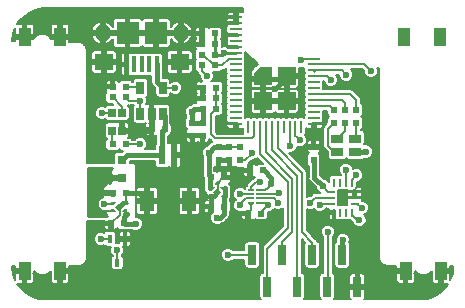
<source format=gbr>
G04 #@! TF.GenerationSoftware,KiCad,Pcbnew,(5.0.1-3-g963ef8bb5)*
G04 #@! TF.CreationDate,2019-05-06T12:15:07-04:00*
G04 #@! TF.ProjectId,OHAK_131,4F48414B5F3133312E6B696361645F70,rev?*
G04 #@! TF.SameCoordinates,Original*
G04 #@! TF.FileFunction,Copper,L1,Top,Signal*
G04 #@! TF.FilePolarity,Positive*
%FSLAX46Y46*%
G04 Gerber Fmt 4.6, Leading zero omitted, Abs format (unit mm)*
G04 Created by KiCad (PCBNEW (5.0.1-3-g963ef8bb5)) date Monday, May 06, 2019 at 12:15:07 PM*
%MOMM*%
%LPD*%
G01*
G04 APERTURE LIST*
G04 #@! TA.AperFunction,SMDPad,CuDef*
%ADD10R,0.675000X0.250000*%
G04 #@! TD*
G04 #@! TA.AperFunction,SMDPad,CuDef*
%ADD11R,0.250000X0.675000*%
G04 #@! TD*
G04 #@! TA.AperFunction,SMDPad,CuDef*
%ADD12R,0.600000X0.500000*%
G04 #@! TD*
G04 #@! TA.AperFunction,SMDPad,CuDef*
%ADD13C,0.010000*%
G04 #@! TD*
G04 #@! TA.AperFunction,Conductor*
%ADD14C,0.100000*%
G04 #@! TD*
G04 #@! TA.AperFunction,SMDPad,CuDef*
%ADD15C,0.480000*%
G04 #@! TD*
G04 #@! TA.AperFunction,SMDPad,CuDef*
%ADD16R,0.450000X0.700000*%
G04 #@! TD*
G04 #@! TA.AperFunction,SMDPad,CuDef*
%ADD17R,0.530000X0.200000*%
G04 #@! TD*
G04 #@! TA.AperFunction,SMDPad,CuDef*
%ADD18R,0.500000X0.600000*%
G04 #@! TD*
G04 #@! TA.AperFunction,SMDPad,CuDef*
%ADD19R,1.010000X0.490000*%
G04 #@! TD*
G04 #@! TA.AperFunction,SMDPad,CuDef*
%ADD20C,0.339410*%
G04 #@! TD*
G04 #@! TA.AperFunction,SMDPad,CuDef*
%ADD21R,1.500000X1.500000*%
G04 #@! TD*
G04 #@! TA.AperFunction,SMDPad,CuDef*
%ADD22R,1.500000X1.010000*%
G04 #@! TD*
G04 #@! TA.AperFunction,SMDPad,CuDef*
%ADD23R,1.000000X0.254000*%
G04 #@! TD*
G04 #@! TA.AperFunction,SMDPad,CuDef*
%ADD24R,0.254000X1.000000*%
G04 #@! TD*
G04 #@! TA.AperFunction,SMDPad,CuDef*
%ADD25R,1.000000X1.600000*%
G04 #@! TD*
G04 #@! TA.AperFunction,SMDPad,CuDef*
%ADD26R,0.750000X0.800000*%
G04 #@! TD*
G04 #@! TA.AperFunction,SMDPad,CuDef*
%ADD27R,0.650000X0.800000*%
G04 #@! TD*
G04 #@! TA.AperFunction,SMDPad,CuDef*
%ADD28R,0.650000X1.060000*%
G04 #@! TD*
G04 #@! TA.AperFunction,ComponentPad*
%ADD29O,1.400000X1.400000*%
G04 #@! TD*
G04 #@! TA.AperFunction,SMDPad,CuDef*
%ADD30R,1.900000X1.900000*%
G04 #@! TD*
G04 #@! TA.AperFunction,SMDPad,CuDef*
%ADD31R,1.600000X1.400000*%
G04 #@! TD*
G04 #@! TA.AperFunction,SMDPad,CuDef*
%ADD32R,0.400000X1.350000*%
G04 #@! TD*
G04 #@! TA.AperFunction,SMDPad,CuDef*
%ADD33R,1.000000X0.800000*%
G04 #@! TD*
G04 #@! TA.AperFunction,SMDPad,CuDef*
%ADD34R,0.600000X1.550000*%
G04 #@! TD*
G04 #@! TA.AperFunction,SMDPad,CuDef*
%ADD35R,1.200000X1.800000*%
G04 #@! TD*
G04 #@! TA.AperFunction,SMDPad,CuDef*
%ADD36R,0.740000X1.700000*%
G04 #@! TD*
G04 #@! TA.AperFunction,ViaPad*
%ADD37C,0.600000*%
G04 #@! TD*
G04 #@! TA.AperFunction,Conductor*
%ADD38C,0.203200*%
G04 #@! TD*
G04 #@! TA.AperFunction,Conductor*
%ADD39C,0.381000*%
G04 #@! TD*
G04 #@! TA.AperFunction,Conductor*
%ADD40C,0.250000*%
G04 #@! TD*
G04 #@! TA.AperFunction,Conductor*
%ADD41C,0.200000*%
G04 #@! TD*
G04 #@! TA.AperFunction,Conductor*
%ADD42C,0.254000*%
G04 #@! TD*
G04 APERTURE END LIST*
D10*
G04 #@! TO.P,U4,13*
G04 #@! TO.N,/3V3_SCL*
X148678380Y-101893860D03*
D11*
G04 #@! TO.P,U4,1*
G04 #@! TO.N,GND*
X148940880Y-103156360D03*
G04 #@! TO.P,U4,2*
G04 #@! TO.N,Net-(U4-Pad2)*
X149440880Y-103156360D03*
G04 #@! TO.P,U4,3*
G04 #@! TO.N,Net-(U4-Pad3)*
X149940880Y-103156360D03*
G04 #@! TO.P,U4,4*
G04 #@! TO.N,/BMI_INT1*
X150440880Y-103156360D03*
G04 #@! TO.P,U4,8*
G04 #@! TO.N,VDD*
X150440880Y-100631360D03*
G04 #@! TO.P,U4,9*
G04 #@! TO.N,/BMI_INT2*
X149940880Y-100631360D03*
G04 #@! TO.P,U4,10*
G04 #@! TO.N,Net-(U4-Pad10)*
X149440880Y-100631360D03*
G04 #@! TO.P,U4,11*
G04 #@! TO.N,Net-(U4-Pad11)*
X148940880Y-100631360D03*
D10*
G04 #@! TO.P,U4,14*
G04 #@! TO.N,/3V3_SDA*
X148678380Y-102393860D03*
G04 #@! TO.P,U4,12*
G04 #@! TO.N,VDD*
X148678380Y-101393860D03*
G04 #@! TO.P,U4,7*
G04 #@! TO.N,GND*
X150703380Y-101393860D03*
G04 #@! TO.P,U4,6*
X150703380Y-101893860D03*
G04 #@! TO.P,U4,5*
G04 #@! TO.N,VDD*
X150703380Y-102393860D03*
G04 #@! TD*
D12*
G04 #@! TO.P,C12,2*
G04 #@! TO.N,VPP*
X130215880Y-101493860D03*
G04 #@! TO.P,C12,1*
G04 #@! TO.N,GND*
X131315880Y-101493860D03*
G04 #@! TD*
D13*
G04 #@! TO.P,U6,1*
G04 #@! TO.N,VDD*
X131415880Y-103006360D03*
D14*
G04 #@! TD*
G04 #@! TO.N,VDD*
G04 #@! TO.C,U6*
G36*
X131195880Y-102881360D02*
X131420880Y-102881360D01*
X131420880Y-103131360D01*
X131015880Y-103131360D01*
X131015880Y-103096360D01*
X131195880Y-102881360D01*
X131195880Y-102881360D01*
G37*
D13*
G04 #@! TO.P,U6,3*
G04 #@! TO.N,/EN*
X130115880Y-102381360D03*
D14*
G04 #@! TD*
G04 #@! TO.N,/EN*
G04 #@! TO.C,U6*
G36*
X130335880Y-102506360D02*
X130110880Y-102506360D01*
X130110880Y-102256360D01*
X130515880Y-102256360D01*
X130515880Y-102291360D01*
X130335880Y-102506360D01*
X130335880Y-102506360D01*
G37*
D13*
G04 #@! TO.P,U6,2*
G04 #@! TO.N,GND*
X131415880Y-102381360D03*
D14*
G04 #@! TD*
G04 #@! TO.N,GND*
G04 #@! TO.C,U6*
G36*
X131420880Y-102256360D02*
X131420880Y-102506360D01*
X131195880Y-102506360D01*
X131015880Y-102291360D01*
X131015880Y-102256360D01*
X131420880Y-102256360D01*
X131420880Y-102256360D01*
G37*
D13*
G04 #@! TO.P,U6,4*
G04 #@! TO.N,VPP*
X130115880Y-103006360D03*
D14*
G04 #@! TD*
G04 #@! TO.N,VPP*
G04 #@! TO.C,U6*
G36*
X130110880Y-103131360D02*
X130110880Y-102881360D01*
X130335880Y-102881360D01*
X130515880Y-103096360D01*
X130515880Y-103131360D01*
X130110880Y-103131360D01*
X130110880Y-103131360D01*
G37*
D15*
G04 #@! TO.P,U6,5*
G04 #@! TO.N,GND*
X130765880Y-102693860D03*
D14*
G04 #@! TD*
G04 #@! TO.N,GND*
G04 #@! TO.C,U6*
G36*
X131105291Y-102693860D02*
X130765880Y-103033271D01*
X130426469Y-102693860D01*
X130765880Y-102354449D01*
X131105291Y-102693860D01*
X131105291Y-102693860D01*
G37*
D16*
G04 #@! TO.P,U8,3*
G04 #@! TO.N,VPP*
X130615880Y-107393860D03*
G04 #@! TO.P,U8,2*
G04 #@! TO.N,/EN*
X129965880Y-105393860D03*
G04 #@! TO.P,U8,1*
G04 #@! TO.N,GND*
X131265880Y-105393860D03*
G04 #@! TD*
D17*
G04 #@! TO.P,U7,8*
G04 #@! TO.N,VDD*
X142625880Y-101268860D03*
G04 #@! TO.P,U7,7*
G04 #@! TO.N,/3V3_SDA*
X142625880Y-101618860D03*
G04 #@! TO.P,U7,6*
G04 #@! TO.N,/3V3_SCL*
X142625880Y-101968860D03*
G04 #@! TO.P,U7,5*
G04 #@! TO.N,+1V8*
X142625880Y-102318860D03*
G04 #@! TO.P,U7,4*
G04 #@! TO.N,GND*
X141955880Y-102318860D03*
G04 #@! TO.P,U7,3*
G04 #@! TO.N,/1V8_SCL*
X141955880Y-101968860D03*
G04 #@! TO.P,U7,2*
G04 #@! TO.N,/1V8_SDA*
X141955880Y-101618860D03*
G04 #@! TO.P,U7,1*
G04 #@! TO.N,+1V8*
X141955880Y-101268860D03*
G04 #@! TD*
D18*
G04 #@! TO.P,C7,1*
G04 #@! TO.N,GND*
X140090880Y-98743860D03*
G04 #@! TO.P,C7,2*
G04 #@! TO.N,+1V8*
X140090880Y-97643860D03*
G04 #@! TD*
D12*
G04 #@! TO.P,C8,2*
G04 #@! TO.N,VDD*
X139640880Y-102668860D03*
G04 #@! TO.P,C8,1*
G04 #@! TO.N,GND*
X138540880Y-102668860D03*
G04 #@! TD*
D19*
G04 #@! TO.P,U1,42*
G04 #@! TO.N,GND*
X143180880Y-91113860D03*
D20*
X142660880Y-91103860D03*
D14*
G04 #@! TD*
G04 #@! TO.N,GND*
G04 #@! TO.C,U1*
G36*
X142185880Y-91338860D02*
X142655880Y-90868860D01*
X142665880Y-90868860D01*
X143135880Y-91338860D01*
X142185880Y-91338860D01*
X142185880Y-91338860D01*
G37*
D21*
G04 #@! TO.P,U1,45*
G04 #@! TO.N,GND*
X144940880Y-91613860D03*
G04 #@! TO.P,U1,44*
X144940880Y-93733860D03*
G04 #@! TO.P,U1,43*
X142940880Y-93733860D03*
D22*
G04 #@! TO.P,U1,42*
X142940880Y-91828860D03*
D23*
G04 #@! TO.P,U1,41*
G04 #@! TO.N,/MAX_INT*
X147245880Y-90123860D03*
G04 #@! TO.P,U1,40*
G04 #@! TO.N,/BMI_INT1*
X147245880Y-90623860D03*
G04 #@! TO.P,U1,39*
G04 #@! TO.N,/BMI_INT2*
X147245880Y-91123860D03*
G04 #@! TO.P,U1,38*
G04 #@! TO.N,/PIN_25*
X147245880Y-91623860D03*
G04 #@! TO.P,U1,37*
G04 #@! TO.N,Net-(U1-Pad37)*
X147245880Y-92123860D03*
G04 #@! TO.P,U1,36*
G04 #@! TO.N,Net-(U1-Pad36)*
X147245880Y-92623860D03*
G04 #@! TO.P,U1,35*
G04 #@! TO.N,/R_LED*
X147245880Y-93123860D03*
G04 #@! TO.P,U1,34*
G04 #@! TO.N,/G_LED*
X147245880Y-93623860D03*
G04 #@! TO.P,U1,33*
G04 #@! TO.N,/B_LED*
X147245880Y-94123860D03*
G04 #@! TO.P,U1,32*
G04 #@! TO.N,Net-(U1-Pad32)*
X147245880Y-94623860D03*
G04 #@! TO.P,U1,31*
G04 #@! TO.N,Net-(U1-Pad31)*
X147245880Y-95123860D03*
G04 #@! TO.P,U1,30*
G04 #@! TO.N,GND*
X147245880Y-95623860D03*
D24*
G04 #@! TO.P,U1,29*
G04 #@! TO.N,Net-(U1-Pad29)*
X146190880Y-95913860D03*
G04 #@! TO.P,U1,28*
G04 #@! TO.N,/3V3_SCL*
X145690880Y-95913860D03*
G04 #@! TO.P,U1,27*
G04 #@! TO.N,/3V3_SDA*
X145190880Y-95913860D03*
G04 #@! TO.P,U1,26*
G04 #@! TO.N,Net-(U1-Pad26)*
X144690880Y-95913860D03*
G04 #@! TO.P,U1,25*
G04 #@! TO.N,/SIM_RX*
X144190880Y-95913860D03*
G04 #@! TO.P,U1,24*
G04 #@! TO.N,/PIN_2*
X143690880Y-95913860D03*
G04 #@! TO.P,U1,23*
G04 #@! TO.N,/SIM_TX*
X143190880Y-95913860D03*
G04 #@! TO.P,U1,22*
G04 #@! TO.N,/PIN_3*
X142690880Y-95913860D03*
G04 #@! TO.P,U1,21*
G04 #@! TO.N,/V_SENSE*
X142190880Y-95913860D03*
G04 #@! TO.P,U1,20*
G04 #@! TO.N,Net-(U1-Pad20)*
X141690880Y-95913860D03*
D23*
G04 #@! TO.P,U1,19*
G04 #@! TO.N,GND*
X140635880Y-95623860D03*
G04 #@! TO.P,U1,18*
G04 #@! TO.N,Net-(U1-Pad18)*
X140635880Y-95123860D03*
G04 #@! TO.P,U1,17*
G04 #@! TO.N,Net-(U1-Pad17)*
X140635880Y-94623860D03*
G04 #@! TO.P,U1,16*
G04 #@! TO.N,Net-(U1-Pad16)*
X140635880Y-94123860D03*
G04 #@! TO.P,U1,15*
G04 #@! TO.N,Net-(U1-Pad15)*
X140635880Y-93623860D03*
G04 #@! TO.P,U1,14*
G04 #@! TO.N,Net-(U1-Pad14)*
X140635880Y-93123860D03*
G04 #@! TO.P,U1,13*
G04 #@! TO.N,Net-(U1-Pad13)*
X140635880Y-92623860D03*
G04 #@! TO.P,U1,12*
G04 #@! TO.N,Net-(U1-Pad12)*
X140635880Y-92123860D03*
G04 #@! TO.P,U1,11*
G04 #@! TO.N,Net-(U1-Pad11)*
X140635880Y-91623860D03*
G04 #@! TO.P,U1,10*
G04 #@! TO.N,Net-(U1-Pad10)*
X140635880Y-91123860D03*
G04 #@! TO.P,U1,9*
G04 #@! TO.N,Net-(U1-Pad9)*
X140635880Y-90623860D03*
G04 #@! TO.P,U1,8*
G04 #@! TO.N,/SIM_RST*
X140635880Y-90123860D03*
G04 #@! TO.P,U1,7*
G04 #@! TO.N,VDD*
X140635880Y-89623860D03*
G04 #@! TO.P,U1,6*
G04 #@! TO.N,GND*
X140635880Y-89123860D03*
G04 #@! TO.P,U1,5*
G04 #@! TO.N,Net-(U1-Pad5)*
X140635880Y-88623860D03*
G04 #@! TO.P,U1,4*
G04 #@! TO.N,GND*
X140635880Y-88123860D03*
G04 #@! TO.P,U1,3*
G04 #@! TO.N,Net-(U1-Pad3)*
X140635880Y-87623860D03*
G04 #@! TO.P,U1,2*
G04 #@! TO.N,GND*
X140635880Y-87123860D03*
G04 #@! TO.P,U1,1*
X140635880Y-86623860D03*
G04 #@! TD*
D25*
G04 #@! TO.P,S3,1*
G04 #@! TO.N,GND*
X154892880Y-88287860D03*
G04 #@! TO.P,S3,2*
X157892880Y-88287860D03*
G04 #@! TD*
G04 #@! TO.P,S3,1*
G04 #@! TO.N,GND*
X155019880Y-108099860D03*
G04 #@! TO.P,S3,2*
X158019880Y-108099860D03*
G04 #@! TD*
G04 #@! TO.P,S3,1*
G04 #@! TO.N,GND*
X122761880Y-108099860D03*
G04 #@! TO.P,S3,2*
X125761880Y-108099860D03*
G04 #@! TD*
D26*
G04 #@! TO.P,D2,1*
G04 #@! TO.N,VPP*
X130990880Y-100218860D03*
G04 #@! TO.P,D2,2*
G04 #@! TO.N,Net-(BT1-Pad1)*
X130990880Y-98718860D03*
G04 #@! TD*
D27*
G04 #@! TO.P,D3,4*
G04 #@! TO.N,Net-(D3-Pad4)*
X130165880Y-96218860D03*
G04 #@! TO.P,D3,3*
G04 #@! TO.N,Net-(D3-Pad3)*
X130165880Y-94718860D03*
G04 #@! TO.P,D3,1*
G04 #@! TO.N,Net-(D3-Pad1)*
X131015880Y-94718860D03*
G04 #@! TO.P,D3,2*
G04 #@! TO.N,GND*
X131015880Y-96218860D03*
G04 #@! TD*
D28*
G04 #@! TO.P,U5,1*
G04 #@! TO.N,Net-(R13-Pad1)*
X132565880Y-94793860D03*
G04 #@! TO.P,U5,2*
G04 #@! TO.N,GND*
X133515880Y-94793860D03*
G04 #@! TO.P,U5,3*
G04 #@! TO.N,Net-(BT1-Pad1)*
X134465880Y-94793860D03*
G04 #@! TO.P,U5,4*
G04 #@! TO.N,Net-(D3-Pad3)*
X134465880Y-92593860D03*
G04 #@! TO.P,U5,5*
G04 #@! TO.N,Net-(R14-Pad1)*
X132565880Y-92593860D03*
G04 #@! TD*
D29*
G04 #@! TO.P,P2,10*
G04 #@! TO.N,GND*
X135984220Y-87945647D03*
D30*
G04 #@! TO.P,P2,9*
X131484220Y-87945647D03*
D31*
G04 #@! TO.P,P2,7*
X129484220Y-90395647D03*
D32*
G04 #@! TO.P,P2,1*
G04 #@! TO.N,Net-(D3-Pad3)*
X133984220Y-90620647D03*
G04 #@! TO.P,P2,2*
G04 #@! TO.N,Net-(P2-Pad2)*
X133334220Y-90620647D03*
G04 #@! TO.P,P2,5*
G04 #@! TO.N,GND*
X131384220Y-90620647D03*
G04 #@! TO.P,P2,4*
G04 #@! TO.N,Net-(P2-Pad4)*
X132034220Y-90620647D03*
G04 #@! TO.P,P2,3*
G04 #@! TO.N,Net-(P2-Pad3)*
X132684220Y-90620647D03*
D31*
G04 #@! TO.P,P2,6*
G04 #@! TO.N,GND*
X135884220Y-90395647D03*
D30*
G04 #@! TO.P,P2,8*
X133884220Y-87945647D03*
D29*
G04 #@! TO.P,P2,11*
X129384220Y-87945647D03*
G04 #@! TD*
D33*
G04 #@! TO.P,D1,1*
G04 #@! TO.N,VDD*
X150740880Y-97993861D03*
G04 #@! TO.P,D1,2*
G04 #@! TO.N,Net-(D1-Pad2)*
X149240880Y-97993861D03*
G04 #@! TO.P,D1,3*
G04 #@! TO.N,Net-(D1-Pad3)*
X149240880Y-96893861D03*
G04 #@! TO.P,D1,4*
G04 #@! TO.N,Net-(D1-Pad4)*
X150740880Y-96893861D03*
G04 #@! TD*
D25*
G04 #@! TO.P,S2,1*
G04 #@! TO.N,GND*
X122761880Y-88287860D03*
G04 #@! TO.P,S2,2*
X125761880Y-88287860D03*
G04 #@! TD*
D34*
G04 #@! TO.P,BT1,1*
G04 #@! TO.N,Net-(BT1-Pad1)*
X134415880Y-98306360D03*
G04 #@! TO.P,BT1,2*
G04 #@! TO.N,GND*
X135415880Y-98306360D03*
D35*
G04 #@! TO.P,BT1,*
X133115880Y-102181360D03*
X136715880Y-102181360D03*
G04 #@! TD*
D12*
G04 #@! TO.P,C1,2*
G04 #@! TO.N,VDD*
X138890880Y-87993860D03*
G04 #@! TO.P,C1,1*
G04 #@! TO.N,GND*
X137790880Y-87993860D03*
G04 #@! TD*
G04 #@! TO.P,C2,1*
G04 #@! TO.N,GND*
X137790880Y-88893860D03*
G04 #@! TO.P,C2,2*
G04 #@! TO.N,VDD*
X138890880Y-88893860D03*
G04 #@! TD*
D18*
G04 #@! TO.P,C3,2*
G04 #@! TO.N,VDD*
X147240880Y-98693860D03*
G04 #@! TO.P,C3,1*
G04 #@! TO.N,GND*
X147240880Y-97593860D03*
G04 #@! TD*
G04 #@! TO.P,C4,2*
G04 #@! TO.N,GND*
X137840880Y-96643860D03*
G04 #@! TO.P,C4,1*
G04 #@! TO.N,VPP*
X137840880Y-95543860D03*
G04 #@! TD*
G04 #@! TO.P,C5,1*
G04 #@! TO.N,VPP*
X136940880Y-95543860D03*
G04 #@! TO.P,C5,2*
G04 #@! TO.N,GND*
X136940880Y-96643860D03*
G04 #@! TD*
G04 #@! TO.P,C6,2*
G04 #@! TO.N,GND*
X139190880Y-98743860D03*
G04 #@! TO.P,C6,1*
G04 #@! TO.N,+1V8*
X139190880Y-97643860D03*
G04 #@! TD*
D12*
G04 #@! TO.P,C9,1*
G04 #@! TO.N,GND*
X139640880Y-100168860D03*
G04 #@! TO.P,C9,2*
G04 #@! TO.N,+1V8*
X138540880Y-100168860D03*
G04 #@! TD*
G04 #@! TO.P,C10,2*
G04 #@! TO.N,Net-(C10-Pad2)*
X137790880Y-90693860D03*
G04 #@! TO.P,C10,1*
G04 #@! TO.N,/SIM_RST*
X138890880Y-90693860D03*
G04 #@! TD*
G04 #@! TO.P,C11,1*
G04 #@! TO.N,GND*
X133515880Y-96093860D03*
G04 #@! TO.P,C11,2*
G04 #@! TO.N,Net-(BT1-Pad1)*
X134615880Y-96093860D03*
G04 #@! TD*
G04 #@! TO.P,C13,1*
G04 #@! TO.N,GND*
X130065880Y-104068860D03*
G04 #@! TO.P,C13,2*
G04 #@! TO.N,VDD*
X131165880Y-104068860D03*
G04 #@! TD*
G04 #@! TO.P,C14,1*
G04 #@! TO.N,GND*
X137860880Y-92593860D03*
G04 #@! TO.P,C14,2*
G04 #@! TO.N,/V_SENSE*
X138960880Y-92593860D03*
G04 #@! TD*
G04 #@! TO.P,C15,1*
G04 #@! TO.N,GND*
X141690880Y-103243860D03*
G04 #@! TO.P,C15,2*
G04 #@! TO.N,+1V8*
X142790880Y-103243860D03*
G04 #@! TD*
G04 #@! TO.P,C16,2*
G04 #@! TO.N,VDD*
X142940880Y-99593860D03*
G04 #@! TO.P,C16,1*
G04 #@! TO.N,GND*
X141840880Y-99593860D03*
G04 #@! TD*
G04 #@! TO.P,R1,2*
G04 #@! TO.N,/SIM_RST*
X137790880Y-89793860D03*
G04 #@! TO.P,R1,1*
G04 #@! TO.N,VDD*
X138890880Y-89793860D03*
G04 #@! TD*
D18*
G04 #@! TO.P,R2,1*
G04 #@! TO.N,+1V8*
X140990880Y-97643860D03*
G04 #@! TO.P,R2,2*
G04 #@! TO.N,/MAX_INT*
X140990880Y-98743860D03*
G04 #@! TD*
G04 #@! TO.P,R5,1*
G04 #@! TO.N,Net-(D1-Pad4)*
X150840880Y-95543860D03*
G04 #@! TO.P,R5,2*
G04 #@! TO.N,/R_LED*
X150840880Y-94443860D03*
G04 #@! TD*
D12*
G04 #@! TO.P,R7,2*
G04 #@! TO.N,VPP*
X137850880Y-94393860D03*
G04 #@! TO.P,R7,1*
G04 #@! TO.N,/V_SENSE*
X138950880Y-94393860D03*
G04 #@! TD*
G04 #@! TO.P,R8,1*
G04 #@! TO.N,GND*
X137840880Y-93493860D03*
G04 #@! TO.P,R8,2*
G04 #@! TO.N,/V_SENSE*
X138940880Y-93493860D03*
G04 #@! TD*
D18*
G04 #@! TO.P,R12,2*
G04 #@! TO.N,/G_LED*
X149890880Y-94443860D03*
G04 #@! TO.P,R12,1*
G04 #@! TO.N,Net-(D1-Pad3)*
X149890880Y-95543860D03*
G04 #@! TD*
D12*
G04 #@! TO.P,R13,2*
G04 #@! TO.N,Net-(D3-Pad1)*
X130215880Y-93393860D03*
G04 #@! TO.P,R13,1*
G04 #@! TO.N,Net-(R13-Pad1)*
X131315880Y-93393860D03*
G04 #@! TD*
G04 #@! TO.P,R14,2*
G04 #@! TO.N,GND*
X130215880Y-92493860D03*
G04 #@! TO.P,R14,1*
G04 #@! TO.N,Net-(R14-Pad1)*
X131315880Y-92493860D03*
G04 #@! TD*
G04 #@! TO.P,R15,1*
G04 #@! TO.N,Net-(R13-Pad1)*
X131315880Y-97393860D03*
G04 #@! TO.P,R15,2*
G04 #@! TO.N,Net-(D3-Pad4)*
X130215880Y-97393860D03*
G04 #@! TD*
D18*
G04 #@! TO.P,R17,1*
G04 #@! TO.N,Net-(D1-Pad2)*
X148940880Y-95543860D03*
G04 #@! TO.P,R17,2*
G04 #@! TO.N,/B_LED*
X148940880Y-94443860D03*
G04 #@! TD*
D15*
G04 #@! TO.P,U3,5*
G04 #@! TO.N,GND*
X139090880Y-101418861D03*
D14*
G04 #@! TD*
G04 #@! TO.N,GND*
G04 #@! TO.C,U3*
G36*
X138751469Y-101418861D02*
X139090880Y-101079450D01*
X139430291Y-101418861D01*
X139090880Y-101758272D01*
X138751469Y-101418861D01*
X138751469Y-101418861D01*
G37*
D13*
G04 #@! TO.P,U3,4*
G04 #@! TO.N,VDD*
X139740880Y-101106361D03*
D14*
G04 #@! TD*
G04 #@! TO.N,VDD*
G04 #@! TO.C,U3*
G36*
X139745880Y-100981361D02*
X139745880Y-101231361D01*
X139520880Y-101231361D01*
X139340880Y-101016361D01*
X139340880Y-100981361D01*
X139745880Y-100981361D01*
X139745880Y-100981361D01*
G37*
D13*
G04 #@! TO.P,U3,2*
G04 #@! TO.N,GND*
X138440880Y-101731361D03*
D14*
G04 #@! TD*
G04 #@! TO.N,GND*
G04 #@! TO.C,U3*
G36*
X138435880Y-101856361D02*
X138435880Y-101606361D01*
X138660880Y-101606361D01*
X138840880Y-101821361D01*
X138840880Y-101856361D01*
X138435880Y-101856361D01*
X138435880Y-101856361D01*
G37*
D13*
G04 #@! TO.P,U3,3*
G04 #@! TO.N,VDD*
X139740880Y-101731361D03*
D14*
G04 #@! TD*
G04 #@! TO.N,VDD*
G04 #@! TO.C,U3*
G36*
X139520880Y-101606361D02*
X139745880Y-101606361D01*
X139745880Y-101856361D01*
X139340880Y-101856361D01*
X139340880Y-101821361D01*
X139520880Y-101606361D01*
X139520880Y-101606361D01*
G37*
D13*
G04 #@! TO.P,U3,1*
G04 #@! TO.N,+1V8*
X138440880Y-101106361D03*
D14*
G04 #@! TD*
G04 #@! TO.N,+1V8*
G04 #@! TO.C,U3*
G36*
X138660880Y-101231361D02*
X138435880Y-101231361D01*
X138435880Y-100981361D01*
X138840880Y-100981361D01*
X138840880Y-101016361D01*
X138660880Y-101231361D01*
X138660880Y-101231361D01*
G37*
D36*
G04 #@! TO.P,P1,1*
G04 #@! TO.N,Net-(C10-Pad2)*
X142045880Y-106743860D03*
G04 #@! TO.P,P1,2*
G04 #@! TO.N,/PIN_3*
X143315880Y-109443860D03*
G04 #@! TO.P,P1,3*
G04 #@! TO.N,/SIM_TX*
X144585880Y-106743860D03*
G04 #@! TO.P,P1,4*
G04 #@! TO.N,/PIN_2*
X145855880Y-109443860D03*
G04 #@! TO.P,P1,5*
G04 #@! TO.N,/SIM_RX*
X147125880Y-106743860D03*
G04 #@! TO.P,P1,6*
G04 #@! TO.N,/PIN_25*
X148395880Y-109443860D03*
G04 #@! TO.P,P1,7*
G04 #@! TO.N,VDD*
X149665880Y-106743860D03*
G04 #@! TO.P,P1,8*
G04 #@! TO.N,GND*
X150935880Y-109443860D03*
G04 #@! TD*
D37*
G04 #@! TO.N,GND*
X143962120Y-92710000D03*
X147245879Y-96616061D03*
X139324100Y-95603060D03*
X135415880Y-99543860D03*
X136965880Y-100518860D03*
X150940880Y-107918860D03*
G04 #@! TO.N,VDD*
X139639205Y-89692124D03*
X151640880Y-97993860D03*
X150840880Y-99993860D03*
X151290880Y-102743860D03*
X148040880Y-100943860D03*
X149690880Y-105487860D03*
X143640872Y-100768860D03*
X132165880Y-104118860D03*
X139065880Y-103593860D03*
G04 #@! TO.N,VPP*
X136915880Y-94618860D03*
X129565880Y-100193860D03*
X130615872Y-106343860D03*
G04 #@! TO.N,/MAX_INT*
X146143980Y-90228420D03*
X141990880Y-98093860D03*
G04 #@! TO.N,/BMI_INT2*
X149990880Y-91493860D03*
X149940880Y-99543860D03*
G04 #@! TO.N,/BMI_INT1*
X152090880Y-91193860D03*
X151115879Y-103818860D03*
G04 #@! TO.N,Net-(D3-Pad3)*
X135515880Y-92593860D03*
X129315880Y-94743860D03*
G04 #@! TO.N,Net-(R13-Pad1)*
X132540880Y-93693860D03*
X132540880Y-97368860D03*
G04 #@! TO.N,+1V8*
X143390880Y-102543860D03*
X142665880Y-100568860D03*
X138340880Y-98093860D03*
G04 #@! TO.N,/1V8_SCL*
X141015880Y-102543870D03*
G04 #@! TO.N,/3V3_SCL*
X144219234Y-102334559D03*
X146090880Y-97043858D03*
X146940880Y-102343860D03*
G04 #@! TO.N,/1V8_SDA*
X141015874Y-101618860D03*
G04 #@! TO.N,/3V3_SDA*
X144340880Y-101543860D03*
X145190876Y-97543860D03*
X147740880Y-102543860D03*
G04 #@! TO.N,Net-(C10-Pad2)*
X138190880Y-91593860D03*
X139990880Y-106743860D03*
G04 #@! TO.N,/EN*
X129215880Y-105393860D03*
X129490880Y-102404760D03*
G04 #@! TO.N,/PIN_25*
X148690880Y-91943860D03*
X148440880Y-104793860D03*
G04 #@! TD*
D38*
G04 #@! TO.N,GND*
X142940880Y-91693860D02*
X142940880Y-91828860D01*
X142940880Y-91828860D02*
X142940880Y-91353860D01*
X142940880Y-91353860D02*
X143180880Y-91113860D01*
D39*
X142940880Y-91693860D02*
X142940880Y-91828860D01*
X144940880Y-91613860D02*
X144940880Y-91731240D01*
X144940880Y-91731240D02*
X143962120Y-92710000D01*
X142940880Y-91828860D02*
X144725880Y-91828860D01*
X144725880Y-91828860D02*
X144940880Y-91613860D01*
X142940880Y-91828860D02*
X142940880Y-93733860D01*
X142940880Y-93733860D02*
X144940880Y-93733860D01*
X144940880Y-93733860D02*
X144940880Y-91613860D01*
D40*
X140635880Y-87123860D02*
X140635880Y-86623860D01*
X139870880Y-88123860D02*
X140635880Y-88123860D01*
X139740880Y-87993860D02*
X139870880Y-88123860D01*
X139810879Y-88063859D02*
X139740880Y-87993860D01*
X139810879Y-88963859D02*
X139810879Y-88063859D01*
X139970880Y-89123860D02*
X139810879Y-88963859D01*
X140635880Y-89123860D02*
X139970880Y-89123860D01*
X139740880Y-87268860D02*
X139740880Y-87993860D01*
X139885880Y-87123860D02*
X139740880Y-87268860D01*
X140635880Y-87123860D02*
X139885880Y-87123860D01*
X137790880Y-88893860D02*
X137790880Y-87993860D01*
D39*
X138778380Y-101731361D02*
X138440880Y-101731361D01*
X139090880Y-101418861D02*
X138778380Y-101731361D01*
X138540880Y-101831361D02*
X138440880Y-101731361D01*
X138540880Y-102668860D02*
X138540880Y-101831361D01*
D41*
X139590880Y-100168860D02*
X139640880Y-100168860D01*
X139140880Y-101175641D02*
X139140880Y-100618860D01*
X139140880Y-100618860D02*
X139590880Y-100168860D01*
X139090880Y-101225641D02*
X139140880Y-101175641D01*
X139090880Y-101418861D02*
X139090880Y-101225641D01*
D38*
X147245879Y-96191797D02*
X147245879Y-96616061D01*
X147245880Y-95623860D02*
X147245879Y-96191797D01*
D41*
X142660880Y-91548860D02*
X142940880Y-91828860D01*
X142660880Y-91103860D02*
X142660880Y-91548860D01*
D38*
X141955880Y-102978860D02*
X141690880Y-103243860D01*
X141955880Y-102318860D02*
X141955880Y-102978860D01*
D40*
X139324080Y-95603060D02*
X139324100Y-95603060D01*
X139344880Y-95623860D02*
X139324080Y-95603060D01*
D38*
X139344900Y-95623860D02*
X139324100Y-95603060D01*
X140635880Y-95623860D02*
X139344900Y-95623860D01*
D39*
X130765880Y-102693860D02*
X131078380Y-102381360D01*
D40*
X131078380Y-102381360D02*
X131415880Y-102381360D01*
X131315880Y-102281360D02*
X131415880Y-102381360D01*
D41*
X130765880Y-102693860D02*
X130765880Y-102887080D01*
X130765880Y-102887080D02*
X130815890Y-102937090D01*
D38*
X131315880Y-101493860D02*
X131315880Y-102281360D01*
D39*
X132428380Y-101493860D02*
X133115880Y-102181360D01*
X131315880Y-101493860D02*
X132428380Y-101493860D01*
D41*
X130815890Y-102743870D02*
X130765880Y-102693860D01*
X130815890Y-103343850D02*
X130815890Y-102743870D01*
X130090880Y-104068860D02*
X130815890Y-103343850D01*
X130065880Y-104068860D02*
X130090880Y-104068860D01*
D39*
X133515880Y-94793860D02*
X133515880Y-96093860D01*
X133390880Y-96218860D02*
X133515880Y-96093860D01*
X131015880Y-96218860D02*
X133390880Y-96218860D01*
D38*
X138440880Y-101731361D02*
X138303381Y-101731361D01*
X138303381Y-101731361D02*
X138265880Y-101768862D01*
X138265880Y-101768862D02*
X138265880Y-101943860D01*
X138265880Y-101943860D02*
X138240880Y-101918860D01*
X138240880Y-101918860D02*
X138240880Y-101568860D01*
D39*
X135415880Y-99543860D02*
X135415880Y-98306360D01*
X150935880Y-107923860D02*
X150940880Y-107918860D01*
X150935880Y-109443860D02*
X150935880Y-107923860D01*
D40*
G04 #@! TO.N,VDD*
X138890880Y-87993860D02*
X138890880Y-88893860D01*
X138890880Y-89793860D02*
X138890880Y-88893860D01*
X140635880Y-89623860D02*
X139707469Y-89623860D01*
X139707469Y-89623860D02*
X139639205Y-89692124D01*
X138890880Y-89793860D02*
X139537469Y-89793860D01*
X139537469Y-89793860D02*
X139639205Y-89692124D01*
D39*
X139640880Y-101831361D02*
X139740880Y-101731361D01*
X139640880Y-102668860D02*
X139640880Y-101831361D01*
X139740880Y-101106361D02*
X139740880Y-101731361D01*
X151621881Y-97993860D02*
X151640880Y-97993860D01*
X150740880Y-97993861D02*
X151621881Y-97993860D01*
D38*
X150440880Y-100631360D02*
X150440880Y-100393860D01*
X150440880Y-100393860D02*
X150840880Y-99993860D01*
X150703380Y-102393860D02*
X150940880Y-102393860D01*
X150940880Y-102393860D02*
X151290880Y-102743860D01*
X148490880Y-101393860D02*
X148040880Y-100943860D01*
X148678380Y-101393860D02*
X148490880Y-101393860D01*
D39*
X149665880Y-105512860D02*
X149690880Y-105487860D01*
X149665880Y-106743860D02*
X149665880Y-105512860D01*
X147290880Y-100193860D02*
X148040880Y-100943860D01*
X147290880Y-98743860D02*
X147290880Y-100193860D01*
X147240880Y-98693860D02*
X147290880Y-98743860D01*
D41*
X142625880Y-101268860D02*
X143140872Y-101268860D01*
X143140872Y-101268860D02*
X143340873Y-101068859D01*
X143340873Y-101068859D02*
X143640872Y-100768860D01*
D39*
X142940880Y-99593860D02*
X142990880Y-99593860D01*
X142990880Y-99593860D02*
X143640872Y-100243852D01*
X143640872Y-100243852D02*
X143640872Y-100344596D01*
X143640872Y-100344596D02*
X143640872Y-100768860D01*
X131265880Y-104118860D02*
X132165880Y-104118860D01*
D38*
X131165880Y-103168860D02*
X131165880Y-103618860D01*
D41*
X131253380Y-103168860D02*
X131165880Y-103168860D01*
X131415880Y-103006360D02*
X131253380Y-103168860D01*
D39*
X131165880Y-103543860D02*
X131165880Y-104068860D01*
X131415880Y-103293860D02*
X131165880Y-103543860D01*
X139346880Y-103593860D02*
X139065880Y-103593860D01*
X139640880Y-103299860D02*
X139346880Y-103593860D01*
X139640880Y-102668860D02*
X139640880Y-103299860D01*
D41*
G04 #@! TO.N,/SIM_RX*
X146240880Y-104843860D02*
X147125880Y-105728860D01*
X146240880Y-99776660D02*
X146240880Y-104843860D01*
X144190880Y-97726660D02*
X146240880Y-99776660D01*
X147125880Y-105728860D02*
X147125880Y-106743860D01*
X144190880Y-95913860D02*
X144190880Y-97726660D01*
G04 #@! TO.N,/SIM_TX*
X143190880Y-98070288D02*
X145440858Y-100320266D01*
X143190880Y-95913860D02*
X143190880Y-98070288D01*
X145440858Y-104838882D02*
X144585880Y-105693860D01*
X144585880Y-105693860D02*
X144585880Y-106743860D01*
X145440858Y-100320266D02*
X145440858Y-104838882D01*
G04 #@! TO.N,/SIM_RST*
X138790879Y-90693860D02*
X138890880Y-90693860D01*
X137890879Y-89793860D02*
X138790879Y-90693860D01*
X137790880Y-89793860D02*
X137890879Y-89793860D01*
X140055879Y-90123860D02*
X140635880Y-90123860D01*
X139485879Y-90693860D02*
X140055879Y-90123860D01*
X138890880Y-90693860D02*
X139485879Y-90693860D01*
D39*
G04 #@! TO.N,Net-(BT1-Pad1)*
X134615880Y-94943860D02*
X134615880Y-96093860D01*
X134465880Y-94793860D02*
X134615880Y-94943860D01*
X134415880Y-96293860D02*
X134615880Y-96093860D01*
X134415880Y-98306360D02*
X134415880Y-96293860D01*
X131403380Y-98306360D02*
X130990880Y-98718860D01*
X134415880Y-98306360D02*
X131403380Y-98306360D01*
G04 #@! TO.N,VPP*
X137850880Y-95533860D02*
X137840880Y-95543860D01*
X137850880Y-94393860D02*
X137850880Y-95533860D01*
X136940880Y-95543860D02*
X137840880Y-95543860D01*
X136940880Y-95543860D02*
X136940880Y-94643860D01*
X136940880Y-94643860D02*
X136915880Y-94618860D01*
X137140880Y-94393860D02*
X136915880Y-94618860D01*
X137850880Y-94393860D02*
X137140880Y-94393860D01*
X129590880Y-100218860D02*
X129565880Y-100193860D01*
X130990880Y-100218860D02*
X129590880Y-100218860D01*
D41*
X130615880Y-107393860D02*
X130615880Y-106343868D01*
D38*
X128853380Y-103006360D02*
X130115880Y-103006360D01*
X128590880Y-102743860D02*
X128853380Y-103006360D01*
X128590880Y-101793860D02*
X128590880Y-102743860D01*
X128890880Y-101493860D02*
X128590880Y-101793860D01*
X130215880Y-101493860D02*
X128890880Y-101493860D01*
D39*
X130615880Y-106343868D02*
X130615872Y-106343860D01*
D40*
G04 #@! TO.N,/MAX_INT*
X146143980Y-90228420D02*
X146248540Y-90123860D01*
D41*
X146248540Y-90123860D02*
X147245880Y-90123860D01*
X141440880Y-98743860D02*
X140990880Y-98743860D01*
X141990880Y-98193860D02*
X141440880Y-98743860D01*
X141990880Y-98093860D02*
X141990880Y-98193860D01*
D40*
G04 #@! TO.N,/BMI_INT2*
X147254680Y-91132660D02*
X147245880Y-91123860D01*
D41*
X149620880Y-91123860D02*
X149990880Y-91493860D01*
X147245880Y-91123860D02*
X149620880Y-91123860D01*
X149940880Y-99543860D02*
X149940880Y-100631360D01*
G04 #@! TO.N,/BMI_INT1*
X151520880Y-90623860D02*
X152090880Y-91193860D01*
X147245880Y-90623860D02*
X151520880Y-90623860D01*
X150440880Y-103156360D02*
X150440880Y-103368860D01*
X150440880Y-103368860D02*
X150890880Y-103818860D01*
X150890880Y-103818860D02*
X151115879Y-103818860D01*
G04 #@! TO.N,/B_LED*
X148620880Y-94123860D02*
X148940880Y-94443860D01*
X147245880Y-94123860D02*
X148620880Y-94123860D01*
G04 #@! TO.N,/G_LED*
X147245880Y-93623860D02*
X149620880Y-93623860D01*
X149890880Y-93893860D02*
X149890880Y-94443860D01*
X149620880Y-93623860D02*
X149890880Y-93893860D01*
G04 #@! TO.N,/R_LED*
X147245880Y-93123860D02*
X150320880Y-93123860D01*
X150840880Y-93643860D02*
X150840880Y-94443860D01*
X150320880Y-93123860D02*
X150840880Y-93643860D01*
G04 #@! TO.N,Net-(D1-Pad4)*
X150840880Y-96793861D02*
X150740880Y-96893861D01*
X150840880Y-95543860D02*
X150840880Y-96793861D01*
G04 #@! TO.N,Net-(D1-Pad2)*
X148440879Y-97493859D02*
X148940881Y-97993861D01*
X148940881Y-97993861D02*
X149240880Y-97993861D01*
X148440879Y-96043861D02*
X148440879Y-97493859D01*
X148940880Y-95543860D02*
X148440879Y-96043861D01*
D39*
G04 #@! TO.N,Net-(D3-Pad3)*
X133984220Y-92093860D02*
X134465880Y-92593860D01*
X133984220Y-90620647D02*
X133984220Y-92093860D01*
D41*
X134465880Y-92593860D02*
X135515880Y-92593860D01*
X129340880Y-94718860D02*
X129315880Y-94743860D01*
X130165880Y-94718860D02*
X129340880Y-94718860D01*
G04 #@! TO.N,Net-(D3-Pad1)*
X131015880Y-94268860D02*
X131015880Y-94718860D01*
X131015880Y-94193860D02*
X131015880Y-94268860D01*
X130215880Y-93393860D02*
X131015880Y-94193860D01*
G04 #@! TO.N,Net-(R13-Pad1)*
X132540880Y-94243860D02*
X132565880Y-94793860D01*
X132540880Y-93693860D02*
X132540880Y-94243860D01*
X131615880Y-93693860D02*
X132540880Y-93693860D01*
X131315880Y-93393860D02*
X131615880Y-93693860D01*
X132515880Y-97393860D02*
X132540880Y-97368860D01*
X131315880Y-97393860D02*
X132515880Y-97393860D01*
G04 #@! TO.N,Net-(R14-Pad1)*
X132465880Y-92493860D02*
X132565880Y-92593860D01*
X131315880Y-92493860D02*
X132465880Y-92493860D01*
D39*
G04 #@! TO.N,+1V8*
X138440880Y-100268860D02*
X138540880Y-100168860D01*
X138440880Y-101106361D02*
X138440880Y-100268860D01*
D41*
X140990880Y-97643860D02*
X140090880Y-97643860D01*
D39*
X140090880Y-97643860D02*
X139190880Y-97643860D01*
D41*
X142625880Y-102318860D02*
X143165880Y-102318860D01*
X143165880Y-102318860D02*
X143390880Y-102543860D01*
X142790880Y-103143860D02*
X143390880Y-102543860D01*
X142790880Y-103243860D02*
X142790880Y-103143860D01*
X141955880Y-100968860D02*
X142355880Y-100568860D01*
X141955880Y-101268860D02*
X141955880Y-100968860D01*
X142355880Y-100568860D02*
X142665880Y-100568860D01*
D39*
X138340880Y-98093860D02*
X138790880Y-97643860D01*
X138790880Y-97643860D02*
X139190880Y-97643860D01*
X138340880Y-99968860D02*
X138340880Y-98093860D01*
X138540880Y-100168860D02*
X138340880Y-99968860D01*
D41*
G04 #@! TO.N,Net-(D1-Pad3)*
X149890880Y-96243861D02*
X149240880Y-96893861D01*
X149890880Y-95543860D02*
X149890880Y-96243861D01*
G04 #@! TO.N,Net-(D3-Pad4)*
X130165880Y-97343860D02*
X130215880Y-97393860D01*
X130165880Y-96218860D02*
X130165880Y-97343860D01*
G04 #@! TO.N,/1V8_SCL*
X141490880Y-101968860D02*
X141955880Y-101968860D01*
X141015880Y-102543870D02*
X141015880Y-102443860D01*
X141015880Y-102443860D02*
X141490880Y-101968860D01*
G04 #@! TO.N,/3V3_SCL*
X143853535Y-101968860D02*
X142625880Y-101968860D01*
X144219234Y-102334559D02*
X143853535Y-101968860D01*
D38*
X145690880Y-95913860D02*
X145690880Y-96643858D01*
X145690880Y-96643858D02*
X145790881Y-96743859D01*
X145790881Y-96743859D02*
X146090880Y-97043858D01*
D41*
X147390880Y-101893860D02*
X146940880Y-102343860D01*
X148678380Y-101893860D02*
X147390880Y-101893860D01*
G04 #@! TO.N,/1V8_SDA*
X141955880Y-101618860D02*
X141015874Y-101618860D01*
G04 #@! TO.N,/3V3_SDA*
X144265880Y-101618860D02*
X142625880Y-101618860D01*
X144340880Y-101543860D02*
X144265880Y-101618860D01*
D38*
X145190880Y-95913860D02*
X145190880Y-97543856D01*
X145190880Y-97543856D02*
X145190876Y-97543860D01*
D41*
X147890880Y-102393860D02*
X147740880Y-102543860D01*
X148678380Y-102393860D02*
X147890880Y-102393860D01*
G04 #@! TO.N,/V_SENSE*
X138960880Y-93473860D02*
X138940880Y-93493860D01*
X138960880Y-92593860D02*
X138960880Y-93473860D01*
X138950880Y-93503860D02*
X138940880Y-93493860D01*
X138950880Y-94393860D02*
X138950880Y-93503860D01*
X142190880Y-96698660D02*
X142190880Y-95913860D01*
X138540880Y-96496260D02*
X138917680Y-96873060D01*
X142016480Y-96873060D02*
X142190880Y-96698660D01*
X138917680Y-96873060D02*
X142016480Y-96873060D01*
X138540880Y-94803860D02*
X138540880Y-96496260D01*
X138950880Y-94393860D02*
X138540880Y-94803860D01*
G04 #@! TO.N,Net-(C10-Pad2)*
X137790880Y-91193860D02*
X138190880Y-91593860D01*
X137790880Y-90693860D02*
X137790880Y-91193860D01*
X139990880Y-106743860D02*
X142045880Y-106743860D01*
G04 #@! TO.N,/PIN_3*
X143315880Y-106218860D02*
X143315880Y-108393860D01*
X142690880Y-98191302D02*
X145040847Y-100541269D01*
X142690880Y-95913860D02*
X142690880Y-98191302D01*
X145040847Y-100541269D02*
X145040847Y-104493893D01*
X145040847Y-104493893D02*
X143315880Y-106218860D01*
X143315880Y-108393860D02*
X143315880Y-109443860D01*
G04 #@! TO.N,/PIN_2*
X145840869Y-109428849D02*
X145855880Y-109443860D01*
X145840869Y-100048463D02*
X145840869Y-109428849D01*
X143690880Y-97898474D02*
X145840869Y-100048463D01*
X143690880Y-95913860D02*
X143690880Y-97898474D01*
D38*
G04 #@! TO.N,/EN*
X129965880Y-105393860D02*
X129215880Y-105393860D01*
X130092480Y-102404760D02*
X130115880Y-102381360D01*
X129490880Y-102404760D02*
X130092480Y-102404760D01*
D41*
G04 #@! TO.N,/PIN_25*
X148370880Y-91623860D02*
X148690880Y-91943860D01*
X147245880Y-91623860D02*
X148370880Y-91623860D01*
X148440880Y-109398860D02*
X148395880Y-109443860D01*
X148440880Y-104793860D02*
X148440880Y-109398860D01*
G04 #@! TD*
G04 #@! TO.N,GND*
G36*
X152726041Y-106874411D02*
X152733245Y-106910628D01*
X152733245Y-106910639D01*
X152771915Y-107105042D01*
X152771915Y-107105043D01*
X152827908Y-107240222D01*
X152938029Y-107405030D01*
X152966253Y-107433253D01*
X153041491Y-107508491D01*
X153206298Y-107618612D01*
X153244677Y-107634509D01*
X153341478Y-107674606D01*
X153535882Y-107713275D01*
X153682199Y-107713275D01*
X153683201Y-107712860D01*
X154219880Y-107712860D01*
X154219880Y-107870860D01*
X154294880Y-107945860D01*
X154865880Y-107945860D01*
X154865880Y-107925860D01*
X155173880Y-107925860D01*
X155173880Y-107945860D01*
X155193880Y-107945860D01*
X155193880Y-108253860D01*
X155173880Y-108253860D01*
X155173880Y-109124860D01*
X155248880Y-109199860D01*
X155579554Y-109199860D01*
X155689817Y-109154188D01*
X155774208Y-109069796D01*
X155819880Y-108959533D01*
X155819880Y-108328860D01*
X155744882Y-108253862D01*
X155819880Y-108253862D01*
X155819880Y-108122150D01*
X155990245Y-108292515D01*
X156333897Y-108434860D01*
X156705863Y-108434860D01*
X157049515Y-108292515D01*
X157219880Y-108122150D01*
X157219880Y-108253862D01*
X157294878Y-108253862D01*
X157219880Y-108328860D01*
X157219880Y-108959533D01*
X157265552Y-109069796D01*
X157349943Y-109154188D01*
X157460206Y-109199860D01*
X157790880Y-109199860D01*
X157865880Y-109124860D01*
X157865880Y-108253860D01*
X157845880Y-108253860D01*
X157845880Y-107945860D01*
X157865880Y-107945860D01*
X157865880Y-107925860D01*
X158173880Y-107925860D01*
X158173880Y-107945860D01*
X158744880Y-107945860D01*
X158819880Y-107870860D01*
X158819880Y-107712860D01*
X159022948Y-107712860D01*
X159058757Y-107719983D01*
X159061727Y-107734915D01*
X158994005Y-108338675D01*
X158819880Y-108838693D01*
X158819880Y-108328860D01*
X158744880Y-108253860D01*
X158173880Y-108253860D01*
X158173880Y-109124860D01*
X158248880Y-109199860D01*
X158579554Y-109199860D01*
X158632527Y-109177918D01*
X158458379Y-109456613D01*
X158018897Y-109899174D01*
X157492287Y-110233370D01*
X156904724Y-110442592D01*
X156265121Y-110518860D01*
X151505145Y-110518860D01*
X151560208Y-110463796D01*
X151605880Y-110353533D01*
X151605880Y-109672860D01*
X151530880Y-109597860D01*
X151089880Y-109597860D01*
X151089880Y-109617860D01*
X150781880Y-109617860D01*
X150781880Y-109597860D01*
X150340880Y-109597860D01*
X150265880Y-109672860D01*
X150265880Y-110353533D01*
X150311552Y-110463796D01*
X150366615Y-110518860D01*
X148969129Y-110518860D01*
X148982168Y-110510148D01*
X149048473Y-110410914D01*
X149071757Y-110293860D01*
X149071757Y-108593860D01*
X149059888Y-108534187D01*
X150265880Y-108534187D01*
X150265880Y-109214860D01*
X150340880Y-109289860D01*
X150781880Y-109289860D01*
X150781880Y-108368860D01*
X151089880Y-108368860D01*
X151089880Y-109289860D01*
X151530880Y-109289860D01*
X151605880Y-109214860D01*
X151605880Y-108534187D01*
X151560208Y-108423924D01*
X151475817Y-108339532D01*
X151450053Y-108328860D01*
X154219880Y-108328860D01*
X154219880Y-108959533D01*
X154265552Y-109069796D01*
X154349943Y-109154188D01*
X154460206Y-109199860D01*
X154790880Y-109199860D01*
X154865880Y-109124860D01*
X154865880Y-108253860D01*
X154294880Y-108253860D01*
X154219880Y-108328860D01*
X151450053Y-108328860D01*
X151365554Y-108293860D01*
X151164880Y-108293860D01*
X151089880Y-108368860D01*
X150781880Y-108368860D01*
X150706880Y-108293860D01*
X150506206Y-108293860D01*
X150395943Y-108339532D01*
X150311552Y-108423924D01*
X150265880Y-108534187D01*
X149059888Y-108534187D01*
X149048473Y-108476806D01*
X148982168Y-108377572D01*
X148882934Y-108311267D01*
X148840880Y-108302902D01*
X148840880Y-105893860D01*
X148990003Y-105893860D01*
X148990003Y-107593860D01*
X149013287Y-107710914D01*
X149079592Y-107810148D01*
X149178826Y-107876453D01*
X149295880Y-107899737D01*
X150035880Y-107899737D01*
X150152934Y-107876453D01*
X150252168Y-107810148D01*
X150318473Y-107710914D01*
X150341757Y-107593860D01*
X150341757Y-105893860D01*
X150318473Y-105776806D01*
X150258073Y-105686410D01*
X150290880Y-105607207D01*
X150290880Y-105368513D01*
X150199536Y-105147987D01*
X150030753Y-104979204D01*
X149810227Y-104887860D01*
X149571533Y-104887860D01*
X149351007Y-104979204D01*
X149182224Y-105147987D01*
X149090880Y-105368513D01*
X149090880Y-105607207D01*
X149111261Y-105656412D01*
X149079592Y-105677572D01*
X149013287Y-105776806D01*
X148990003Y-105893860D01*
X148840880Y-105893860D01*
X148840880Y-105242389D01*
X148949536Y-105133733D01*
X149040880Y-104913207D01*
X149040880Y-104674513D01*
X148949536Y-104453987D01*
X148780753Y-104285204D01*
X148560227Y-104193860D01*
X148321533Y-104193860D01*
X148101007Y-104285204D01*
X147932224Y-104453987D01*
X147840880Y-104674513D01*
X147840880Y-104913207D01*
X147932224Y-105133733D01*
X148040880Y-105242389D01*
X148040881Y-108287983D01*
X148025880Y-108287983D01*
X147908826Y-108311267D01*
X147809592Y-108377572D01*
X147743287Y-108476806D01*
X147720003Y-108593860D01*
X147720003Y-110293860D01*
X147743287Y-110410914D01*
X147809592Y-110510148D01*
X147822631Y-110518860D01*
X146429129Y-110518860D01*
X146442168Y-110510148D01*
X146508473Y-110410914D01*
X146531757Y-110293860D01*
X146531757Y-108593860D01*
X146508473Y-108476806D01*
X146442168Y-108377572D01*
X146342934Y-108311267D01*
X146240869Y-108290965D01*
X146240869Y-105409533D01*
X146527302Y-105695966D01*
X146473287Y-105776806D01*
X146450003Y-105893860D01*
X146450003Y-107593860D01*
X146473287Y-107710914D01*
X146539592Y-107810148D01*
X146638826Y-107876453D01*
X146755880Y-107899737D01*
X147495880Y-107899737D01*
X147612934Y-107876453D01*
X147712168Y-107810148D01*
X147778473Y-107710914D01*
X147801757Y-107593860D01*
X147801757Y-105893860D01*
X147778473Y-105776806D01*
X147712168Y-105677572D01*
X147612934Y-105611267D01*
X147506098Y-105590015D01*
X147502671Y-105572788D01*
X147486015Y-105547860D01*
X147414264Y-105440476D01*
X147380865Y-105418160D01*
X146640880Y-104678176D01*
X146640880Y-103385360D01*
X148515880Y-103385360D01*
X148515880Y-103553534D01*
X148561552Y-103663797D01*
X148645944Y-103748188D01*
X148756207Y-103793860D01*
X148803380Y-103793860D01*
X148878380Y-103718860D01*
X148878380Y-103310360D01*
X148590880Y-103310360D01*
X148515880Y-103385360D01*
X146640880Y-103385360D01*
X146640880Y-102869032D01*
X146821533Y-102943860D01*
X147060227Y-102943860D01*
X147228294Y-102874245D01*
X147232224Y-102883733D01*
X147401007Y-103052516D01*
X147621533Y-103143860D01*
X147860227Y-103143860D01*
X148080753Y-103052516D01*
X148249536Y-102883733D01*
X148279066Y-102812441D01*
X148340880Y-102824737D01*
X148515880Y-102824737D01*
X148515880Y-102927360D01*
X148590880Y-103002360D01*
X148878380Y-103002360D01*
X148878380Y-102982360D01*
X149003380Y-102982360D01*
X149003380Y-103002360D01*
X149010003Y-103002360D01*
X149010003Y-103310360D01*
X149003380Y-103310360D01*
X149003380Y-103718860D01*
X149078380Y-103793860D01*
X149125553Y-103793860D01*
X149186868Y-103768463D01*
X149198826Y-103776453D01*
X149315880Y-103799737D01*
X149565880Y-103799737D01*
X149682934Y-103776453D01*
X149690880Y-103771144D01*
X149698826Y-103776453D01*
X149815880Y-103799737D01*
X150065880Y-103799737D01*
X150182934Y-103776453D01*
X150190880Y-103771144D01*
X150198826Y-103776453D01*
X150303637Y-103797302D01*
X150566322Y-104059987D01*
X150607223Y-104158733D01*
X150776006Y-104327516D01*
X150996532Y-104418860D01*
X151235226Y-104418860D01*
X151455752Y-104327516D01*
X151624535Y-104158733D01*
X151715879Y-103938207D01*
X151715879Y-103699513D01*
X151624535Y-103478987D01*
X151466217Y-103320669D01*
X151630753Y-103252516D01*
X151799536Y-103083733D01*
X151890880Y-102863207D01*
X151890880Y-102624513D01*
X151799536Y-102403987D01*
X151630753Y-102235204D01*
X151410227Y-102143860D01*
X151318164Y-102143860D01*
X151315483Y-102139848D01*
X151340880Y-102078534D01*
X151340880Y-102031360D01*
X151265880Y-101956360D01*
X150857380Y-101956360D01*
X150857380Y-101962983D01*
X150549380Y-101962983D01*
X150549380Y-101956360D01*
X150140880Y-101956360D01*
X150065880Y-102031360D01*
X150065880Y-102078534D01*
X150091277Y-102139848D01*
X150083287Y-102151806D01*
X150060003Y-102268860D01*
X150060003Y-102512983D01*
X149815880Y-102512983D01*
X149698826Y-102536267D01*
X149690880Y-102541576D01*
X149682934Y-102536267D01*
X149565880Y-102512983D01*
X149321757Y-102512983D01*
X149321757Y-102268860D01*
X149298473Y-102151806D01*
X149293164Y-102143860D01*
X149298473Y-102135914D01*
X149321757Y-102018860D01*
X149321757Y-101768860D01*
X149298473Y-101651806D01*
X149293164Y-101643860D01*
X149298473Y-101635914D01*
X149319270Y-101531360D01*
X150065880Y-101531360D01*
X150065880Y-101578534D01*
X150092939Y-101643860D01*
X150065880Y-101709186D01*
X150065880Y-101756360D01*
X150140880Y-101831360D01*
X150549380Y-101831360D01*
X150549380Y-101456360D01*
X150857380Y-101456360D01*
X150857380Y-101831360D01*
X151265880Y-101831360D01*
X151340880Y-101756360D01*
X151340880Y-101709186D01*
X151313821Y-101643860D01*
X151340880Y-101578534D01*
X151340880Y-101531360D01*
X151265880Y-101456360D01*
X150857380Y-101456360D01*
X150549380Y-101456360D01*
X150140880Y-101456360D01*
X150065880Y-101531360D01*
X149319270Y-101531360D01*
X149321757Y-101518860D01*
X149321757Y-101274737D01*
X149565880Y-101274737D01*
X149682934Y-101251453D01*
X149690880Y-101246144D01*
X149698826Y-101251453D01*
X149815880Y-101274737D01*
X150065880Y-101274737D01*
X150081208Y-101271688D01*
X150140880Y-101331360D01*
X150549380Y-101331360D01*
X150549380Y-101274737D01*
X150565880Y-101274737D01*
X150595425Y-101268860D01*
X150857380Y-101268860D01*
X150857380Y-101331360D01*
X151265880Y-101331360D01*
X151340880Y-101256360D01*
X151340880Y-101209186D01*
X151295208Y-101098923D01*
X151210816Y-101014532D01*
X151100553Y-100968860D01*
X150932380Y-100968860D01*
X150857382Y-101043858D01*
X150857382Y-101041126D01*
X150871757Y-100968860D01*
X150871757Y-100593860D01*
X150960227Y-100593860D01*
X151180753Y-100502516D01*
X151349536Y-100333733D01*
X151440880Y-100113207D01*
X151440880Y-99874513D01*
X151349536Y-99653987D01*
X151180753Y-99485204D01*
X150960227Y-99393860D01*
X150721533Y-99393860D01*
X150540880Y-99468688D01*
X150540880Y-99424513D01*
X150449536Y-99203987D01*
X150280753Y-99035204D01*
X150060227Y-98943860D01*
X149821533Y-98943860D01*
X149601007Y-99035204D01*
X149432224Y-99203987D01*
X149340880Y-99424513D01*
X149340880Y-99663207D01*
X149432224Y-99883733D01*
X149536474Y-99987983D01*
X149315880Y-99987983D01*
X149198826Y-100011267D01*
X149190880Y-100016576D01*
X149182934Y-100011267D01*
X149065880Y-99987983D01*
X148815880Y-99987983D01*
X148698826Y-100011267D01*
X148599592Y-100077572D01*
X148533287Y-100176806D01*
X148510003Y-100293860D01*
X148510003Y-100564454D01*
X148380753Y-100435204D01*
X148160227Y-100343860D01*
X148134551Y-100343860D01*
X147781380Y-99990689D01*
X147781380Y-99071164D01*
X147796757Y-98993860D01*
X147796757Y-98393860D01*
X147773473Y-98276806D01*
X147707168Y-98177572D01*
X147661767Y-98147237D01*
X147745208Y-98063797D01*
X147790880Y-97953534D01*
X147790880Y-97818860D01*
X147715880Y-97743860D01*
X147365880Y-97743860D01*
X147365880Y-97767860D01*
X147115880Y-97767860D01*
X147115880Y-97743860D01*
X146765880Y-97743860D01*
X146690880Y-97818860D01*
X146690880Y-97953534D01*
X146736552Y-98063797D01*
X146819993Y-98147237D01*
X146774592Y-98177572D01*
X146708287Y-98276806D01*
X146685003Y-98393860D01*
X146685003Y-98993860D01*
X146708287Y-99110914D01*
X146774592Y-99210148D01*
X146800380Y-99227379D01*
X146800381Y-100145553D01*
X146790772Y-100193860D01*
X146828841Y-100385243D01*
X146909886Y-100506537D01*
X146909889Y-100506540D01*
X146937251Y-100547490D01*
X146978201Y-100574852D01*
X147440880Y-101037531D01*
X147440880Y-101063207D01*
X147532224Y-101283733D01*
X147701007Y-101452516D01*
X147800821Y-101493860D01*
X147430272Y-101493860D01*
X147390879Y-101486024D01*
X147351487Y-101493860D01*
X147351486Y-101493860D01*
X147234808Y-101517069D01*
X147102496Y-101605476D01*
X147080181Y-101638873D01*
X146975195Y-101743860D01*
X146821533Y-101743860D01*
X146640880Y-101818688D01*
X146640880Y-99816054D01*
X146648716Y-99776660D01*
X146617671Y-99620588D01*
X146614091Y-99615230D01*
X146529264Y-99488276D01*
X146495865Y-99465960D01*
X145173764Y-98143860D01*
X145310223Y-98143860D01*
X145530749Y-98052516D01*
X145699532Y-97883733D01*
X145790876Y-97663207D01*
X145790876Y-97569028D01*
X145971533Y-97643858D01*
X146210227Y-97643858D01*
X146430753Y-97552514D01*
X146599536Y-97383731D01*
X146661478Y-97234186D01*
X146690880Y-97234186D01*
X146690880Y-97368860D01*
X146765880Y-97443860D01*
X147115880Y-97443860D01*
X147115880Y-97068860D01*
X147365880Y-97068860D01*
X147365880Y-97443860D01*
X147715880Y-97443860D01*
X147790880Y-97368860D01*
X147790880Y-97234186D01*
X147745208Y-97123923D01*
X147660816Y-97039532D01*
X147550553Y-96993860D01*
X147440880Y-96993860D01*
X147365880Y-97068860D01*
X147115880Y-97068860D01*
X147040880Y-96993860D01*
X146931207Y-96993860D01*
X146820944Y-97039532D01*
X146736552Y-97123923D01*
X146690880Y-97234186D01*
X146661478Y-97234186D01*
X146690880Y-97163205D01*
X146690880Y-96924511D01*
X146599536Y-96703985D01*
X146529091Y-96633540D01*
X146534168Y-96630148D01*
X146600473Y-96530914D01*
X146623757Y-96413860D01*
X146623757Y-96024993D01*
X146686206Y-96050860D01*
X147016880Y-96050860D01*
X147091880Y-95975860D01*
X147091880Y-95687360D01*
X147399880Y-95687360D01*
X147399880Y-95975860D01*
X147474880Y-96050860D01*
X147805554Y-96050860D01*
X147915817Y-96005188D01*
X148000208Y-95920796D01*
X148045880Y-95810533D01*
X148045880Y-95762360D01*
X147970880Y-95687360D01*
X147399880Y-95687360D01*
X147091880Y-95687360D01*
X147071880Y-95687360D01*
X147071880Y-95560360D01*
X147091880Y-95560360D01*
X147091880Y-95556737D01*
X147399880Y-95556737D01*
X147399880Y-95560360D01*
X147970880Y-95560360D01*
X148045880Y-95485360D01*
X148045880Y-95437187D01*
X148021506Y-95378342D01*
X148028473Y-95367914D01*
X148051757Y-95250860D01*
X148051757Y-94996860D01*
X148028473Y-94879806D01*
X148024500Y-94873860D01*
X148028473Y-94867914D01*
X148051757Y-94750860D01*
X148051757Y-94523860D01*
X148385003Y-94523860D01*
X148385003Y-94743860D01*
X148408287Y-94860914D01*
X148474592Y-94960148D01*
X148525046Y-94993860D01*
X148474592Y-95027572D01*
X148408287Y-95126806D01*
X148385003Y-95243860D01*
X148385003Y-95534052D01*
X148185897Y-95733159D01*
X148152495Y-95755477D01*
X148073095Y-95874310D01*
X148064088Y-95887790D01*
X148033043Y-96043861D01*
X148040879Y-96083255D01*
X148040880Y-97454461D01*
X148033043Y-97493859D01*
X148064088Y-97649930D01*
X148085679Y-97682243D01*
X148152496Y-97782243D01*
X148185895Y-97804559D01*
X148435003Y-98053668D01*
X148435003Y-98393861D01*
X148458287Y-98510915D01*
X148524592Y-98610149D01*
X148623826Y-98676454D01*
X148740880Y-98699738D01*
X149740880Y-98699738D01*
X149857934Y-98676454D01*
X149957168Y-98610149D01*
X149990880Y-98559695D01*
X150024592Y-98610149D01*
X150123826Y-98676454D01*
X150240880Y-98699738D01*
X151240880Y-98699738D01*
X151357934Y-98676454D01*
X151457168Y-98610149D01*
X151479645Y-98576510D01*
X151521533Y-98593860D01*
X151760227Y-98593860D01*
X151980753Y-98502516D01*
X152149536Y-98333733D01*
X152240880Y-98113207D01*
X152240880Y-97874513D01*
X152149536Y-97653987D01*
X151980753Y-97485204D01*
X151760227Y-97393860D01*
X151526866Y-97393860D01*
X151546757Y-97293861D01*
X151546757Y-96493861D01*
X151523473Y-96376807D01*
X151457168Y-96277573D01*
X151357934Y-96211268D01*
X151240880Y-96187984D01*
X151240880Y-96104440D01*
X151307168Y-96060148D01*
X151373473Y-95960914D01*
X151396757Y-95843860D01*
X151396757Y-95243860D01*
X151373473Y-95126806D01*
X151307168Y-95027572D01*
X151256714Y-94993860D01*
X151307168Y-94960148D01*
X151373473Y-94860914D01*
X151396757Y-94743860D01*
X151396757Y-94143860D01*
X151373473Y-94026806D01*
X151307168Y-93927572D01*
X151240880Y-93883280D01*
X151240880Y-93683253D01*
X151248716Y-93643859D01*
X151217671Y-93487788D01*
X151204308Y-93467789D01*
X151129264Y-93355476D01*
X151095865Y-93333160D01*
X150631583Y-92868878D01*
X150609264Y-92835476D01*
X150476952Y-92747069D01*
X150360274Y-92723860D01*
X150320880Y-92716024D01*
X150281486Y-92723860D01*
X148051757Y-92723860D01*
X148051757Y-92496860D01*
X148028473Y-92379806D01*
X148024500Y-92373860D01*
X148028473Y-92367914D01*
X148051757Y-92250860D01*
X148051757Y-92023860D01*
X148090880Y-92023860D01*
X148090880Y-92063207D01*
X148182224Y-92283733D01*
X148351007Y-92452516D01*
X148571533Y-92543860D01*
X148810227Y-92543860D01*
X149030753Y-92452516D01*
X149199536Y-92283733D01*
X149290880Y-92063207D01*
X149290880Y-91824513D01*
X149199536Y-91603987D01*
X149119409Y-91523860D01*
X149390880Y-91523860D01*
X149390880Y-91613207D01*
X149482224Y-91833733D01*
X149651007Y-92002516D01*
X149871533Y-92093860D01*
X150110227Y-92093860D01*
X150330753Y-92002516D01*
X150499536Y-91833733D01*
X150590880Y-91613207D01*
X150590880Y-91374513D01*
X150499536Y-91153987D01*
X150369409Y-91023860D01*
X151355196Y-91023860D01*
X151490880Y-91159544D01*
X151490880Y-91313207D01*
X151582224Y-91533733D01*
X151751007Y-91702516D01*
X151971533Y-91793860D01*
X152210227Y-91793860D01*
X152430753Y-91702516D01*
X152599536Y-91533733D01*
X152690880Y-91313207D01*
X152690880Y-91074513D01*
X152630135Y-90927860D01*
X152726040Y-90927860D01*
X152726041Y-106874411D01*
X152726041Y-106874411D01*
G37*
X152726041Y-106874411D02*
X152733245Y-106910628D01*
X152733245Y-106910639D01*
X152771915Y-107105042D01*
X152771915Y-107105043D01*
X152827908Y-107240222D01*
X152938029Y-107405030D01*
X152966253Y-107433253D01*
X153041491Y-107508491D01*
X153206298Y-107618612D01*
X153244677Y-107634509D01*
X153341478Y-107674606D01*
X153535882Y-107713275D01*
X153682199Y-107713275D01*
X153683201Y-107712860D01*
X154219880Y-107712860D01*
X154219880Y-107870860D01*
X154294880Y-107945860D01*
X154865880Y-107945860D01*
X154865880Y-107925860D01*
X155173880Y-107925860D01*
X155173880Y-107945860D01*
X155193880Y-107945860D01*
X155193880Y-108253860D01*
X155173880Y-108253860D01*
X155173880Y-109124860D01*
X155248880Y-109199860D01*
X155579554Y-109199860D01*
X155689817Y-109154188D01*
X155774208Y-109069796D01*
X155819880Y-108959533D01*
X155819880Y-108328860D01*
X155744882Y-108253862D01*
X155819880Y-108253862D01*
X155819880Y-108122150D01*
X155990245Y-108292515D01*
X156333897Y-108434860D01*
X156705863Y-108434860D01*
X157049515Y-108292515D01*
X157219880Y-108122150D01*
X157219880Y-108253862D01*
X157294878Y-108253862D01*
X157219880Y-108328860D01*
X157219880Y-108959533D01*
X157265552Y-109069796D01*
X157349943Y-109154188D01*
X157460206Y-109199860D01*
X157790880Y-109199860D01*
X157865880Y-109124860D01*
X157865880Y-108253860D01*
X157845880Y-108253860D01*
X157845880Y-107945860D01*
X157865880Y-107945860D01*
X157865880Y-107925860D01*
X158173880Y-107925860D01*
X158173880Y-107945860D01*
X158744880Y-107945860D01*
X158819880Y-107870860D01*
X158819880Y-107712860D01*
X159022948Y-107712860D01*
X159058757Y-107719983D01*
X159061727Y-107734915D01*
X158994005Y-108338675D01*
X158819880Y-108838693D01*
X158819880Y-108328860D01*
X158744880Y-108253860D01*
X158173880Y-108253860D01*
X158173880Y-109124860D01*
X158248880Y-109199860D01*
X158579554Y-109199860D01*
X158632527Y-109177918D01*
X158458379Y-109456613D01*
X158018897Y-109899174D01*
X157492287Y-110233370D01*
X156904724Y-110442592D01*
X156265121Y-110518860D01*
X151505145Y-110518860D01*
X151560208Y-110463796D01*
X151605880Y-110353533D01*
X151605880Y-109672860D01*
X151530880Y-109597860D01*
X151089880Y-109597860D01*
X151089880Y-109617860D01*
X150781880Y-109617860D01*
X150781880Y-109597860D01*
X150340880Y-109597860D01*
X150265880Y-109672860D01*
X150265880Y-110353533D01*
X150311552Y-110463796D01*
X150366615Y-110518860D01*
X148969129Y-110518860D01*
X148982168Y-110510148D01*
X149048473Y-110410914D01*
X149071757Y-110293860D01*
X149071757Y-108593860D01*
X149059888Y-108534187D01*
X150265880Y-108534187D01*
X150265880Y-109214860D01*
X150340880Y-109289860D01*
X150781880Y-109289860D01*
X150781880Y-108368860D01*
X151089880Y-108368860D01*
X151089880Y-109289860D01*
X151530880Y-109289860D01*
X151605880Y-109214860D01*
X151605880Y-108534187D01*
X151560208Y-108423924D01*
X151475817Y-108339532D01*
X151450053Y-108328860D01*
X154219880Y-108328860D01*
X154219880Y-108959533D01*
X154265552Y-109069796D01*
X154349943Y-109154188D01*
X154460206Y-109199860D01*
X154790880Y-109199860D01*
X154865880Y-109124860D01*
X154865880Y-108253860D01*
X154294880Y-108253860D01*
X154219880Y-108328860D01*
X151450053Y-108328860D01*
X151365554Y-108293860D01*
X151164880Y-108293860D01*
X151089880Y-108368860D01*
X150781880Y-108368860D01*
X150706880Y-108293860D01*
X150506206Y-108293860D01*
X150395943Y-108339532D01*
X150311552Y-108423924D01*
X150265880Y-108534187D01*
X149059888Y-108534187D01*
X149048473Y-108476806D01*
X148982168Y-108377572D01*
X148882934Y-108311267D01*
X148840880Y-108302902D01*
X148840880Y-105893860D01*
X148990003Y-105893860D01*
X148990003Y-107593860D01*
X149013287Y-107710914D01*
X149079592Y-107810148D01*
X149178826Y-107876453D01*
X149295880Y-107899737D01*
X150035880Y-107899737D01*
X150152934Y-107876453D01*
X150252168Y-107810148D01*
X150318473Y-107710914D01*
X150341757Y-107593860D01*
X150341757Y-105893860D01*
X150318473Y-105776806D01*
X150258073Y-105686410D01*
X150290880Y-105607207D01*
X150290880Y-105368513D01*
X150199536Y-105147987D01*
X150030753Y-104979204D01*
X149810227Y-104887860D01*
X149571533Y-104887860D01*
X149351007Y-104979204D01*
X149182224Y-105147987D01*
X149090880Y-105368513D01*
X149090880Y-105607207D01*
X149111261Y-105656412D01*
X149079592Y-105677572D01*
X149013287Y-105776806D01*
X148990003Y-105893860D01*
X148840880Y-105893860D01*
X148840880Y-105242389D01*
X148949536Y-105133733D01*
X149040880Y-104913207D01*
X149040880Y-104674513D01*
X148949536Y-104453987D01*
X148780753Y-104285204D01*
X148560227Y-104193860D01*
X148321533Y-104193860D01*
X148101007Y-104285204D01*
X147932224Y-104453987D01*
X147840880Y-104674513D01*
X147840880Y-104913207D01*
X147932224Y-105133733D01*
X148040880Y-105242389D01*
X148040881Y-108287983D01*
X148025880Y-108287983D01*
X147908826Y-108311267D01*
X147809592Y-108377572D01*
X147743287Y-108476806D01*
X147720003Y-108593860D01*
X147720003Y-110293860D01*
X147743287Y-110410914D01*
X147809592Y-110510148D01*
X147822631Y-110518860D01*
X146429129Y-110518860D01*
X146442168Y-110510148D01*
X146508473Y-110410914D01*
X146531757Y-110293860D01*
X146531757Y-108593860D01*
X146508473Y-108476806D01*
X146442168Y-108377572D01*
X146342934Y-108311267D01*
X146240869Y-108290965D01*
X146240869Y-105409533D01*
X146527302Y-105695966D01*
X146473287Y-105776806D01*
X146450003Y-105893860D01*
X146450003Y-107593860D01*
X146473287Y-107710914D01*
X146539592Y-107810148D01*
X146638826Y-107876453D01*
X146755880Y-107899737D01*
X147495880Y-107899737D01*
X147612934Y-107876453D01*
X147712168Y-107810148D01*
X147778473Y-107710914D01*
X147801757Y-107593860D01*
X147801757Y-105893860D01*
X147778473Y-105776806D01*
X147712168Y-105677572D01*
X147612934Y-105611267D01*
X147506098Y-105590015D01*
X147502671Y-105572788D01*
X147486015Y-105547860D01*
X147414264Y-105440476D01*
X147380865Y-105418160D01*
X146640880Y-104678176D01*
X146640880Y-103385360D01*
X148515880Y-103385360D01*
X148515880Y-103553534D01*
X148561552Y-103663797D01*
X148645944Y-103748188D01*
X148756207Y-103793860D01*
X148803380Y-103793860D01*
X148878380Y-103718860D01*
X148878380Y-103310360D01*
X148590880Y-103310360D01*
X148515880Y-103385360D01*
X146640880Y-103385360D01*
X146640880Y-102869032D01*
X146821533Y-102943860D01*
X147060227Y-102943860D01*
X147228294Y-102874245D01*
X147232224Y-102883733D01*
X147401007Y-103052516D01*
X147621533Y-103143860D01*
X147860227Y-103143860D01*
X148080753Y-103052516D01*
X148249536Y-102883733D01*
X148279066Y-102812441D01*
X148340880Y-102824737D01*
X148515880Y-102824737D01*
X148515880Y-102927360D01*
X148590880Y-103002360D01*
X148878380Y-103002360D01*
X148878380Y-102982360D01*
X149003380Y-102982360D01*
X149003380Y-103002360D01*
X149010003Y-103002360D01*
X149010003Y-103310360D01*
X149003380Y-103310360D01*
X149003380Y-103718860D01*
X149078380Y-103793860D01*
X149125553Y-103793860D01*
X149186868Y-103768463D01*
X149198826Y-103776453D01*
X149315880Y-103799737D01*
X149565880Y-103799737D01*
X149682934Y-103776453D01*
X149690880Y-103771144D01*
X149698826Y-103776453D01*
X149815880Y-103799737D01*
X150065880Y-103799737D01*
X150182934Y-103776453D01*
X150190880Y-103771144D01*
X150198826Y-103776453D01*
X150303637Y-103797302D01*
X150566322Y-104059987D01*
X150607223Y-104158733D01*
X150776006Y-104327516D01*
X150996532Y-104418860D01*
X151235226Y-104418860D01*
X151455752Y-104327516D01*
X151624535Y-104158733D01*
X151715879Y-103938207D01*
X151715879Y-103699513D01*
X151624535Y-103478987D01*
X151466217Y-103320669D01*
X151630753Y-103252516D01*
X151799536Y-103083733D01*
X151890880Y-102863207D01*
X151890880Y-102624513D01*
X151799536Y-102403987D01*
X151630753Y-102235204D01*
X151410227Y-102143860D01*
X151318164Y-102143860D01*
X151315483Y-102139848D01*
X151340880Y-102078534D01*
X151340880Y-102031360D01*
X151265880Y-101956360D01*
X150857380Y-101956360D01*
X150857380Y-101962983D01*
X150549380Y-101962983D01*
X150549380Y-101956360D01*
X150140880Y-101956360D01*
X150065880Y-102031360D01*
X150065880Y-102078534D01*
X150091277Y-102139848D01*
X150083287Y-102151806D01*
X150060003Y-102268860D01*
X150060003Y-102512983D01*
X149815880Y-102512983D01*
X149698826Y-102536267D01*
X149690880Y-102541576D01*
X149682934Y-102536267D01*
X149565880Y-102512983D01*
X149321757Y-102512983D01*
X149321757Y-102268860D01*
X149298473Y-102151806D01*
X149293164Y-102143860D01*
X149298473Y-102135914D01*
X149321757Y-102018860D01*
X149321757Y-101768860D01*
X149298473Y-101651806D01*
X149293164Y-101643860D01*
X149298473Y-101635914D01*
X149319270Y-101531360D01*
X150065880Y-101531360D01*
X150065880Y-101578534D01*
X150092939Y-101643860D01*
X150065880Y-101709186D01*
X150065880Y-101756360D01*
X150140880Y-101831360D01*
X150549380Y-101831360D01*
X150549380Y-101456360D01*
X150857380Y-101456360D01*
X150857380Y-101831360D01*
X151265880Y-101831360D01*
X151340880Y-101756360D01*
X151340880Y-101709186D01*
X151313821Y-101643860D01*
X151340880Y-101578534D01*
X151340880Y-101531360D01*
X151265880Y-101456360D01*
X150857380Y-101456360D01*
X150549380Y-101456360D01*
X150140880Y-101456360D01*
X150065880Y-101531360D01*
X149319270Y-101531360D01*
X149321757Y-101518860D01*
X149321757Y-101274737D01*
X149565880Y-101274737D01*
X149682934Y-101251453D01*
X149690880Y-101246144D01*
X149698826Y-101251453D01*
X149815880Y-101274737D01*
X150065880Y-101274737D01*
X150081208Y-101271688D01*
X150140880Y-101331360D01*
X150549380Y-101331360D01*
X150549380Y-101274737D01*
X150565880Y-101274737D01*
X150595425Y-101268860D01*
X150857380Y-101268860D01*
X150857380Y-101331360D01*
X151265880Y-101331360D01*
X151340880Y-101256360D01*
X151340880Y-101209186D01*
X151295208Y-101098923D01*
X151210816Y-101014532D01*
X151100553Y-100968860D01*
X150932380Y-100968860D01*
X150857382Y-101043858D01*
X150857382Y-101041126D01*
X150871757Y-100968860D01*
X150871757Y-100593860D01*
X150960227Y-100593860D01*
X151180753Y-100502516D01*
X151349536Y-100333733D01*
X151440880Y-100113207D01*
X151440880Y-99874513D01*
X151349536Y-99653987D01*
X151180753Y-99485204D01*
X150960227Y-99393860D01*
X150721533Y-99393860D01*
X150540880Y-99468688D01*
X150540880Y-99424513D01*
X150449536Y-99203987D01*
X150280753Y-99035204D01*
X150060227Y-98943860D01*
X149821533Y-98943860D01*
X149601007Y-99035204D01*
X149432224Y-99203987D01*
X149340880Y-99424513D01*
X149340880Y-99663207D01*
X149432224Y-99883733D01*
X149536474Y-99987983D01*
X149315880Y-99987983D01*
X149198826Y-100011267D01*
X149190880Y-100016576D01*
X149182934Y-100011267D01*
X149065880Y-99987983D01*
X148815880Y-99987983D01*
X148698826Y-100011267D01*
X148599592Y-100077572D01*
X148533287Y-100176806D01*
X148510003Y-100293860D01*
X148510003Y-100564454D01*
X148380753Y-100435204D01*
X148160227Y-100343860D01*
X148134551Y-100343860D01*
X147781380Y-99990689D01*
X147781380Y-99071164D01*
X147796757Y-98993860D01*
X147796757Y-98393860D01*
X147773473Y-98276806D01*
X147707168Y-98177572D01*
X147661767Y-98147237D01*
X147745208Y-98063797D01*
X147790880Y-97953534D01*
X147790880Y-97818860D01*
X147715880Y-97743860D01*
X147365880Y-97743860D01*
X147365880Y-97767860D01*
X147115880Y-97767860D01*
X147115880Y-97743860D01*
X146765880Y-97743860D01*
X146690880Y-97818860D01*
X146690880Y-97953534D01*
X146736552Y-98063797D01*
X146819993Y-98147237D01*
X146774592Y-98177572D01*
X146708287Y-98276806D01*
X146685003Y-98393860D01*
X146685003Y-98993860D01*
X146708287Y-99110914D01*
X146774592Y-99210148D01*
X146800380Y-99227379D01*
X146800381Y-100145553D01*
X146790772Y-100193860D01*
X146828841Y-100385243D01*
X146909886Y-100506537D01*
X146909889Y-100506540D01*
X146937251Y-100547490D01*
X146978201Y-100574852D01*
X147440880Y-101037531D01*
X147440880Y-101063207D01*
X147532224Y-101283733D01*
X147701007Y-101452516D01*
X147800821Y-101493860D01*
X147430272Y-101493860D01*
X147390879Y-101486024D01*
X147351487Y-101493860D01*
X147351486Y-101493860D01*
X147234808Y-101517069D01*
X147102496Y-101605476D01*
X147080181Y-101638873D01*
X146975195Y-101743860D01*
X146821533Y-101743860D01*
X146640880Y-101818688D01*
X146640880Y-99816054D01*
X146648716Y-99776660D01*
X146617671Y-99620588D01*
X146614091Y-99615230D01*
X146529264Y-99488276D01*
X146495865Y-99465960D01*
X145173764Y-98143860D01*
X145310223Y-98143860D01*
X145530749Y-98052516D01*
X145699532Y-97883733D01*
X145790876Y-97663207D01*
X145790876Y-97569028D01*
X145971533Y-97643858D01*
X146210227Y-97643858D01*
X146430753Y-97552514D01*
X146599536Y-97383731D01*
X146661478Y-97234186D01*
X146690880Y-97234186D01*
X146690880Y-97368860D01*
X146765880Y-97443860D01*
X147115880Y-97443860D01*
X147115880Y-97068860D01*
X147365880Y-97068860D01*
X147365880Y-97443860D01*
X147715880Y-97443860D01*
X147790880Y-97368860D01*
X147790880Y-97234186D01*
X147745208Y-97123923D01*
X147660816Y-97039532D01*
X147550553Y-96993860D01*
X147440880Y-96993860D01*
X147365880Y-97068860D01*
X147115880Y-97068860D01*
X147040880Y-96993860D01*
X146931207Y-96993860D01*
X146820944Y-97039532D01*
X146736552Y-97123923D01*
X146690880Y-97234186D01*
X146661478Y-97234186D01*
X146690880Y-97163205D01*
X146690880Y-96924511D01*
X146599536Y-96703985D01*
X146529091Y-96633540D01*
X146534168Y-96630148D01*
X146600473Y-96530914D01*
X146623757Y-96413860D01*
X146623757Y-96024993D01*
X146686206Y-96050860D01*
X147016880Y-96050860D01*
X147091880Y-95975860D01*
X147091880Y-95687360D01*
X147399880Y-95687360D01*
X147399880Y-95975860D01*
X147474880Y-96050860D01*
X147805554Y-96050860D01*
X147915817Y-96005188D01*
X148000208Y-95920796D01*
X148045880Y-95810533D01*
X148045880Y-95762360D01*
X147970880Y-95687360D01*
X147399880Y-95687360D01*
X147091880Y-95687360D01*
X147071880Y-95687360D01*
X147071880Y-95560360D01*
X147091880Y-95560360D01*
X147091880Y-95556737D01*
X147399880Y-95556737D01*
X147399880Y-95560360D01*
X147970880Y-95560360D01*
X148045880Y-95485360D01*
X148045880Y-95437187D01*
X148021506Y-95378342D01*
X148028473Y-95367914D01*
X148051757Y-95250860D01*
X148051757Y-94996860D01*
X148028473Y-94879806D01*
X148024500Y-94873860D01*
X148028473Y-94867914D01*
X148051757Y-94750860D01*
X148051757Y-94523860D01*
X148385003Y-94523860D01*
X148385003Y-94743860D01*
X148408287Y-94860914D01*
X148474592Y-94960148D01*
X148525046Y-94993860D01*
X148474592Y-95027572D01*
X148408287Y-95126806D01*
X148385003Y-95243860D01*
X148385003Y-95534052D01*
X148185897Y-95733159D01*
X148152495Y-95755477D01*
X148073095Y-95874310D01*
X148064088Y-95887790D01*
X148033043Y-96043861D01*
X148040879Y-96083255D01*
X148040880Y-97454461D01*
X148033043Y-97493859D01*
X148064088Y-97649930D01*
X148085679Y-97682243D01*
X148152496Y-97782243D01*
X148185895Y-97804559D01*
X148435003Y-98053668D01*
X148435003Y-98393861D01*
X148458287Y-98510915D01*
X148524592Y-98610149D01*
X148623826Y-98676454D01*
X148740880Y-98699738D01*
X149740880Y-98699738D01*
X149857934Y-98676454D01*
X149957168Y-98610149D01*
X149990880Y-98559695D01*
X150024592Y-98610149D01*
X150123826Y-98676454D01*
X150240880Y-98699738D01*
X151240880Y-98699738D01*
X151357934Y-98676454D01*
X151457168Y-98610149D01*
X151479645Y-98576510D01*
X151521533Y-98593860D01*
X151760227Y-98593860D01*
X151980753Y-98502516D01*
X152149536Y-98333733D01*
X152240880Y-98113207D01*
X152240880Y-97874513D01*
X152149536Y-97653987D01*
X151980753Y-97485204D01*
X151760227Y-97393860D01*
X151526866Y-97393860D01*
X151546757Y-97293861D01*
X151546757Y-96493861D01*
X151523473Y-96376807D01*
X151457168Y-96277573D01*
X151357934Y-96211268D01*
X151240880Y-96187984D01*
X151240880Y-96104440D01*
X151307168Y-96060148D01*
X151373473Y-95960914D01*
X151396757Y-95843860D01*
X151396757Y-95243860D01*
X151373473Y-95126806D01*
X151307168Y-95027572D01*
X151256714Y-94993860D01*
X151307168Y-94960148D01*
X151373473Y-94860914D01*
X151396757Y-94743860D01*
X151396757Y-94143860D01*
X151373473Y-94026806D01*
X151307168Y-93927572D01*
X151240880Y-93883280D01*
X151240880Y-93683253D01*
X151248716Y-93643859D01*
X151217671Y-93487788D01*
X151204308Y-93467789D01*
X151129264Y-93355476D01*
X151095865Y-93333160D01*
X150631583Y-92868878D01*
X150609264Y-92835476D01*
X150476952Y-92747069D01*
X150360274Y-92723860D01*
X150320880Y-92716024D01*
X150281486Y-92723860D01*
X148051757Y-92723860D01*
X148051757Y-92496860D01*
X148028473Y-92379806D01*
X148024500Y-92373860D01*
X148028473Y-92367914D01*
X148051757Y-92250860D01*
X148051757Y-92023860D01*
X148090880Y-92023860D01*
X148090880Y-92063207D01*
X148182224Y-92283733D01*
X148351007Y-92452516D01*
X148571533Y-92543860D01*
X148810227Y-92543860D01*
X149030753Y-92452516D01*
X149199536Y-92283733D01*
X149290880Y-92063207D01*
X149290880Y-91824513D01*
X149199536Y-91603987D01*
X149119409Y-91523860D01*
X149390880Y-91523860D01*
X149390880Y-91613207D01*
X149482224Y-91833733D01*
X149651007Y-92002516D01*
X149871533Y-92093860D01*
X150110227Y-92093860D01*
X150330753Y-92002516D01*
X150499536Y-91833733D01*
X150590880Y-91613207D01*
X150590880Y-91374513D01*
X150499536Y-91153987D01*
X150369409Y-91023860D01*
X151355196Y-91023860D01*
X151490880Y-91159544D01*
X151490880Y-91313207D01*
X151582224Y-91533733D01*
X151751007Y-91702516D01*
X151971533Y-91793860D01*
X152210227Y-91793860D01*
X152430753Y-91702516D01*
X152599536Y-91533733D01*
X152690880Y-91313207D01*
X152690880Y-91074513D01*
X152630135Y-90927860D01*
X152726040Y-90927860D01*
X152726041Y-106874411D01*
G36*
X141234082Y-86212819D02*
X141195554Y-86196860D01*
X140864880Y-86196860D01*
X140789880Y-86271860D01*
X140789880Y-86560360D01*
X140809880Y-86560360D01*
X140809880Y-86687360D01*
X140789880Y-86687360D01*
X140789880Y-87060360D01*
X140809880Y-87060360D01*
X140809880Y-87187360D01*
X140789880Y-87187360D01*
X140789880Y-87190983D01*
X140481880Y-87190983D01*
X140481880Y-87187360D01*
X139910880Y-87187360D01*
X139835880Y-87262360D01*
X139835880Y-87310533D01*
X139860254Y-87369378D01*
X139853287Y-87379806D01*
X139830003Y-87496860D01*
X139830003Y-87750860D01*
X139853287Y-87867914D01*
X139860254Y-87878342D01*
X139835880Y-87937187D01*
X139835880Y-87985360D01*
X139910880Y-88060360D01*
X140481880Y-88060360D01*
X140481880Y-88056737D01*
X140789880Y-88056737D01*
X140789880Y-88060360D01*
X140809880Y-88060360D01*
X140809880Y-88187360D01*
X140789880Y-88187360D01*
X140789880Y-88190983D01*
X140481880Y-88190983D01*
X140481880Y-88187360D01*
X139910880Y-88187360D01*
X139835880Y-88262360D01*
X139835880Y-88310533D01*
X139860254Y-88369378D01*
X139853287Y-88379806D01*
X139830003Y-88496860D01*
X139830003Y-88750860D01*
X139853287Y-88867914D01*
X139860254Y-88878342D01*
X139835880Y-88937187D01*
X139835880Y-88985360D01*
X139910880Y-89060360D01*
X140481880Y-89060360D01*
X140481880Y-89056737D01*
X140789880Y-89056737D01*
X140789880Y-89060360D01*
X140809880Y-89060360D01*
X140809880Y-89187360D01*
X140789880Y-89187360D01*
X140789880Y-89190983D01*
X140481880Y-89190983D01*
X140481880Y-89187360D01*
X139982970Y-89187360D01*
X139979078Y-89183468D01*
X139758552Y-89092124D01*
X139519858Y-89092124D01*
X139496757Y-89101693D01*
X139496757Y-88643860D01*
X139473473Y-88526806D01*
X139418051Y-88443860D01*
X139473473Y-88360914D01*
X139496757Y-88243860D01*
X139496757Y-87743860D01*
X139473473Y-87626806D01*
X139407168Y-87527572D01*
X139307934Y-87461267D01*
X139190880Y-87437983D01*
X138590880Y-87437983D01*
X138473826Y-87461267D01*
X138374592Y-87527572D01*
X138344257Y-87572973D01*
X138260817Y-87489532D01*
X138150554Y-87443860D01*
X138015880Y-87443860D01*
X137940880Y-87518860D01*
X137940880Y-87868860D01*
X137964880Y-87868860D01*
X137964880Y-88118860D01*
X137940880Y-88118860D01*
X137940880Y-88768860D01*
X137964880Y-88768860D01*
X137964880Y-89018860D01*
X137940880Y-89018860D01*
X137940880Y-89067860D01*
X137640880Y-89067860D01*
X137640880Y-89018860D01*
X137265880Y-89018860D01*
X137190880Y-89093860D01*
X137190880Y-89203533D01*
X137236552Y-89313796D01*
X137264873Y-89342117D01*
X137208287Y-89426806D01*
X137185003Y-89543860D01*
X137185003Y-90043860D01*
X137208287Y-90160914D01*
X137263709Y-90243860D01*
X137208287Y-90326806D01*
X137185003Y-90443860D01*
X137185003Y-90943860D01*
X137208287Y-91060914D01*
X137274592Y-91160148D01*
X137373826Y-91226453D01*
X137390174Y-91229705D01*
X137414089Y-91349931D01*
X137417690Y-91355320D01*
X137502497Y-91482244D01*
X137535896Y-91504560D01*
X137590880Y-91559544D01*
X137590880Y-91713207D01*
X137682224Y-91933733D01*
X137792351Y-92043860D01*
X137706878Y-92043860D01*
X137706878Y-92114858D01*
X137635880Y-92043860D01*
X137501206Y-92043860D01*
X137390943Y-92089532D01*
X137306552Y-92173924D01*
X137260880Y-92284187D01*
X137260880Y-92393860D01*
X137335880Y-92468860D01*
X137710880Y-92468860D01*
X137710880Y-92419860D01*
X138010880Y-92419860D01*
X138010880Y-92468860D01*
X138034880Y-92468860D01*
X138034880Y-92718860D01*
X138010880Y-92718860D01*
X138010880Y-92998860D01*
X137990880Y-93018860D01*
X137990880Y-93368860D01*
X138014880Y-93368860D01*
X138014880Y-93618860D01*
X137990880Y-93618860D01*
X137990880Y-93667860D01*
X137690880Y-93667860D01*
X137690880Y-93618860D01*
X137315880Y-93618860D01*
X137240880Y-93693860D01*
X137240880Y-93803533D01*
X137282229Y-93903360D01*
X137189181Y-93903360D01*
X137140879Y-93893752D01*
X137092577Y-93903360D01*
X137092573Y-93903360D01*
X136949497Y-93931820D01*
X136819232Y-94018860D01*
X136796533Y-94018860D01*
X136576007Y-94110204D01*
X136407224Y-94278987D01*
X136315880Y-94499513D01*
X136315880Y-94738207D01*
X136407224Y-94958733D01*
X136450381Y-95001890D01*
X136450381Y-95063808D01*
X136408287Y-95126806D01*
X136385003Y-95243860D01*
X136385003Y-95843860D01*
X136408287Y-95960914D01*
X136474592Y-96060148D01*
X136519993Y-96090483D01*
X136436552Y-96173923D01*
X136390880Y-96284186D01*
X136390880Y-96418860D01*
X136465880Y-96493860D01*
X136815880Y-96493860D01*
X136815880Y-96469860D01*
X137065880Y-96469860D01*
X137065880Y-96493860D01*
X137715880Y-96493860D01*
X137715880Y-96469860D01*
X137965880Y-96469860D01*
X137965880Y-96493860D01*
X138014880Y-96493860D01*
X138014880Y-96793860D01*
X137965880Y-96793860D01*
X137965880Y-97168860D01*
X138040880Y-97243860D01*
X138150553Y-97243860D01*
X138260816Y-97198188D01*
X138345208Y-97113797D01*
X138390880Y-97003534D01*
X138390880Y-96911944D01*
X138606979Y-97128044D01*
X138629296Y-97161444D01*
X138645959Y-97172578D01*
X138599497Y-97181820D01*
X138596597Y-97183758D01*
X138478202Y-97262866D01*
X138478200Y-97262868D01*
X138437250Y-97290230D01*
X138409888Y-97331180D01*
X138247208Y-97493860D01*
X138221533Y-97493860D01*
X138001007Y-97585204D01*
X137832224Y-97753987D01*
X137740880Y-97974513D01*
X137740880Y-98213207D01*
X137832224Y-98433733D01*
X137850381Y-98451890D01*
X137850380Y-99920558D01*
X137840772Y-99968860D01*
X137850380Y-100017162D01*
X137850380Y-100017166D01*
X137878840Y-100160242D01*
X137918006Y-100218859D01*
X137935003Y-100244296D01*
X137935003Y-100418860D01*
X137950381Y-100496167D01*
X137950380Y-101154667D01*
X137978840Y-101297743D01*
X138087250Y-101459991D01*
X138150687Y-101502378D01*
X138130003Y-101606361D01*
X138130003Y-101856361D01*
X138153287Y-101973415D01*
X138219592Y-102072649D01*
X138288753Y-102118860D01*
X138181206Y-102118860D01*
X138070943Y-102164532D01*
X137986552Y-102248924D01*
X137940880Y-102359187D01*
X137940880Y-102468860D01*
X138015880Y-102543860D01*
X138390880Y-102543860D01*
X138390880Y-102494860D01*
X138690880Y-102494860D01*
X138690880Y-102543860D01*
X138714880Y-102543860D01*
X138714880Y-102793860D01*
X138690880Y-102793860D01*
X138690880Y-103120331D01*
X138557224Y-103253987D01*
X138465880Y-103474513D01*
X138465880Y-103713207D01*
X138557224Y-103933733D01*
X138726007Y-104102516D01*
X138946533Y-104193860D01*
X139185227Y-104193860D01*
X139405753Y-104102516D01*
X139431041Y-104077228D01*
X139538263Y-104055900D01*
X139700510Y-103947490D01*
X139727874Y-103906537D01*
X139953557Y-103680854D01*
X139994510Y-103653490D01*
X140034354Y-103593860D01*
X140061299Y-103553533D01*
X140102920Y-103491243D01*
X140112345Y-103443860D01*
X141090880Y-103443860D01*
X141090880Y-103553533D01*
X141136552Y-103663796D01*
X141220943Y-103748188D01*
X141331206Y-103793860D01*
X141465880Y-103793860D01*
X141540880Y-103718860D01*
X141540880Y-103368860D01*
X141165880Y-103368860D01*
X141090880Y-103443860D01*
X140112345Y-103443860D01*
X140131380Y-103348167D01*
X140131380Y-103348162D01*
X140140988Y-103299860D01*
X140131380Y-103251558D01*
X140131380Y-103152379D01*
X140157168Y-103135148D01*
X140223473Y-103035914D01*
X140246757Y-102918860D01*
X140246757Y-102418860D01*
X140223473Y-102301806D01*
X140157168Y-102202572D01*
X140131380Y-102185341D01*
X140131380Y-102029811D01*
X140202920Y-101922744D01*
X140231380Y-101779668D01*
X140231380Y-101779664D01*
X140240988Y-101731362D01*
X140231380Y-101683060D01*
X140231380Y-101058054D01*
X140202920Y-100914978D01*
X140094510Y-100752731D01*
X140027262Y-100707797D01*
X140110817Y-100673188D01*
X140195208Y-100588796D01*
X140240880Y-100478533D01*
X140240880Y-100368860D01*
X140165880Y-100293860D01*
X139790880Y-100293860D01*
X139790880Y-100342860D01*
X139490880Y-100342860D01*
X139490880Y-100293860D01*
X139466880Y-100293860D01*
X139466880Y-100043860D01*
X139490880Y-100043860D01*
X139490880Y-99693860D01*
X139790880Y-99693860D01*
X139790880Y-100043860D01*
X140165880Y-100043860D01*
X140240880Y-99968860D01*
X140240880Y-99859187D01*
X140213821Y-99793860D01*
X141240880Y-99793860D01*
X141240880Y-99903533D01*
X141286552Y-100013796D01*
X141370943Y-100098188D01*
X141481206Y-100143860D01*
X141615880Y-100143860D01*
X141690880Y-100068860D01*
X141690880Y-99718860D01*
X141315880Y-99718860D01*
X141240880Y-99793860D01*
X140213821Y-99793860D01*
X140195208Y-99748924D01*
X140110817Y-99664532D01*
X140000554Y-99618860D01*
X139865880Y-99618860D01*
X139790880Y-99693860D01*
X139490880Y-99693860D01*
X139415880Y-99618860D01*
X139281206Y-99618860D01*
X139170943Y-99664532D01*
X139087503Y-99747973D01*
X139057168Y-99702572D01*
X138957934Y-99636267D01*
X138840880Y-99612983D01*
X138831380Y-99612983D01*
X138831380Y-99323221D01*
X138881207Y-99343860D01*
X138990880Y-99343860D01*
X139065880Y-99268860D01*
X139065880Y-98893860D01*
X139315880Y-98893860D01*
X139315880Y-99268860D01*
X139390880Y-99343860D01*
X139500553Y-99343860D01*
X139610816Y-99298188D01*
X139640880Y-99268124D01*
X139670944Y-99298188D01*
X139781207Y-99343860D01*
X139890880Y-99343860D01*
X139965880Y-99268860D01*
X139965880Y-98893860D01*
X139315880Y-98893860D01*
X139065880Y-98893860D01*
X139016880Y-98893860D01*
X139016880Y-98593860D01*
X139065880Y-98593860D01*
X139065880Y-98569860D01*
X139315880Y-98569860D01*
X139315880Y-98593860D01*
X139965880Y-98593860D01*
X139965880Y-98569860D01*
X140215880Y-98569860D01*
X140215880Y-98593860D01*
X140264880Y-98593860D01*
X140264880Y-98893860D01*
X140215880Y-98893860D01*
X140215880Y-99268860D01*
X140290880Y-99343860D01*
X140400553Y-99343860D01*
X140510816Y-99298188D01*
X140539137Y-99269867D01*
X140623826Y-99326453D01*
X140740880Y-99349737D01*
X141240880Y-99349737D01*
X141240880Y-99393860D01*
X141315880Y-99468860D01*
X141690880Y-99468860D01*
X141690880Y-99118860D01*
X141654332Y-99082312D01*
X141729264Y-99032244D01*
X141751582Y-98998842D01*
X142056565Y-98693860D01*
X142110227Y-98693860D01*
X142330753Y-98602516D01*
X142433121Y-98500148D01*
X142435897Y-98502003D01*
X142971877Y-99037983D01*
X142640880Y-99037983D01*
X142523826Y-99061267D01*
X142424592Y-99127572D01*
X142394257Y-99172973D01*
X142310817Y-99089532D01*
X142200554Y-99043860D01*
X142065880Y-99043860D01*
X141990880Y-99118860D01*
X141990880Y-99468860D01*
X142014880Y-99468860D01*
X142014880Y-99718860D01*
X141990880Y-99718860D01*
X141990880Y-100068860D01*
X142065880Y-100143860D01*
X142200554Y-100143860D01*
X142271905Y-100114306D01*
X142182733Y-100203478D01*
X142067496Y-100280476D01*
X142045181Y-100313873D01*
X141700896Y-100658160D01*
X141667497Y-100680476D01*
X141579089Y-100812788D01*
X141564473Y-100886267D01*
X141563039Y-100893474D01*
X141474592Y-100952572D01*
X141408287Y-101051806D01*
X141389881Y-101144338D01*
X141355747Y-101110204D01*
X141135221Y-101018860D01*
X140896527Y-101018860D01*
X140676001Y-101110204D01*
X140507218Y-101278987D01*
X140415874Y-101499513D01*
X140415874Y-101738207D01*
X140507218Y-101958733D01*
X140629853Y-102081368D01*
X140507224Y-102203997D01*
X140415880Y-102424523D01*
X140415880Y-102663217D01*
X140507224Y-102883743D01*
X140676007Y-103052526D01*
X140896533Y-103143870D01*
X141135227Y-103143870D01*
X141195607Y-103118860D01*
X141540880Y-103118860D01*
X141540880Y-103069860D01*
X141840880Y-103069860D01*
X141840880Y-103118860D01*
X141864880Y-103118860D01*
X141864880Y-103368860D01*
X141840880Y-103368860D01*
X141840880Y-103718860D01*
X141915880Y-103793860D01*
X142050554Y-103793860D01*
X142160817Y-103748188D01*
X142244257Y-103664747D01*
X142274592Y-103710148D01*
X142373826Y-103776453D01*
X142490880Y-103799737D01*
X143090880Y-103799737D01*
X143207934Y-103776453D01*
X143307168Y-103710148D01*
X143373473Y-103610914D01*
X143396757Y-103493860D01*
X143396757Y-103143860D01*
X143510227Y-103143860D01*
X143730753Y-103052516D01*
X143899536Y-102883733D01*
X143910907Y-102856282D01*
X144099887Y-102934559D01*
X144338581Y-102934559D01*
X144559107Y-102843215D01*
X144640848Y-102761474D01*
X144640848Y-104328207D01*
X143060899Y-105908157D01*
X143027496Y-105930476D01*
X142960202Y-106031191D01*
X142939089Y-106062789D01*
X142908044Y-106218860D01*
X142915880Y-106258254D01*
X142915881Y-108293950D01*
X142828826Y-108311267D01*
X142729592Y-108377572D01*
X142663287Y-108476806D01*
X142640003Y-108593860D01*
X142640003Y-110293860D01*
X142663287Y-110410914D01*
X142729592Y-110510148D01*
X142742631Y-110518860D01*
X124536846Y-110518860D01*
X123896065Y-110446985D01*
X123307055Y-110241870D01*
X122778127Y-109911359D01*
X122335566Y-109471877D01*
X122148937Y-109177795D01*
X122202206Y-109199860D01*
X122532880Y-109199860D01*
X122607880Y-109124860D01*
X122607880Y-108253860D01*
X122036880Y-108253860D01*
X121961880Y-108328860D01*
X121961880Y-108834366D01*
X121792148Y-108357704D01*
X121718690Y-107741666D01*
X121723003Y-107719983D01*
X121758812Y-107712860D01*
X121961880Y-107712860D01*
X121961880Y-107870860D01*
X122036880Y-107945860D01*
X122607880Y-107945860D01*
X122607880Y-107925860D01*
X122915880Y-107925860D01*
X122915880Y-107945860D01*
X122935880Y-107945860D01*
X122935880Y-108253860D01*
X122915880Y-108253860D01*
X122915880Y-109124860D01*
X122990880Y-109199860D01*
X123321554Y-109199860D01*
X123431817Y-109154188D01*
X123516208Y-109069796D01*
X123561880Y-108959533D01*
X123561880Y-108328860D01*
X123486882Y-108253862D01*
X123561880Y-108253862D01*
X123561880Y-108122150D01*
X123732245Y-108292515D01*
X124075897Y-108434860D01*
X124447863Y-108434860D01*
X124791515Y-108292515D01*
X124961880Y-108122150D01*
X124961880Y-108253862D01*
X125036878Y-108253862D01*
X124961880Y-108328860D01*
X124961880Y-108959533D01*
X125007552Y-109069796D01*
X125091943Y-109154188D01*
X125202206Y-109199860D01*
X125532880Y-109199860D01*
X125607880Y-109124860D01*
X125607880Y-108253860D01*
X125915880Y-108253860D01*
X125915880Y-109124860D01*
X125990880Y-109199860D01*
X126321554Y-109199860D01*
X126431817Y-109154188D01*
X126516208Y-109069796D01*
X126561880Y-108959533D01*
X126561880Y-108328860D01*
X126486880Y-108253860D01*
X125915880Y-108253860D01*
X125607880Y-108253860D01*
X125587880Y-108253860D01*
X125587880Y-107945860D01*
X125607880Y-107945860D01*
X125607880Y-107925860D01*
X125915880Y-107925860D01*
X125915880Y-107945860D01*
X126486880Y-107945860D01*
X126561880Y-107870860D01*
X126561880Y-107720480D01*
X127229971Y-107720480D01*
X127266193Y-107713275D01*
X127266199Y-107713275D01*
X127460602Y-107674605D01*
X127460603Y-107674605D01*
X127595782Y-107618612D01*
X127760590Y-107508491D01*
X127835827Y-107433253D01*
X127864051Y-107405029D01*
X127974172Y-107240222D01*
X128008012Y-107158525D01*
X128030166Y-107105042D01*
X128068835Y-106910638D01*
X128068835Y-106910633D01*
X128076040Y-106874411D01*
X128076040Y-105274513D01*
X128615880Y-105274513D01*
X128615880Y-105513207D01*
X128707224Y-105733733D01*
X128876007Y-105902516D01*
X129096533Y-105993860D01*
X129335227Y-105993860D01*
X129501186Y-105925118D01*
X129524592Y-105960148D01*
X129623826Y-106026453D01*
X129740880Y-106049737D01*
X130088266Y-106049737D01*
X130015872Y-106224513D01*
X130015872Y-106463207D01*
X130107216Y-106683733D01*
X130215881Y-106792398D01*
X130215881Y-106799984D01*
X130174592Y-106827572D01*
X130108287Y-106926806D01*
X130085003Y-107043860D01*
X130085003Y-107743860D01*
X130108287Y-107860914D01*
X130174592Y-107960148D01*
X130273826Y-108026453D01*
X130390880Y-108049737D01*
X130840880Y-108049737D01*
X130957934Y-108026453D01*
X131057168Y-107960148D01*
X131123473Y-107860914D01*
X131146757Y-107743860D01*
X131146757Y-107043860D01*
X131123473Y-106926806D01*
X131057168Y-106827572D01*
X131015880Y-106799985D01*
X131015880Y-106792381D01*
X131124528Y-106683733D01*
X131149057Y-106624513D01*
X139390880Y-106624513D01*
X139390880Y-106863207D01*
X139482224Y-107083733D01*
X139651007Y-107252516D01*
X139871533Y-107343860D01*
X140110227Y-107343860D01*
X140330753Y-107252516D01*
X140439409Y-107143860D01*
X141370003Y-107143860D01*
X141370003Y-107593860D01*
X141393287Y-107710914D01*
X141459592Y-107810148D01*
X141558826Y-107876453D01*
X141675880Y-107899737D01*
X142415880Y-107899737D01*
X142532934Y-107876453D01*
X142632168Y-107810148D01*
X142698473Y-107710914D01*
X142721757Y-107593860D01*
X142721757Y-105893860D01*
X142698473Y-105776806D01*
X142632168Y-105677572D01*
X142532934Y-105611267D01*
X142415880Y-105587983D01*
X141675880Y-105587983D01*
X141558826Y-105611267D01*
X141459592Y-105677572D01*
X141393287Y-105776806D01*
X141370003Y-105893860D01*
X141370003Y-106343860D01*
X140439409Y-106343860D01*
X140330753Y-106235204D01*
X140110227Y-106143860D01*
X139871533Y-106143860D01*
X139651007Y-106235204D01*
X139482224Y-106403987D01*
X139390880Y-106624513D01*
X131149057Y-106624513D01*
X131215872Y-106463207D01*
X131215872Y-106224513D01*
X131124528Y-106003987D01*
X131121391Y-106000850D01*
X131153380Y-105968860D01*
X131153380Y-105547860D01*
X131378380Y-105547860D01*
X131378380Y-105968860D01*
X131453380Y-106043860D01*
X131550554Y-106043860D01*
X131660817Y-105998188D01*
X131745208Y-105913796D01*
X131790880Y-105803533D01*
X131790880Y-105622860D01*
X131715880Y-105547860D01*
X131378380Y-105547860D01*
X131153380Y-105547860D01*
X130815880Y-105547860D01*
X130740880Y-105622860D01*
X130740880Y-105746205D01*
X130735219Y-105743860D01*
X130496757Y-105743860D01*
X130496757Y-105043860D01*
X130484888Y-104984187D01*
X130740880Y-104984187D01*
X130740880Y-105164860D01*
X130815880Y-105239860D01*
X131153380Y-105239860D01*
X131153380Y-104818860D01*
X131378380Y-104818860D01*
X131378380Y-105239860D01*
X131715880Y-105239860D01*
X131790880Y-105164860D01*
X131790880Y-104984187D01*
X131745208Y-104873924D01*
X131660817Y-104789532D01*
X131550554Y-104743860D01*
X131453380Y-104743860D01*
X131378380Y-104818860D01*
X131153380Y-104818860D01*
X131078380Y-104743860D01*
X130981206Y-104743860D01*
X130870943Y-104789532D01*
X130786552Y-104873924D01*
X130740880Y-104984187D01*
X130484888Y-104984187D01*
X130473473Y-104926806D01*
X130407168Y-104827572D01*
X130307934Y-104761267D01*
X130190880Y-104737983D01*
X129740880Y-104737983D01*
X129623826Y-104761267D01*
X129524592Y-104827572D01*
X129501186Y-104862602D01*
X129335227Y-104793860D01*
X129096533Y-104793860D01*
X128876007Y-104885204D01*
X128707224Y-105053987D01*
X128615880Y-105274513D01*
X128076040Y-105274513D01*
X128076040Y-104268860D01*
X129465880Y-104268860D01*
X129465880Y-104378533D01*
X129511552Y-104488796D01*
X129595943Y-104573188D01*
X129706206Y-104618860D01*
X129840880Y-104618860D01*
X129915880Y-104543860D01*
X129915880Y-104193860D01*
X129540880Y-104193860D01*
X129465880Y-104268860D01*
X128076040Y-104268860D01*
X128076040Y-103868860D01*
X129465880Y-103868860D01*
X129540880Y-103943860D01*
X129915880Y-103943860D01*
X129915880Y-103894860D01*
X130215880Y-103894860D01*
X130215880Y-103943860D01*
X130239880Y-103943860D01*
X130239880Y-104193860D01*
X130215880Y-104193860D01*
X130215880Y-104543860D01*
X130290880Y-104618860D01*
X130425554Y-104618860D01*
X130535817Y-104573188D01*
X130619257Y-104489747D01*
X130649592Y-104535148D01*
X130748826Y-104601453D01*
X130865880Y-104624737D01*
X131465880Y-104624737D01*
X131543184Y-104609360D01*
X131807851Y-104609360D01*
X131826007Y-104627516D01*
X132046533Y-104718860D01*
X132285227Y-104718860D01*
X132505753Y-104627516D01*
X132674536Y-104458733D01*
X132765880Y-104238207D01*
X132765880Y-103999513D01*
X132674536Y-103778987D01*
X132505753Y-103610204D01*
X132285227Y-103518860D01*
X132190880Y-103518860D01*
X132190880Y-102410360D01*
X132215880Y-102410360D01*
X132215880Y-103141033D01*
X132261552Y-103251296D01*
X132345943Y-103335688D01*
X132456206Y-103381360D01*
X132886880Y-103381360D01*
X132961880Y-103306360D01*
X132961880Y-102335360D01*
X133269880Y-102335360D01*
X133269880Y-103306360D01*
X133344880Y-103381360D01*
X133775554Y-103381360D01*
X133885817Y-103335688D01*
X133970208Y-103251296D01*
X134015880Y-103141033D01*
X134015880Y-102410360D01*
X135815880Y-102410360D01*
X135815880Y-103141033D01*
X135861552Y-103251296D01*
X135945943Y-103335688D01*
X136056206Y-103381360D01*
X136486880Y-103381360D01*
X136561880Y-103306360D01*
X136561880Y-102335360D01*
X136869880Y-102335360D01*
X136869880Y-103306360D01*
X136944880Y-103381360D01*
X137375554Y-103381360D01*
X137485817Y-103335688D01*
X137570208Y-103251296D01*
X137615880Y-103141033D01*
X137615880Y-102868860D01*
X137940880Y-102868860D01*
X137940880Y-102978533D01*
X137986552Y-103088796D01*
X138070943Y-103173188D01*
X138181206Y-103218860D01*
X138315880Y-103218860D01*
X138390880Y-103143860D01*
X138390880Y-102793860D01*
X138015880Y-102793860D01*
X137940880Y-102868860D01*
X137615880Y-102868860D01*
X137615880Y-102410360D01*
X137540880Y-102335360D01*
X136869880Y-102335360D01*
X136561880Y-102335360D01*
X135890880Y-102335360D01*
X135815880Y-102410360D01*
X134015880Y-102410360D01*
X133940880Y-102335360D01*
X133269880Y-102335360D01*
X132961880Y-102335360D01*
X132290880Y-102335360D01*
X132215880Y-102410360D01*
X132190880Y-102410360D01*
X132190880Y-101221687D01*
X132215880Y-101221687D01*
X132215880Y-101952360D01*
X132290880Y-102027360D01*
X132961880Y-102027360D01*
X132961880Y-101056360D01*
X133269880Y-101056360D01*
X133269880Y-102027360D01*
X133940880Y-102027360D01*
X134015880Y-101952360D01*
X134015880Y-101221687D01*
X135815880Y-101221687D01*
X135815880Y-101952360D01*
X135890880Y-102027360D01*
X136561880Y-102027360D01*
X136561880Y-101056360D01*
X136869880Y-101056360D01*
X136869880Y-102027360D01*
X137540880Y-102027360D01*
X137615880Y-101952360D01*
X137615880Y-101221687D01*
X137570208Y-101111424D01*
X137485817Y-101027032D01*
X137375554Y-100981360D01*
X136944880Y-100981360D01*
X136869880Y-101056360D01*
X136561880Y-101056360D01*
X136486880Y-100981360D01*
X136056206Y-100981360D01*
X135945943Y-101027032D01*
X135861552Y-101111424D01*
X135815880Y-101221687D01*
X134015880Y-101221687D01*
X133970208Y-101111424D01*
X133885817Y-101027032D01*
X133775554Y-100981360D01*
X133344880Y-100981360D01*
X133269880Y-101056360D01*
X132961880Y-101056360D01*
X132886880Y-100981360D01*
X132456206Y-100981360D01*
X132345943Y-101027032D01*
X132261552Y-101111424D01*
X132215880Y-101221687D01*
X132190880Y-101221687D01*
X132190880Y-99243860D01*
X132168044Y-99129055D01*
X132103012Y-99031728D01*
X132005685Y-98966696D01*
X131890880Y-98943860D01*
X131671757Y-98943860D01*
X131671757Y-98796860D01*
X133810003Y-98796860D01*
X133810003Y-99081360D01*
X133833287Y-99198414D01*
X133899592Y-99297648D01*
X133998826Y-99363953D01*
X134115880Y-99387237D01*
X134715880Y-99387237D01*
X134832934Y-99363953D01*
X134917622Y-99307367D01*
X134945943Y-99335688D01*
X135056206Y-99381360D01*
X135190880Y-99381360D01*
X135265880Y-99306360D01*
X135265880Y-98460360D01*
X135565880Y-98460360D01*
X135565880Y-99306360D01*
X135640880Y-99381360D01*
X135775554Y-99381360D01*
X135885817Y-99335688D01*
X135970208Y-99251296D01*
X136015880Y-99141033D01*
X136015880Y-98535360D01*
X135940880Y-98460360D01*
X135565880Y-98460360D01*
X135265880Y-98460360D01*
X135241880Y-98460360D01*
X135241880Y-98152360D01*
X135265880Y-98152360D01*
X135265880Y-97306360D01*
X135565880Y-97306360D01*
X135565880Y-98152360D01*
X135940880Y-98152360D01*
X136015880Y-98077360D01*
X136015880Y-97471687D01*
X135970208Y-97361424D01*
X135885817Y-97277032D01*
X135775554Y-97231360D01*
X135640880Y-97231360D01*
X135565880Y-97306360D01*
X135265880Y-97306360D01*
X135190880Y-97231360D01*
X135056206Y-97231360D01*
X134945943Y-97277032D01*
X134917622Y-97305353D01*
X134906380Y-97297841D01*
X134906380Y-96868860D01*
X136390880Y-96868860D01*
X136390880Y-97003534D01*
X136436552Y-97113797D01*
X136520944Y-97198188D01*
X136631207Y-97243860D01*
X136740880Y-97243860D01*
X136815880Y-97168860D01*
X136815880Y-96793860D01*
X137065880Y-96793860D01*
X137065880Y-97168860D01*
X137140880Y-97243860D01*
X137250553Y-97243860D01*
X137360816Y-97198188D01*
X137390880Y-97168124D01*
X137420944Y-97198188D01*
X137531207Y-97243860D01*
X137640880Y-97243860D01*
X137715880Y-97168860D01*
X137715880Y-96793860D01*
X137065880Y-96793860D01*
X136815880Y-96793860D01*
X136465880Y-96793860D01*
X136390880Y-96868860D01*
X134906380Y-96868860D01*
X134906380Y-96649737D01*
X134915880Y-96649737D01*
X135032934Y-96626453D01*
X135132168Y-96560148D01*
X135198473Y-96460914D01*
X135221757Y-96343860D01*
X135221757Y-95843860D01*
X135198473Y-95726806D01*
X135132168Y-95627572D01*
X135106380Y-95610341D01*
X135106380Y-94992161D01*
X135115988Y-94943859D01*
X135106380Y-94895557D01*
X135106380Y-94895553D01*
X135096757Y-94847176D01*
X135096757Y-94263860D01*
X135073473Y-94146806D01*
X135007168Y-94047572D01*
X134907934Y-93981267D01*
X134790880Y-93957983D01*
X134140880Y-93957983D01*
X134023826Y-93981267D01*
X133992733Y-94002042D01*
X133900553Y-93963860D01*
X133744880Y-93963860D01*
X133669880Y-94038860D01*
X133669880Y-94639860D01*
X133689880Y-94639860D01*
X133689880Y-94947860D01*
X133669880Y-94947860D01*
X133669880Y-95548860D01*
X133702880Y-95581860D01*
X133665880Y-95618860D01*
X133665880Y-95968860D01*
X133689880Y-95968860D01*
X133689880Y-96218860D01*
X133665880Y-96218860D01*
X133665880Y-96568860D01*
X133740880Y-96643860D01*
X133875554Y-96643860D01*
X133925381Y-96623221D01*
X133925381Y-97297841D01*
X133899592Y-97315072D01*
X133833287Y-97414306D01*
X133810003Y-97531360D01*
X133810003Y-97815860D01*
X132942409Y-97815860D01*
X133049536Y-97708733D01*
X133140880Y-97488207D01*
X133140880Y-97249513D01*
X133049536Y-97028987D01*
X132880753Y-96860204D01*
X132660227Y-96768860D01*
X132421533Y-96768860D01*
X132201007Y-96860204D01*
X132067351Y-96993860D01*
X131876460Y-96993860D01*
X131832168Y-96927572D01*
X131732934Y-96861267D01*
X131615880Y-96837983D01*
X131546021Y-96837983D01*
X131595208Y-96788797D01*
X131640880Y-96678534D01*
X131640880Y-96447860D01*
X131565880Y-96372860D01*
X131169880Y-96372860D01*
X131169880Y-96392860D01*
X130861880Y-96392860D01*
X130861880Y-96372860D01*
X130841880Y-96372860D01*
X130841880Y-96293860D01*
X132915880Y-96293860D01*
X132915880Y-96403533D01*
X132961552Y-96513796D01*
X133045943Y-96598188D01*
X133156206Y-96643860D01*
X133290880Y-96643860D01*
X133365880Y-96568860D01*
X133365880Y-96218860D01*
X132990880Y-96218860D01*
X132915880Y-96293860D01*
X130841880Y-96293860D01*
X130841880Y-96064860D01*
X130861880Y-96064860D01*
X130861880Y-95593860D01*
X131169880Y-95593860D01*
X131169880Y-96064860D01*
X131565880Y-96064860D01*
X131640880Y-95989860D01*
X131640880Y-95759186D01*
X131595208Y-95648923D01*
X131510816Y-95564532D01*
X131400553Y-95518860D01*
X131244880Y-95518860D01*
X131169880Y-95593860D01*
X130861880Y-95593860D01*
X130786880Y-95518860D01*
X130631207Y-95518860D01*
X130595266Y-95533747D01*
X130490880Y-95512983D01*
X129840880Y-95512983D01*
X129723826Y-95536267D01*
X129624592Y-95602572D01*
X129558287Y-95701806D01*
X129535003Y-95818860D01*
X129535003Y-96618860D01*
X129558287Y-96735914D01*
X129624592Y-96835148D01*
X129723826Y-96901453D01*
X129735274Y-96903730D01*
X129699592Y-96927572D01*
X129633287Y-97026806D01*
X129610003Y-97143860D01*
X129610003Y-97643860D01*
X129633287Y-97760914D01*
X129699592Y-97860148D01*
X129798826Y-97926453D01*
X129915880Y-97949737D01*
X130515880Y-97949737D01*
X130632934Y-97926453D01*
X130732168Y-97860148D01*
X130765880Y-97809694D01*
X130799592Y-97860148D01*
X130898826Y-97926453D01*
X131015880Y-97949737D01*
X131054229Y-97949737D01*
X131049750Y-97952730D01*
X131022388Y-97993680D01*
X131003085Y-98012983D01*
X130615880Y-98012983D01*
X130498826Y-98036267D01*
X130399592Y-98102572D01*
X130333287Y-98201806D01*
X130310003Y-98318860D01*
X130310003Y-98943860D01*
X128076040Y-98943860D01*
X128076040Y-94624513D01*
X128715880Y-94624513D01*
X128715880Y-94863207D01*
X128807224Y-95083733D01*
X128976007Y-95252516D01*
X129196533Y-95343860D01*
X129435227Y-95343860D01*
X129588103Y-95280537D01*
X129624592Y-95335148D01*
X129723826Y-95401453D01*
X129840880Y-95424737D01*
X130490880Y-95424737D01*
X130590880Y-95404845D01*
X130690880Y-95424737D01*
X131340880Y-95424737D01*
X131457934Y-95401453D01*
X131557168Y-95335148D01*
X131623473Y-95235914D01*
X131646757Y-95118860D01*
X131646757Y-94318860D01*
X131623473Y-94201806D01*
X131557168Y-94102572D01*
X131530413Y-94084695D01*
X131576486Y-94093860D01*
X131576487Y-94093860D01*
X131615879Y-94101696D01*
X131655272Y-94093860D01*
X131993664Y-94093860D01*
X131958287Y-94146806D01*
X131935003Y-94263860D01*
X131935003Y-95323860D01*
X131958287Y-95440914D01*
X132024592Y-95540148D01*
X132123826Y-95606453D01*
X132240880Y-95629737D01*
X132890880Y-95629737D01*
X133007934Y-95606453D01*
X133039027Y-95585678D01*
X133047137Y-95589037D01*
X133045943Y-95589532D01*
X132961552Y-95673924D01*
X132915880Y-95784187D01*
X132915880Y-95893860D01*
X132990880Y-95968860D01*
X133365880Y-95968860D01*
X133365880Y-95618860D01*
X133328880Y-95581860D01*
X133361880Y-95548860D01*
X133361880Y-94947860D01*
X133341880Y-94947860D01*
X133341880Y-94639860D01*
X133361880Y-94639860D01*
X133361880Y-94038860D01*
X133286880Y-93963860D01*
X133131207Y-93963860D01*
X133067558Y-93990224D01*
X133140880Y-93813207D01*
X133140880Y-93574513D01*
X133057539Y-93373308D01*
X133107168Y-93340148D01*
X133173473Y-93240914D01*
X133196757Y-93123860D01*
X133196757Y-92063860D01*
X133173473Y-91946806D01*
X133107168Y-91847572D01*
X133007934Y-91781267D01*
X132890880Y-91757983D01*
X132240880Y-91757983D01*
X132123826Y-91781267D01*
X132024592Y-91847572D01*
X131958287Y-91946806D01*
X131935003Y-92063860D01*
X131935003Y-92093860D01*
X131876460Y-92093860D01*
X131832168Y-92027572D01*
X131732934Y-91961267D01*
X131615880Y-91937983D01*
X131015880Y-91937983D01*
X130898826Y-91961267D01*
X130799592Y-92027572D01*
X130769257Y-92072973D01*
X130685817Y-91989532D01*
X130575554Y-91943860D01*
X130440880Y-91943860D01*
X130365880Y-92018860D01*
X130365880Y-92368860D01*
X130389880Y-92368860D01*
X130389880Y-92618860D01*
X130365880Y-92618860D01*
X130365880Y-92667860D01*
X130065880Y-92667860D01*
X130065880Y-92618860D01*
X129690880Y-92618860D01*
X129615880Y-92693860D01*
X129615880Y-92803533D01*
X129661552Y-92913796D01*
X129689873Y-92942117D01*
X129633287Y-93026806D01*
X129610003Y-93143860D01*
X129610003Y-93643860D01*
X129633287Y-93760914D01*
X129699592Y-93860148D01*
X129798826Y-93926453D01*
X129915880Y-93949737D01*
X130206073Y-93949737D01*
X130269319Y-94012983D01*
X129840880Y-94012983D01*
X129723826Y-94036267D01*
X129624592Y-94102572D01*
X129561936Y-94196344D01*
X129435227Y-94143860D01*
X129196533Y-94143860D01*
X128976007Y-94235204D01*
X128807224Y-94403987D01*
X128715880Y-94624513D01*
X128076040Y-94624513D01*
X128076040Y-92184187D01*
X129615880Y-92184187D01*
X129615880Y-92293860D01*
X129690880Y-92368860D01*
X130065880Y-92368860D01*
X130065880Y-92018860D01*
X129990880Y-91943860D01*
X129856206Y-91943860D01*
X129745943Y-91989532D01*
X129661552Y-92073924D01*
X129615880Y-92184187D01*
X128076040Y-92184187D01*
X128076040Y-90624647D01*
X128384220Y-90624647D01*
X128384220Y-91155320D01*
X128429892Y-91265583D01*
X128514283Y-91349975D01*
X128624546Y-91395647D01*
X129255220Y-91395647D01*
X129330220Y-91320647D01*
X129330220Y-90549647D01*
X129638220Y-90549647D01*
X129638220Y-91320647D01*
X129713220Y-91395647D01*
X130343894Y-91395647D01*
X130454157Y-91349975D01*
X130538548Y-91265583D01*
X130584220Y-91155320D01*
X130584220Y-90849647D01*
X130884220Y-90849647D01*
X130884220Y-91355320D01*
X130929892Y-91465583D01*
X131014283Y-91549975D01*
X131124546Y-91595647D01*
X131209220Y-91595647D01*
X131284220Y-91520647D01*
X131284220Y-90774647D01*
X130959220Y-90774647D01*
X130884220Y-90849647D01*
X130584220Y-90849647D01*
X130584220Y-90624647D01*
X130509220Y-90549647D01*
X129638220Y-90549647D01*
X129330220Y-90549647D01*
X128459220Y-90549647D01*
X128384220Y-90624647D01*
X128076040Y-90624647D01*
X128076040Y-89635974D01*
X128384220Y-89635974D01*
X128384220Y-90166647D01*
X128459220Y-90241647D01*
X129330220Y-90241647D01*
X129330220Y-89470647D01*
X129638220Y-89470647D01*
X129638220Y-90241647D01*
X130509220Y-90241647D01*
X130584220Y-90166647D01*
X130584220Y-89885974D01*
X130884220Y-89885974D01*
X130884220Y-90391647D01*
X130959220Y-90466647D01*
X131284220Y-90466647D01*
X131284220Y-89720647D01*
X131484220Y-89720647D01*
X131484220Y-90466647D01*
X131528343Y-90466647D01*
X131528343Y-90774647D01*
X131484220Y-90774647D01*
X131484220Y-91520647D01*
X131559220Y-91595647D01*
X131643894Y-91595647D01*
X131705208Y-91570250D01*
X131717166Y-91578240D01*
X131834220Y-91601524D01*
X132234220Y-91601524D01*
X132351274Y-91578240D01*
X132359220Y-91572931D01*
X132367166Y-91578240D01*
X132484220Y-91601524D01*
X132884220Y-91601524D01*
X133001274Y-91578240D01*
X133009220Y-91572931D01*
X133017166Y-91578240D01*
X133134220Y-91601524D01*
X133493721Y-91601524D01*
X133493721Y-92040922D01*
X133484199Y-92084519D01*
X133493721Y-92137548D01*
X133493721Y-92142167D01*
X133502247Y-92185031D01*
X133518686Y-92276579D01*
X133521254Y-92280582D01*
X133522181Y-92285243D01*
X133573816Y-92362520D01*
X133597452Y-92399366D01*
X133600662Y-92402699D01*
X133630591Y-92447490D01*
X133667691Y-92472279D01*
X133835003Y-92645962D01*
X133835003Y-93123860D01*
X133858287Y-93240914D01*
X133924592Y-93340148D01*
X134023826Y-93406453D01*
X134140880Y-93429737D01*
X134790880Y-93429737D01*
X134907934Y-93406453D01*
X135007168Y-93340148D01*
X135073473Y-93240914D01*
X135096757Y-93123860D01*
X135096757Y-93023266D01*
X135176007Y-93102516D01*
X135396533Y-93193860D01*
X135635227Y-93193860D01*
X135658579Y-93184187D01*
X137240880Y-93184187D01*
X137240880Y-93293860D01*
X137315880Y-93368860D01*
X137690880Y-93368860D01*
X137690880Y-93088860D01*
X137710880Y-93068860D01*
X137710880Y-92718860D01*
X137335880Y-92718860D01*
X137260880Y-92793860D01*
X137260880Y-92903533D01*
X137306552Y-93013796D01*
X137326616Y-93033860D01*
X137286552Y-93073924D01*
X137240880Y-93184187D01*
X135658579Y-93184187D01*
X135855753Y-93102516D01*
X136024536Y-92933733D01*
X136115880Y-92713207D01*
X136115880Y-92474513D01*
X136024536Y-92253987D01*
X135855753Y-92085204D01*
X135635227Y-91993860D01*
X135396533Y-91993860D01*
X135176007Y-92085204D01*
X135096757Y-92164454D01*
X135096757Y-92063860D01*
X135073473Y-91946806D01*
X135007168Y-91847572D01*
X134907934Y-91781267D01*
X134790880Y-91757983D01*
X134474720Y-91757983D01*
X134474720Y-91372951D01*
X134490097Y-91295647D01*
X134490097Y-90624647D01*
X134784220Y-90624647D01*
X134784220Y-91155320D01*
X134829892Y-91265583D01*
X134914283Y-91349975D01*
X135024546Y-91395647D01*
X135655220Y-91395647D01*
X135730220Y-91320647D01*
X135730220Y-90549647D01*
X136038220Y-90549647D01*
X136038220Y-91320647D01*
X136113220Y-91395647D01*
X136743894Y-91395647D01*
X136854157Y-91349975D01*
X136938548Y-91265583D01*
X136984220Y-91155320D01*
X136984220Y-90624647D01*
X136909220Y-90549647D01*
X136038220Y-90549647D01*
X135730220Y-90549647D01*
X134859220Y-90549647D01*
X134784220Y-90624647D01*
X134490097Y-90624647D01*
X134490097Y-89945647D01*
X134466813Y-89828593D01*
X134400508Y-89729359D01*
X134301274Y-89663054D01*
X134184220Y-89639770D01*
X133784220Y-89639770D01*
X133667166Y-89663054D01*
X133659220Y-89668363D01*
X133651274Y-89663054D01*
X133534220Y-89639770D01*
X133134220Y-89639770D01*
X133017166Y-89663054D01*
X133009220Y-89668363D01*
X133001274Y-89663054D01*
X132884220Y-89639770D01*
X132484220Y-89639770D01*
X132367166Y-89663054D01*
X132359220Y-89668363D01*
X132351274Y-89663054D01*
X132234220Y-89639770D01*
X131834220Y-89639770D01*
X131717166Y-89663054D01*
X131705208Y-89671044D01*
X131643894Y-89645647D01*
X131559220Y-89645647D01*
X131484220Y-89720647D01*
X131284220Y-89720647D01*
X131209220Y-89645647D01*
X131124546Y-89645647D01*
X131014283Y-89691319D01*
X130929892Y-89775711D01*
X130884220Y-89885974D01*
X130584220Y-89885974D01*
X130584220Y-89635974D01*
X134784220Y-89635974D01*
X134784220Y-90166647D01*
X134859220Y-90241647D01*
X135730220Y-90241647D01*
X135730220Y-89470647D01*
X136038220Y-89470647D01*
X136038220Y-90241647D01*
X136909220Y-90241647D01*
X136984220Y-90166647D01*
X136984220Y-89635974D01*
X136938548Y-89525711D01*
X136854157Y-89441319D01*
X136743894Y-89395647D01*
X136113220Y-89395647D01*
X136038220Y-89470647D01*
X135730220Y-89470647D01*
X135655220Y-89395647D01*
X135024546Y-89395647D01*
X134914283Y-89441319D01*
X134829892Y-89525711D01*
X134784220Y-89635974D01*
X130584220Y-89635974D01*
X130538548Y-89525711D01*
X130454157Y-89441319D01*
X130343894Y-89395647D01*
X129713220Y-89395647D01*
X129638220Y-89470647D01*
X129330220Y-89470647D01*
X129255220Y-89395647D01*
X128624546Y-89395647D01*
X128514283Y-89441319D01*
X128429892Y-89525711D01*
X128384220Y-89635974D01*
X128076040Y-89635974D01*
X128076040Y-89528549D01*
X128068835Y-89492327D01*
X128068835Y-89492322D01*
X128030166Y-89297918D01*
X127991070Y-89203533D01*
X127974172Y-89162738D01*
X127864051Y-88997931D01*
X127799218Y-88933098D01*
X127760590Y-88894469D01*
X127595782Y-88784348D01*
X127460603Y-88728355D01*
X127460602Y-88728355D01*
X127266199Y-88689685D01*
X127266193Y-88689685D01*
X127229971Y-88682480D01*
X126561880Y-88682480D01*
X126561880Y-88516860D01*
X126486880Y-88441860D01*
X125915880Y-88441860D01*
X125915880Y-88461860D01*
X125607880Y-88461860D01*
X125607880Y-88441860D01*
X125036880Y-88441860D01*
X125024025Y-88454715D01*
X124821629Y-88252319D01*
X128432405Y-88252319D01*
X128494321Y-88401842D01*
X128736639Y-88707666D01*
X129077545Y-88897479D01*
X129230220Y-88858735D01*
X129230220Y-88099647D01*
X129538220Y-88099647D01*
X129538220Y-88858735D01*
X129690895Y-88897479D01*
X130031801Y-88707666D01*
X130234220Y-88452198D01*
X130234220Y-88955320D01*
X130279892Y-89065583D01*
X130364283Y-89149975D01*
X130474546Y-89195647D01*
X131255220Y-89195647D01*
X131330220Y-89120647D01*
X131330220Y-88099647D01*
X131638220Y-88099647D01*
X131638220Y-89120647D01*
X131713220Y-89195647D01*
X132493894Y-89195647D01*
X132604157Y-89149975D01*
X132684220Y-89069911D01*
X132764283Y-89149975D01*
X132874546Y-89195647D01*
X133655220Y-89195647D01*
X133730220Y-89120647D01*
X133730220Y-88099647D01*
X134038220Y-88099647D01*
X134038220Y-89120647D01*
X134113220Y-89195647D01*
X134893894Y-89195647D01*
X135004157Y-89149975D01*
X135088548Y-89065583D01*
X135134220Y-88955320D01*
X135134220Y-88452198D01*
X135336639Y-88707666D01*
X135677545Y-88897479D01*
X135830220Y-88858735D01*
X135830220Y-88099647D01*
X136138220Y-88099647D01*
X136138220Y-88858735D01*
X136290895Y-88897479D01*
X136631801Y-88707666D01*
X136874119Y-88401842D01*
X136936035Y-88252319D01*
X136920825Y-88193860D01*
X137190880Y-88193860D01*
X137190880Y-88303533D01*
X137236552Y-88413796D01*
X137266616Y-88443860D01*
X137236552Y-88473924D01*
X137190880Y-88584187D01*
X137190880Y-88693860D01*
X137265880Y-88768860D01*
X137640880Y-88768860D01*
X137640880Y-88118860D01*
X137265880Y-88118860D01*
X137190880Y-88193860D01*
X136920825Y-88193860D01*
X136896310Y-88099647D01*
X136138220Y-88099647D01*
X135830220Y-88099647D01*
X135072130Y-88099647D01*
X135069464Y-88109891D01*
X135059220Y-88099647D01*
X134038220Y-88099647D01*
X133730220Y-88099647D01*
X132709220Y-88099647D01*
X132684220Y-88124647D01*
X132659220Y-88099647D01*
X131638220Y-88099647D01*
X131330220Y-88099647D01*
X130309220Y-88099647D01*
X130298976Y-88109891D01*
X130296310Y-88099647D01*
X129538220Y-88099647D01*
X129230220Y-88099647D01*
X128472130Y-88099647D01*
X128432405Y-88252319D01*
X124821629Y-88252319D01*
X124791515Y-88222205D01*
X124447863Y-88079860D01*
X124075897Y-88079860D01*
X123732245Y-88222205D01*
X123499735Y-88454715D01*
X123486880Y-88441860D01*
X122915880Y-88441860D01*
X122915880Y-88461860D01*
X122607880Y-88461860D01*
X122607880Y-88441860D01*
X122036880Y-88441860D01*
X121961880Y-88516860D01*
X121961880Y-88674860D01*
X121758812Y-88674860D01*
X121723003Y-88667737D01*
X121720033Y-88652804D01*
X121787755Y-88049045D01*
X121961880Y-87549027D01*
X121961880Y-88058860D01*
X122036880Y-88133860D01*
X122607880Y-88133860D01*
X122607880Y-87262860D01*
X122915880Y-87262860D01*
X122915880Y-88133860D01*
X123486880Y-88133860D01*
X123561880Y-88058860D01*
X123561880Y-87428187D01*
X124961880Y-87428187D01*
X124961880Y-88058860D01*
X125036880Y-88133860D01*
X125607880Y-88133860D01*
X125607880Y-87262860D01*
X125915880Y-87262860D01*
X125915880Y-88133860D01*
X126486880Y-88133860D01*
X126561880Y-88058860D01*
X126561880Y-87638975D01*
X128432405Y-87638975D01*
X128472130Y-87791647D01*
X129230220Y-87791647D01*
X129230220Y-87032559D01*
X129538220Y-87032559D01*
X129538220Y-87791647D01*
X130296310Y-87791647D01*
X130298976Y-87781403D01*
X130309220Y-87791647D01*
X131330220Y-87791647D01*
X131330220Y-86770647D01*
X131638220Y-86770647D01*
X131638220Y-87791647D01*
X132659220Y-87791647D01*
X132684220Y-87766647D01*
X132709220Y-87791647D01*
X133730220Y-87791647D01*
X133730220Y-86770647D01*
X134038220Y-86770647D01*
X134038220Y-87791647D01*
X135059220Y-87791647D01*
X135069464Y-87781403D01*
X135072130Y-87791647D01*
X135830220Y-87791647D01*
X135830220Y-87032559D01*
X136138220Y-87032559D01*
X136138220Y-87791647D01*
X136896310Y-87791647D01*
X136924270Y-87684187D01*
X137190880Y-87684187D01*
X137190880Y-87793860D01*
X137265880Y-87868860D01*
X137640880Y-87868860D01*
X137640880Y-87518860D01*
X137565880Y-87443860D01*
X137431206Y-87443860D01*
X137320943Y-87489532D01*
X137236552Y-87573924D01*
X137190880Y-87684187D01*
X136924270Y-87684187D01*
X136936035Y-87638975D01*
X136874119Y-87489452D01*
X136631801Y-87183628D01*
X136290895Y-86993815D01*
X136138220Y-87032559D01*
X135830220Y-87032559D01*
X135677545Y-86993815D01*
X135336639Y-87183628D01*
X135134220Y-87439096D01*
X135134220Y-86935974D01*
X135088548Y-86825711D01*
X135025198Y-86762360D01*
X139835880Y-86762360D01*
X139835880Y-86810533D01*
X139862111Y-86873860D01*
X139835880Y-86937187D01*
X139835880Y-86985360D01*
X139910880Y-87060360D01*
X140481880Y-87060360D01*
X140481880Y-86687360D01*
X139910880Y-86687360D01*
X139835880Y-86762360D01*
X135025198Y-86762360D01*
X135004157Y-86741319D01*
X134893894Y-86695647D01*
X134113220Y-86695647D01*
X134038220Y-86770647D01*
X133730220Y-86770647D01*
X133655220Y-86695647D01*
X132874546Y-86695647D01*
X132764283Y-86741319D01*
X132684220Y-86821383D01*
X132604157Y-86741319D01*
X132493894Y-86695647D01*
X131713220Y-86695647D01*
X131638220Y-86770647D01*
X131330220Y-86770647D01*
X131255220Y-86695647D01*
X130474546Y-86695647D01*
X130364283Y-86741319D01*
X130279892Y-86825711D01*
X130234220Y-86935974D01*
X130234220Y-87439096D01*
X130031801Y-87183628D01*
X129690895Y-86993815D01*
X129538220Y-87032559D01*
X129230220Y-87032559D01*
X129077545Y-86993815D01*
X128736639Y-87183628D01*
X128494321Y-87489452D01*
X128432405Y-87638975D01*
X126561880Y-87638975D01*
X126561880Y-87428187D01*
X126516208Y-87317924D01*
X126431817Y-87233532D01*
X126321554Y-87187860D01*
X125990880Y-87187860D01*
X125915880Y-87262860D01*
X125607880Y-87262860D01*
X125532880Y-87187860D01*
X125202206Y-87187860D01*
X125091943Y-87233532D01*
X125007552Y-87317924D01*
X124961880Y-87428187D01*
X123561880Y-87428187D01*
X123516208Y-87317924D01*
X123431817Y-87233532D01*
X123321554Y-87187860D01*
X122990880Y-87187860D01*
X122915880Y-87262860D01*
X122607880Y-87262860D01*
X122532880Y-87187860D01*
X122202206Y-87187860D01*
X122149234Y-87209802D01*
X122323381Y-86931107D01*
X122762863Y-86488546D01*
X122843791Y-86437187D01*
X139835880Y-86437187D01*
X139835880Y-86485360D01*
X139910880Y-86560360D01*
X140481880Y-86560360D01*
X140481880Y-86271860D01*
X140406880Y-86196860D01*
X140076206Y-86196860D01*
X139965943Y-86242532D01*
X139881552Y-86326924D01*
X139835880Y-86437187D01*
X122843791Y-86437187D01*
X123289471Y-86154351D01*
X123877036Y-85945128D01*
X124516638Y-85868860D01*
X141237332Y-85868860D01*
X141234082Y-86212819D01*
X141234082Y-86212819D01*
G37*
X141234082Y-86212819D02*
X141195554Y-86196860D01*
X140864880Y-86196860D01*
X140789880Y-86271860D01*
X140789880Y-86560360D01*
X140809880Y-86560360D01*
X140809880Y-86687360D01*
X140789880Y-86687360D01*
X140789880Y-87060360D01*
X140809880Y-87060360D01*
X140809880Y-87187360D01*
X140789880Y-87187360D01*
X140789880Y-87190983D01*
X140481880Y-87190983D01*
X140481880Y-87187360D01*
X139910880Y-87187360D01*
X139835880Y-87262360D01*
X139835880Y-87310533D01*
X139860254Y-87369378D01*
X139853287Y-87379806D01*
X139830003Y-87496860D01*
X139830003Y-87750860D01*
X139853287Y-87867914D01*
X139860254Y-87878342D01*
X139835880Y-87937187D01*
X139835880Y-87985360D01*
X139910880Y-88060360D01*
X140481880Y-88060360D01*
X140481880Y-88056737D01*
X140789880Y-88056737D01*
X140789880Y-88060360D01*
X140809880Y-88060360D01*
X140809880Y-88187360D01*
X140789880Y-88187360D01*
X140789880Y-88190983D01*
X140481880Y-88190983D01*
X140481880Y-88187360D01*
X139910880Y-88187360D01*
X139835880Y-88262360D01*
X139835880Y-88310533D01*
X139860254Y-88369378D01*
X139853287Y-88379806D01*
X139830003Y-88496860D01*
X139830003Y-88750860D01*
X139853287Y-88867914D01*
X139860254Y-88878342D01*
X139835880Y-88937187D01*
X139835880Y-88985360D01*
X139910880Y-89060360D01*
X140481880Y-89060360D01*
X140481880Y-89056737D01*
X140789880Y-89056737D01*
X140789880Y-89060360D01*
X140809880Y-89060360D01*
X140809880Y-89187360D01*
X140789880Y-89187360D01*
X140789880Y-89190983D01*
X140481880Y-89190983D01*
X140481880Y-89187360D01*
X139982970Y-89187360D01*
X139979078Y-89183468D01*
X139758552Y-89092124D01*
X139519858Y-89092124D01*
X139496757Y-89101693D01*
X139496757Y-88643860D01*
X139473473Y-88526806D01*
X139418051Y-88443860D01*
X139473473Y-88360914D01*
X139496757Y-88243860D01*
X139496757Y-87743860D01*
X139473473Y-87626806D01*
X139407168Y-87527572D01*
X139307934Y-87461267D01*
X139190880Y-87437983D01*
X138590880Y-87437983D01*
X138473826Y-87461267D01*
X138374592Y-87527572D01*
X138344257Y-87572973D01*
X138260817Y-87489532D01*
X138150554Y-87443860D01*
X138015880Y-87443860D01*
X137940880Y-87518860D01*
X137940880Y-87868860D01*
X137964880Y-87868860D01*
X137964880Y-88118860D01*
X137940880Y-88118860D01*
X137940880Y-88768860D01*
X137964880Y-88768860D01*
X137964880Y-89018860D01*
X137940880Y-89018860D01*
X137940880Y-89067860D01*
X137640880Y-89067860D01*
X137640880Y-89018860D01*
X137265880Y-89018860D01*
X137190880Y-89093860D01*
X137190880Y-89203533D01*
X137236552Y-89313796D01*
X137264873Y-89342117D01*
X137208287Y-89426806D01*
X137185003Y-89543860D01*
X137185003Y-90043860D01*
X137208287Y-90160914D01*
X137263709Y-90243860D01*
X137208287Y-90326806D01*
X137185003Y-90443860D01*
X137185003Y-90943860D01*
X137208287Y-91060914D01*
X137274592Y-91160148D01*
X137373826Y-91226453D01*
X137390174Y-91229705D01*
X137414089Y-91349931D01*
X137417690Y-91355320D01*
X137502497Y-91482244D01*
X137535896Y-91504560D01*
X137590880Y-91559544D01*
X137590880Y-91713207D01*
X137682224Y-91933733D01*
X137792351Y-92043860D01*
X137706878Y-92043860D01*
X137706878Y-92114858D01*
X137635880Y-92043860D01*
X137501206Y-92043860D01*
X137390943Y-92089532D01*
X137306552Y-92173924D01*
X137260880Y-92284187D01*
X137260880Y-92393860D01*
X137335880Y-92468860D01*
X137710880Y-92468860D01*
X137710880Y-92419860D01*
X138010880Y-92419860D01*
X138010880Y-92468860D01*
X138034880Y-92468860D01*
X138034880Y-92718860D01*
X138010880Y-92718860D01*
X138010880Y-92998860D01*
X137990880Y-93018860D01*
X137990880Y-93368860D01*
X138014880Y-93368860D01*
X138014880Y-93618860D01*
X137990880Y-93618860D01*
X137990880Y-93667860D01*
X137690880Y-93667860D01*
X137690880Y-93618860D01*
X137315880Y-93618860D01*
X137240880Y-93693860D01*
X137240880Y-93803533D01*
X137282229Y-93903360D01*
X137189181Y-93903360D01*
X137140879Y-93893752D01*
X137092577Y-93903360D01*
X137092573Y-93903360D01*
X136949497Y-93931820D01*
X136819232Y-94018860D01*
X136796533Y-94018860D01*
X136576007Y-94110204D01*
X136407224Y-94278987D01*
X136315880Y-94499513D01*
X136315880Y-94738207D01*
X136407224Y-94958733D01*
X136450381Y-95001890D01*
X136450381Y-95063808D01*
X136408287Y-95126806D01*
X136385003Y-95243860D01*
X136385003Y-95843860D01*
X136408287Y-95960914D01*
X136474592Y-96060148D01*
X136519993Y-96090483D01*
X136436552Y-96173923D01*
X136390880Y-96284186D01*
X136390880Y-96418860D01*
X136465880Y-96493860D01*
X136815880Y-96493860D01*
X136815880Y-96469860D01*
X137065880Y-96469860D01*
X137065880Y-96493860D01*
X137715880Y-96493860D01*
X137715880Y-96469860D01*
X137965880Y-96469860D01*
X137965880Y-96493860D01*
X138014880Y-96493860D01*
X138014880Y-96793860D01*
X137965880Y-96793860D01*
X137965880Y-97168860D01*
X138040880Y-97243860D01*
X138150553Y-97243860D01*
X138260816Y-97198188D01*
X138345208Y-97113797D01*
X138390880Y-97003534D01*
X138390880Y-96911944D01*
X138606979Y-97128044D01*
X138629296Y-97161444D01*
X138645959Y-97172578D01*
X138599497Y-97181820D01*
X138596597Y-97183758D01*
X138478202Y-97262866D01*
X138478200Y-97262868D01*
X138437250Y-97290230D01*
X138409888Y-97331180D01*
X138247208Y-97493860D01*
X138221533Y-97493860D01*
X138001007Y-97585204D01*
X137832224Y-97753987D01*
X137740880Y-97974513D01*
X137740880Y-98213207D01*
X137832224Y-98433733D01*
X137850381Y-98451890D01*
X137850380Y-99920558D01*
X137840772Y-99968860D01*
X137850380Y-100017162D01*
X137850380Y-100017166D01*
X137878840Y-100160242D01*
X137918006Y-100218859D01*
X137935003Y-100244296D01*
X137935003Y-100418860D01*
X137950381Y-100496167D01*
X137950380Y-101154667D01*
X137978840Y-101297743D01*
X138087250Y-101459991D01*
X138150687Y-101502378D01*
X138130003Y-101606361D01*
X138130003Y-101856361D01*
X138153287Y-101973415D01*
X138219592Y-102072649D01*
X138288753Y-102118860D01*
X138181206Y-102118860D01*
X138070943Y-102164532D01*
X137986552Y-102248924D01*
X137940880Y-102359187D01*
X137940880Y-102468860D01*
X138015880Y-102543860D01*
X138390880Y-102543860D01*
X138390880Y-102494860D01*
X138690880Y-102494860D01*
X138690880Y-102543860D01*
X138714880Y-102543860D01*
X138714880Y-102793860D01*
X138690880Y-102793860D01*
X138690880Y-103120331D01*
X138557224Y-103253987D01*
X138465880Y-103474513D01*
X138465880Y-103713207D01*
X138557224Y-103933733D01*
X138726007Y-104102516D01*
X138946533Y-104193860D01*
X139185227Y-104193860D01*
X139405753Y-104102516D01*
X139431041Y-104077228D01*
X139538263Y-104055900D01*
X139700510Y-103947490D01*
X139727874Y-103906537D01*
X139953557Y-103680854D01*
X139994510Y-103653490D01*
X140034354Y-103593860D01*
X140061299Y-103553533D01*
X140102920Y-103491243D01*
X140112345Y-103443860D01*
X141090880Y-103443860D01*
X141090880Y-103553533D01*
X141136552Y-103663796D01*
X141220943Y-103748188D01*
X141331206Y-103793860D01*
X141465880Y-103793860D01*
X141540880Y-103718860D01*
X141540880Y-103368860D01*
X141165880Y-103368860D01*
X141090880Y-103443860D01*
X140112345Y-103443860D01*
X140131380Y-103348167D01*
X140131380Y-103348162D01*
X140140988Y-103299860D01*
X140131380Y-103251558D01*
X140131380Y-103152379D01*
X140157168Y-103135148D01*
X140223473Y-103035914D01*
X140246757Y-102918860D01*
X140246757Y-102418860D01*
X140223473Y-102301806D01*
X140157168Y-102202572D01*
X140131380Y-102185341D01*
X140131380Y-102029811D01*
X140202920Y-101922744D01*
X140231380Y-101779668D01*
X140231380Y-101779664D01*
X140240988Y-101731362D01*
X140231380Y-101683060D01*
X140231380Y-101058054D01*
X140202920Y-100914978D01*
X140094510Y-100752731D01*
X140027262Y-100707797D01*
X140110817Y-100673188D01*
X140195208Y-100588796D01*
X140240880Y-100478533D01*
X140240880Y-100368860D01*
X140165880Y-100293860D01*
X139790880Y-100293860D01*
X139790880Y-100342860D01*
X139490880Y-100342860D01*
X139490880Y-100293860D01*
X139466880Y-100293860D01*
X139466880Y-100043860D01*
X139490880Y-100043860D01*
X139490880Y-99693860D01*
X139790880Y-99693860D01*
X139790880Y-100043860D01*
X140165880Y-100043860D01*
X140240880Y-99968860D01*
X140240880Y-99859187D01*
X140213821Y-99793860D01*
X141240880Y-99793860D01*
X141240880Y-99903533D01*
X141286552Y-100013796D01*
X141370943Y-100098188D01*
X141481206Y-100143860D01*
X141615880Y-100143860D01*
X141690880Y-100068860D01*
X141690880Y-99718860D01*
X141315880Y-99718860D01*
X141240880Y-99793860D01*
X140213821Y-99793860D01*
X140195208Y-99748924D01*
X140110817Y-99664532D01*
X140000554Y-99618860D01*
X139865880Y-99618860D01*
X139790880Y-99693860D01*
X139490880Y-99693860D01*
X139415880Y-99618860D01*
X139281206Y-99618860D01*
X139170943Y-99664532D01*
X139087503Y-99747973D01*
X139057168Y-99702572D01*
X138957934Y-99636267D01*
X138840880Y-99612983D01*
X138831380Y-99612983D01*
X138831380Y-99323221D01*
X138881207Y-99343860D01*
X138990880Y-99343860D01*
X139065880Y-99268860D01*
X139065880Y-98893860D01*
X139315880Y-98893860D01*
X139315880Y-99268860D01*
X139390880Y-99343860D01*
X139500553Y-99343860D01*
X139610816Y-99298188D01*
X139640880Y-99268124D01*
X139670944Y-99298188D01*
X139781207Y-99343860D01*
X139890880Y-99343860D01*
X139965880Y-99268860D01*
X139965880Y-98893860D01*
X139315880Y-98893860D01*
X139065880Y-98893860D01*
X139016880Y-98893860D01*
X139016880Y-98593860D01*
X139065880Y-98593860D01*
X139065880Y-98569860D01*
X139315880Y-98569860D01*
X139315880Y-98593860D01*
X139965880Y-98593860D01*
X139965880Y-98569860D01*
X140215880Y-98569860D01*
X140215880Y-98593860D01*
X140264880Y-98593860D01*
X140264880Y-98893860D01*
X140215880Y-98893860D01*
X140215880Y-99268860D01*
X140290880Y-99343860D01*
X140400553Y-99343860D01*
X140510816Y-99298188D01*
X140539137Y-99269867D01*
X140623826Y-99326453D01*
X140740880Y-99349737D01*
X141240880Y-99349737D01*
X141240880Y-99393860D01*
X141315880Y-99468860D01*
X141690880Y-99468860D01*
X141690880Y-99118860D01*
X141654332Y-99082312D01*
X141729264Y-99032244D01*
X141751582Y-98998842D01*
X142056565Y-98693860D01*
X142110227Y-98693860D01*
X142330753Y-98602516D01*
X142433121Y-98500148D01*
X142435897Y-98502003D01*
X142971877Y-99037983D01*
X142640880Y-99037983D01*
X142523826Y-99061267D01*
X142424592Y-99127572D01*
X142394257Y-99172973D01*
X142310817Y-99089532D01*
X142200554Y-99043860D01*
X142065880Y-99043860D01*
X141990880Y-99118860D01*
X141990880Y-99468860D01*
X142014880Y-99468860D01*
X142014880Y-99718860D01*
X141990880Y-99718860D01*
X141990880Y-100068860D01*
X142065880Y-100143860D01*
X142200554Y-100143860D01*
X142271905Y-100114306D01*
X142182733Y-100203478D01*
X142067496Y-100280476D01*
X142045181Y-100313873D01*
X141700896Y-100658160D01*
X141667497Y-100680476D01*
X141579089Y-100812788D01*
X141564473Y-100886267D01*
X141563039Y-100893474D01*
X141474592Y-100952572D01*
X141408287Y-101051806D01*
X141389881Y-101144338D01*
X141355747Y-101110204D01*
X141135221Y-101018860D01*
X140896527Y-101018860D01*
X140676001Y-101110204D01*
X140507218Y-101278987D01*
X140415874Y-101499513D01*
X140415874Y-101738207D01*
X140507218Y-101958733D01*
X140629853Y-102081368D01*
X140507224Y-102203997D01*
X140415880Y-102424523D01*
X140415880Y-102663217D01*
X140507224Y-102883743D01*
X140676007Y-103052526D01*
X140896533Y-103143870D01*
X141135227Y-103143870D01*
X141195607Y-103118860D01*
X141540880Y-103118860D01*
X141540880Y-103069860D01*
X141840880Y-103069860D01*
X141840880Y-103118860D01*
X141864880Y-103118860D01*
X141864880Y-103368860D01*
X141840880Y-103368860D01*
X141840880Y-103718860D01*
X141915880Y-103793860D01*
X142050554Y-103793860D01*
X142160817Y-103748188D01*
X142244257Y-103664747D01*
X142274592Y-103710148D01*
X142373826Y-103776453D01*
X142490880Y-103799737D01*
X143090880Y-103799737D01*
X143207934Y-103776453D01*
X143307168Y-103710148D01*
X143373473Y-103610914D01*
X143396757Y-103493860D01*
X143396757Y-103143860D01*
X143510227Y-103143860D01*
X143730753Y-103052516D01*
X143899536Y-102883733D01*
X143910907Y-102856282D01*
X144099887Y-102934559D01*
X144338581Y-102934559D01*
X144559107Y-102843215D01*
X144640848Y-102761474D01*
X144640848Y-104328207D01*
X143060899Y-105908157D01*
X143027496Y-105930476D01*
X142960202Y-106031191D01*
X142939089Y-106062789D01*
X142908044Y-106218860D01*
X142915880Y-106258254D01*
X142915881Y-108293950D01*
X142828826Y-108311267D01*
X142729592Y-108377572D01*
X142663287Y-108476806D01*
X142640003Y-108593860D01*
X142640003Y-110293860D01*
X142663287Y-110410914D01*
X142729592Y-110510148D01*
X142742631Y-110518860D01*
X124536846Y-110518860D01*
X123896065Y-110446985D01*
X123307055Y-110241870D01*
X122778127Y-109911359D01*
X122335566Y-109471877D01*
X122148937Y-109177795D01*
X122202206Y-109199860D01*
X122532880Y-109199860D01*
X122607880Y-109124860D01*
X122607880Y-108253860D01*
X122036880Y-108253860D01*
X121961880Y-108328860D01*
X121961880Y-108834366D01*
X121792148Y-108357704D01*
X121718690Y-107741666D01*
X121723003Y-107719983D01*
X121758812Y-107712860D01*
X121961880Y-107712860D01*
X121961880Y-107870860D01*
X122036880Y-107945860D01*
X122607880Y-107945860D01*
X122607880Y-107925860D01*
X122915880Y-107925860D01*
X122915880Y-107945860D01*
X122935880Y-107945860D01*
X122935880Y-108253860D01*
X122915880Y-108253860D01*
X122915880Y-109124860D01*
X122990880Y-109199860D01*
X123321554Y-109199860D01*
X123431817Y-109154188D01*
X123516208Y-109069796D01*
X123561880Y-108959533D01*
X123561880Y-108328860D01*
X123486882Y-108253862D01*
X123561880Y-108253862D01*
X123561880Y-108122150D01*
X123732245Y-108292515D01*
X124075897Y-108434860D01*
X124447863Y-108434860D01*
X124791515Y-108292515D01*
X124961880Y-108122150D01*
X124961880Y-108253862D01*
X125036878Y-108253862D01*
X124961880Y-108328860D01*
X124961880Y-108959533D01*
X125007552Y-109069796D01*
X125091943Y-109154188D01*
X125202206Y-109199860D01*
X125532880Y-109199860D01*
X125607880Y-109124860D01*
X125607880Y-108253860D01*
X125915880Y-108253860D01*
X125915880Y-109124860D01*
X125990880Y-109199860D01*
X126321554Y-109199860D01*
X126431817Y-109154188D01*
X126516208Y-109069796D01*
X126561880Y-108959533D01*
X126561880Y-108328860D01*
X126486880Y-108253860D01*
X125915880Y-108253860D01*
X125607880Y-108253860D01*
X125587880Y-108253860D01*
X125587880Y-107945860D01*
X125607880Y-107945860D01*
X125607880Y-107925860D01*
X125915880Y-107925860D01*
X125915880Y-107945860D01*
X126486880Y-107945860D01*
X126561880Y-107870860D01*
X126561880Y-107720480D01*
X127229971Y-107720480D01*
X127266193Y-107713275D01*
X127266199Y-107713275D01*
X127460602Y-107674605D01*
X127460603Y-107674605D01*
X127595782Y-107618612D01*
X127760590Y-107508491D01*
X127835827Y-107433253D01*
X127864051Y-107405029D01*
X127974172Y-107240222D01*
X128008012Y-107158525D01*
X128030166Y-107105042D01*
X128068835Y-106910638D01*
X128068835Y-106910633D01*
X128076040Y-106874411D01*
X128076040Y-105274513D01*
X128615880Y-105274513D01*
X128615880Y-105513207D01*
X128707224Y-105733733D01*
X128876007Y-105902516D01*
X129096533Y-105993860D01*
X129335227Y-105993860D01*
X129501186Y-105925118D01*
X129524592Y-105960148D01*
X129623826Y-106026453D01*
X129740880Y-106049737D01*
X130088266Y-106049737D01*
X130015872Y-106224513D01*
X130015872Y-106463207D01*
X130107216Y-106683733D01*
X130215881Y-106792398D01*
X130215881Y-106799984D01*
X130174592Y-106827572D01*
X130108287Y-106926806D01*
X130085003Y-107043860D01*
X130085003Y-107743860D01*
X130108287Y-107860914D01*
X130174592Y-107960148D01*
X130273826Y-108026453D01*
X130390880Y-108049737D01*
X130840880Y-108049737D01*
X130957934Y-108026453D01*
X131057168Y-107960148D01*
X131123473Y-107860914D01*
X131146757Y-107743860D01*
X131146757Y-107043860D01*
X131123473Y-106926806D01*
X131057168Y-106827572D01*
X131015880Y-106799985D01*
X131015880Y-106792381D01*
X131124528Y-106683733D01*
X131149057Y-106624513D01*
X139390880Y-106624513D01*
X139390880Y-106863207D01*
X139482224Y-107083733D01*
X139651007Y-107252516D01*
X139871533Y-107343860D01*
X140110227Y-107343860D01*
X140330753Y-107252516D01*
X140439409Y-107143860D01*
X141370003Y-107143860D01*
X141370003Y-107593860D01*
X141393287Y-107710914D01*
X141459592Y-107810148D01*
X141558826Y-107876453D01*
X141675880Y-107899737D01*
X142415880Y-107899737D01*
X142532934Y-107876453D01*
X142632168Y-107810148D01*
X142698473Y-107710914D01*
X142721757Y-107593860D01*
X142721757Y-105893860D01*
X142698473Y-105776806D01*
X142632168Y-105677572D01*
X142532934Y-105611267D01*
X142415880Y-105587983D01*
X141675880Y-105587983D01*
X141558826Y-105611267D01*
X141459592Y-105677572D01*
X141393287Y-105776806D01*
X141370003Y-105893860D01*
X141370003Y-106343860D01*
X140439409Y-106343860D01*
X140330753Y-106235204D01*
X140110227Y-106143860D01*
X139871533Y-106143860D01*
X139651007Y-106235204D01*
X139482224Y-106403987D01*
X139390880Y-106624513D01*
X131149057Y-106624513D01*
X131215872Y-106463207D01*
X131215872Y-106224513D01*
X131124528Y-106003987D01*
X131121391Y-106000850D01*
X131153380Y-105968860D01*
X131153380Y-105547860D01*
X131378380Y-105547860D01*
X131378380Y-105968860D01*
X131453380Y-106043860D01*
X131550554Y-106043860D01*
X131660817Y-105998188D01*
X131745208Y-105913796D01*
X131790880Y-105803533D01*
X131790880Y-105622860D01*
X131715880Y-105547860D01*
X131378380Y-105547860D01*
X131153380Y-105547860D01*
X130815880Y-105547860D01*
X130740880Y-105622860D01*
X130740880Y-105746205D01*
X130735219Y-105743860D01*
X130496757Y-105743860D01*
X130496757Y-105043860D01*
X130484888Y-104984187D01*
X130740880Y-104984187D01*
X130740880Y-105164860D01*
X130815880Y-105239860D01*
X131153380Y-105239860D01*
X131153380Y-104818860D01*
X131378380Y-104818860D01*
X131378380Y-105239860D01*
X131715880Y-105239860D01*
X131790880Y-105164860D01*
X131790880Y-104984187D01*
X131745208Y-104873924D01*
X131660817Y-104789532D01*
X131550554Y-104743860D01*
X131453380Y-104743860D01*
X131378380Y-104818860D01*
X131153380Y-104818860D01*
X131078380Y-104743860D01*
X130981206Y-104743860D01*
X130870943Y-104789532D01*
X130786552Y-104873924D01*
X130740880Y-104984187D01*
X130484888Y-104984187D01*
X130473473Y-104926806D01*
X130407168Y-104827572D01*
X130307934Y-104761267D01*
X130190880Y-104737983D01*
X129740880Y-104737983D01*
X129623826Y-104761267D01*
X129524592Y-104827572D01*
X129501186Y-104862602D01*
X129335227Y-104793860D01*
X129096533Y-104793860D01*
X128876007Y-104885204D01*
X128707224Y-105053987D01*
X128615880Y-105274513D01*
X128076040Y-105274513D01*
X128076040Y-104268860D01*
X129465880Y-104268860D01*
X129465880Y-104378533D01*
X129511552Y-104488796D01*
X129595943Y-104573188D01*
X129706206Y-104618860D01*
X129840880Y-104618860D01*
X129915880Y-104543860D01*
X129915880Y-104193860D01*
X129540880Y-104193860D01*
X129465880Y-104268860D01*
X128076040Y-104268860D01*
X128076040Y-103868860D01*
X129465880Y-103868860D01*
X129540880Y-103943860D01*
X129915880Y-103943860D01*
X129915880Y-103894860D01*
X130215880Y-103894860D01*
X130215880Y-103943860D01*
X130239880Y-103943860D01*
X130239880Y-104193860D01*
X130215880Y-104193860D01*
X130215880Y-104543860D01*
X130290880Y-104618860D01*
X130425554Y-104618860D01*
X130535817Y-104573188D01*
X130619257Y-104489747D01*
X130649592Y-104535148D01*
X130748826Y-104601453D01*
X130865880Y-104624737D01*
X131465880Y-104624737D01*
X131543184Y-104609360D01*
X131807851Y-104609360D01*
X131826007Y-104627516D01*
X132046533Y-104718860D01*
X132285227Y-104718860D01*
X132505753Y-104627516D01*
X132674536Y-104458733D01*
X132765880Y-104238207D01*
X132765880Y-103999513D01*
X132674536Y-103778987D01*
X132505753Y-103610204D01*
X132285227Y-103518860D01*
X132190880Y-103518860D01*
X132190880Y-102410360D01*
X132215880Y-102410360D01*
X132215880Y-103141033D01*
X132261552Y-103251296D01*
X132345943Y-103335688D01*
X132456206Y-103381360D01*
X132886880Y-103381360D01*
X132961880Y-103306360D01*
X132961880Y-102335360D01*
X133269880Y-102335360D01*
X133269880Y-103306360D01*
X133344880Y-103381360D01*
X133775554Y-103381360D01*
X133885817Y-103335688D01*
X133970208Y-103251296D01*
X134015880Y-103141033D01*
X134015880Y-102410360D01*
X135815880Y-102410360D01*
X135815880Y-103141033D01*
X135861552Y-103251296D01*
X135945943Y-103335688D01*
X136056206Y-103381360D01*
X136486880Y-103381360D01*
X136561880Y-103306360D01*
X136561880Y-102335360D01*
X136869880Y-102335360D01*
X136869880Y-103306360D01*
X136944880Y-103381360D01*
X137375554Y-103381360D01*
X137485817Y-103335688D01*
X137570208Y-103251296D01*
X137615880Y-103141033D01*
X137615880Y-102868860D01*
X137940880Y-102868860D01*
X137940880Y-102978533D01*
X137986552Y-103088796D01*
X138070943Y-103173188D01*
X138181206Y-103218860D01*
X138315880Y-103218860D01*
X138390880Y-103143860D01*
X138390880Y-102793860D01*
X138015880Y-102793860D01*
X137940880Y-102868860D01*
X137615880Y-102868860D01*
X137615880Y-102410360D01*
X137540880Y-102335360D01*
X136869880Y-102335360D01*
X136561880Y-102335360D01*
X135890880Y-102335360D01*
X135815880Y-102410360D01*
X134015880Y-102410360D01*
X133940880Y-102335360D01*
X133269880Y-102335360D01*
X132961880Y-102335360D01*
X132290880Y-102335360D01*
X132215880Y-102410360D01*
X132190880Y-102410360D01*
X132190880Y-101221687D01*
X132215880Y-101221687D01*
X132215880Y-101952360D01*
X132290880Y-102027360D01*
X132961880Y-102027360D01*
X132961880Y-101056360D01*
X133269880Y-101056360D01*
X133269880Y-102027360D01*
X133940880Y-102027360D01*
X134015880Y-101952360D01*
X134015880Y-101221687D01*
X135815880Y-101221687D01*
X135815880Y-101952360D01*
X135890880Y-102027360D01*
X136561880Y-102027360D01*
X136561880Y-101056360D01*
X136869880Y-101056360D01*
X136869880Y-102027360D01*
X137540880Y-102027360D01*
X137615880Y-101952360D01*
X137615880Y-101221687D01*
X137570208Y-101111424D01*
X137485817Y-101027032D01*
X137375554Y-100981360D01*
X136944880Y-100981360D01*
X136869880Y-101056360D01*
X136561880Y-101056360D01*
X136486880Y-100981360D01*
X136056206Y-100981360D01*
X135945943Y-101027032D01*
X135861552Y-101111424D01*
X135815880Y-101221687D01*
X134015880Y-101221687D01*
X133970208Y-101111424D01*
X133885817Y-101027032D01*
X133775554Y-100981360D01*
X133344880Y-100981360D01*
X133269880Y-101056360D01*
X132961880Y-101056360D01*
X132886880Y-100981360D01*
X132456206Y-100981360D01*
X132345943Y-101027032D01*
X132261552Y-101111424D01*
X132215880Y-101221687D01*
X132190880Y-101221687D01*
X132190880Y-99243860D01*
X132168044Y-99129055D01*
X132103012Y-99031728D01*
X132005685Y-98966696D01*
X131890880Y-98943860D01*
X131671757Y-98943860D01*
X131671757Y-98796860D01*
X133810003Y-98796860D01*
X133810003Y-99081360D01*
X133833287Y-99198414D01*
X133899592Y-99297648D01*
X133998826Y-99363953D01*
X134115880Y-99387237D01*
X134715880Y-99387237D01*
X134832934Y-99363953D01*
X134917622Y-99307367D01*
X134945943Y-99335688D01*
X135056206Y-99381360D01*
X135190880Y-99381360D01*
X135265880Y-99306360D01*
X135265880Y-98460360D01*
X135565880Y-98460360D01*
X135565880Y-99306360D01*
X135640880Y-99381360D01*
X135775554Y-99381360D01*
X135885817Y-99335688D01*
X135970208Y-99251296D01*
X136015880Y-99141033D01*
X136015880Y-98535360D01*
X135940880Y-98460360D01*
X135565880Y-98460360D01*
X135265880Y-98460360D01*
X135241880Y-98460360D01*
X135241880Y-98152360D01*
X135265880Y-98152360D01*
X135265880Y-97306360D01*
X135565880Y-97306360D01*
X135565880Y-98152360D01*
X135940880Y-98152360D01*
X136015880Y-98077360D01*
X136015880Y-97471687D01*
X135970208Y-97361424D01*
X135885817Y-97277032D01*
X135775554Y-97231360D01*
X135640880Y-97231360D01*
X135565880Y-97306360D01*
X135265880Y-97306360D01*
X135190880Y-97231360D01*
X135056206Y-97231360D01*
X134945943Y-97277032D01*
X134917622Y-97305353D01*
X134906380Y-97297841D01*
X134906380Y-96868860D01*
X136390880Y-96868860D01*
X136390880Y-97003534D01*
X136436552Y-97113797D01*
X136520944Y-97198188D01*
X136631207Y-97243860D01*
X136740880Y-97243860D01*
X136815880Y-97168860D01*
X136815880Y-96793860D01*
X137065880Y-96793860D01*
X137065880Y-97168860D01*
X137140880Y-97243860D01*
X137250553Y-97243860D01*
X137360816Y-97198188D01*
X137390880Y-97168124D01*
X137420944Y-97198188D01*
X137531207Y-97243860D01*
X137640880Y-97243860D01*
X137715880Y-97168860D01*
X137715880Y-96793860D01*
X137065880Y-96793860D01*
X136815880Y-96793860D01*
X136465880Y-96793860D01*
X136390880Y-96868860D01*
X134906380Y-96868860D01*
X134906380Y-96649737D01*
X134915880Y-96649737D01*
X135032934Y-96626453D01*
X135132168Y-96560148D01*
X135198473Y-96460914D01*
X135221757Y-96343860D01*
X135221757Y-95843860D01*
X135198473Y-95726806D01*
X135132168Y-95627572D01*
X135106380Y-95610341D01*
X135106380Y-94992161D01*
X135115988Y-94943859D01*
X135106380Y-94895557D01*
X135106380Y-94895553D01*
X135096757Y-94847176D01*
X135096757Y-94263860D01*
X135073473Y-94146806D01*
X135007168Y-94047572D01*
X134907934Y-93981267D01*
X134790880Y-93957983D01*
X134140880Y-93957983D01*
X134023826Y-93981267D01*
X133992733Y-94002042D01*
X133900553Y-93963860D01*
X133744880Y-93963860D01*
X133669880Y-94038860D01*
X133669880Y-94639860D01*
X133689880Y-94639860D01*
X133689880Y-94947860D01*
X133669880Y-94947860D01*
X133669880Y-95548860D01*
X133702880Y-95581860D01*
X133665880Y-95618860D01*
X133665880Y-95968860D01*
X133689880Y-95968860D01*
X133689880Y-96218860D01*
X133665880Y-96218860D01*
X133665880Y-96568860D01*
X133740880Y-96643860D01*
X133875554Y-96643860D01*
X133925381Y-96623221D01*
X133925381Y-97297841D01*
X133899592Y-97315072D01*
X133833287Y-97414306D01*
X133810003Y-97531360D01*
X133810003Y-97815860D01*
X132942409Y-97815860D01*
X133049536Y-97708733D01*
X133140880Y-97488207D01*
X133140880Y-97249513D01*
X133049536Y-97028987D01*
X132880753Y-96860204D01*
X132660227Y-96768860D01*
X132421533Y-96768860D01*
X132201007Y-96860204D01*
X132067351Y-96993860D01*
X131876460Y-96993860D01*
X131832168Y-96927572D01*
X131732934Y-96861267D01*
X131615880Y-96837983D01*
X131546021Y-96837983D01*
X131595208Y-96788797D01*
X131640880Y-96678534D01*
X131640880Y-96447860D01*
X131565880Y-96372860D01*
X131169880Y-96372860D01*
X131169880Y-96392860D01*
X130861880Y-96392860D01*
X130861880Y-96372860D01*
X130841880Y-96372860D01*
X130841880Y-96293860D01*
X132915880Y-96293860D01*
X132915880Y-96403533D01*
X132961552Y-96513796D01*
X133045943Y-96598188D01*
X133156206Y-96643860D01*
X133290880Y-96643860D01*
X133365880Y-96568860D01*
X133365880Y-96218860D01*
X132990880Y-96218860D01*
X132915880Y-96293860D01*
X130841880Y-96293860D01*
X130841880Y-96064860D01*
X130861880Y-96064860D01*
X130861880Y-95593860D01*
X131169880Y-95593860D01*
X131169880Y-96064860D01*
X131565880Y-96064860D01*
X131640880Y-95989860D01*
X131640880Y-95759186D01*
X131595208Y-95648923D01*
X131510816Y-95564532D01*
X131400553Y-95518860D01*
X131244880Y-95518860D01*
X131169880Y-95593860D01*
X130861880Y-95593860D01*
X130786880Y-95518860D01*
X130631207Y-95518860D01*
X130595266Y-95533747D01*
X130490880Y-95512983D01*
X129840880Y-95512983D01*
X129723826Y-95536267D01*
X129624592Y-95602572D01*
X129558287Y-95701806D01*
X129535003Y-95818860D01*
X129535003Y-96618860D01*
X129558287Y-96735914D01*
X129624592Y-96835148D01*
X129723826Y-96901453D01*
X129735274Y-96903730D01*
X129699592Y-96927572D01*
X129633287Y-97026806D01*
X129610003Y-97143860D01*
X129610003Y-97643860D01*
X129633287Y-97760914D01*
X129699592Y-97860148D01*
X129798826Y-97926453D01*
X129915880Y-97949737D01*
X130515880Y-97949737D01*
X130632934Y-97926453D01*
X130732168Y-97860148D01*
X130765880Y-97809694D01*
X130799592Y-97860148D01*
X130898826Y-97926453D01*
X131015880Y-97949737D01*
X131054229Y-97949737D01*
X131049750Y-97952730D01*
X131022388Y-97993680D01*
X131003085Y-98012983D01*
X130615880Y-98012983D01*
X130498826Y-98036267D01*
X130399592Y-98102572D01*
X130333287Y-98201806D01*
X130310003Y-98318860D01*
X130310003Y-98943860D01*
X128076040Y-98943860D01*
X128076040Y-94624513D01*
X128715880Y-94624513D01*
X128715880Y-94863207D01*
X128807224Y-95083733D01*
X128976007Y-95252516D01*
X129196533Y-95343860D01*
X129435227Y-95343860D01*
X129588103Y-95280537D01*
X129624592Y-95335148D01*
X129723826Y-95401453D01*
X129840880Y-95424737D01*
X130490880Y-95424737D01*
X130590880Y-95404845D01*
X130690880Y-95424737D01*
X131340880Y-95424737D01*
X131457934Y-95401453D01*
X131557168Y-95335148D01*
X131623473Y-95235914D01*
X131646757Y-95118860D01*
X131646757Y-94318860D01*
X131623473Y-94201806D01*
X131557168Y-94102572D01*
X131530413Y-94084695D01*
X131576486Y-94093860D01*
X131576487Y-94093860D01*
X131615879Y-94101696D01*
X131655272Y-94093860D01*
X131993664Y-94093860D01*
X131958287Y-94146806D01*
X131935003Y-94263860D01*
X131935003Y-95323860D01*
X131958287Y-95440914D01*
X132024592Y-95540148D01*
X132123826Y-95606453D01*
X132240880Y-95629737D01*
X132890880Y-95629737D01*
X133007934Y-95606453D01*
X133039027Y-95585678D01*
X133047137Y-95589037D01*
X133045943Y-95589532D01*
X132961552Y-95673924D01*
X132915880Y-95784187D01*
X132915880Y-95893860D01*
X132990880Y-95968860D01*
X133365880Y-95968860D01*
X133365880Y-95618860D01*
X133328880Y-95581860D01*
X133361880Y-95548860D01*
X133361880Y-94947860D01*
X133341880Y-94947860D01*
X133341880Y-94639860D01*
X133361880Y-94639860D01*
X133361880Y-94038860D01*
X133286880Y-93963860D01*
X133131207Y-93963860D01*
X133067558Y-93990224D01*
X133140880Y-93813207D01*
X133140880Y-93574513D01*
X133057539Y-93373308D01*
X133107168Y-93340148D01*
X133173473Y-93240914D01*
X133196757Y-93123860D01*
X133196757Y-92063860D01*
X133173473Y-91946806D01*
X133107168Y-91847572D01*
X133007934Y-91781267D01*
X132890880Y-91757983D01*
X132240880Y-91757983D01*
X132123826Y-91781267D01*
X132024592Y-91847572D01*
X131958287Y-91946806D01*
X131935003Y-92063860D01*
X131935003Y-92093860D01*
X131876460Y-92093860D01*
X131832168Y-92027572D01*
X131732934Y-91961267D01*
X131615880Y-91937983D01*
X131015880Y-91937983D01*
X130898826Y-91961267D01*
X130799592Y-92027572D01*
X130769257Y-92072973D01*
X130685817Y-91989532D01*
X130575554Y-91943860D01*
X130440880Y-91943860D01*
X130365880Y-92018860D01*
X130365880Y-92368860D01*
X130389880Y-92368860D01*
X130389880Y-92618860D01*
X130365880Y-92618860D01*
X130365880Y-92667860D01*
X130065880Y-92667860D01*
X130065880Y-92618860D01*
X129690880Y-92618860D01*
X129615880Y-92693860D01*
X129615880Y-92803533D01*
X129661552Y-92913796D01*
X129689873Y-92942117D01*
X129633287Y-93026806D01*
X129610003Y-93143860D01*
X129610003Y-93643860D01*
X129633287Y-93760914D01*
X129699592Y-93860148D01*
X129798826Y-93926453D01*
X129915880Y-93949737D01*
X130206073Y-93949737D01*
X130269319Y-94012983D01*
X129840880Y-94012983D01*
X129723826Y-94036267D01*
X129624592Y-94102572D01*
X129561936Y-94196344D01*
X129435227Y-94143860D01*
X129196533Y-94143860D01*
X128976007Y-94235204D01*
X128807224Y-94403987D01*
X128715880Y-94624513D01*
X128076040Y-94624513D01*
X128076040Y-92184187D01*
X129615880Y-92184187D01*
X129615880Y-92293860D01*
X129690880Y-92368860D01*
X130065880Y-92368860D01*
X130065880Y-92018860D01*
X129990880Y-91943860D01*
X129856206Y-91943860D01*
X129745943Y-91989532D01*
X129661552Y-92073924D01*
X129615880Y-92184187D01*
X128076040Y-92184187D01*
X128076040Y-90624647D01*
X128384220Y-90624647D01*
X128384220Y-91155320D01*
X128429892Y-91265583D01*
X128514283Y-91349975D01*
X128624546Y-91395647D01*
X129255220Y-91395647D01*
X129330220Y-91320647D01*
X129330220Y-90549647D01*
X129638220Y-90549647D01*
X129638220Y-91320647D01*
X129713220Y-91395647D01*
X130343894Y-91395647D01*
X130454157Y-91349975D01*
X130538548Y-91265583D01*
X130584220Y-91155320D01*
X130584220Y-90849647D01*
X130884220Y-90849647D01*
X130884220Y-91355320D01*
X130929892Y-91465583D01*
X131014283Y-91549975D01*
X131124546Y-91595647D01*
X131209220Y-91595647D01*
X131284220Y-91520647D01*
X131284220Y-90774647D01*
X130959220Y-90774647D01*
X130884220Y-90849647D01*
X130584220Y-90849647D01*
X130584220Y-90624647D01*
X130509220Y-90549647D01*
X129638220Y-90549647D01*
X129330220Y-90549647D01*
X128459220Y-90549647D01*
X128384220Y-90624647D01*
X128076040Y-90624647D01*
X128076040Y-89635974D01*
X128384220Y-89635974D01*
X128384220Y-90166647D01*
X128459220Y-90241647D01*
X129330220Y-90241647D01*
X129330220Y-89470647D01*
X129638220Y-89470647D01*
X129638220Y-90241647D01*
X130509220Y-90241647D01*
X130584220Y-90166647D01*
X130584220Y-89885974D01*
X130884220Y-89885974D01*
X130884220Y-90391647D01*
X130959220Y-90466647D01*
X131284220Y-90466647D01*
X131284220Y-89720647D01*
X131484220Y-89720647D01*
X131484220Y-90466647D01*
X131528343Y-90466647D01*
X131528343Y-90774647D01*
X131484220Y-90774647D01*
X131484220Y-91520647D01*
X131559220Y-91595647D01*
X131643894Y-91595647D01*
X131705208Y-91570250D01*
X131717166Y-91578240D01*
X131834220Y-91601524D01*
X132234220Y-91601524D01*
X132351274Y-91578240D01*
X132359220Y-91572931D01*
X132367166Y-91578240D01*
X132484220Y-91601524D01*
X132884220Y-91601524D01*
X133001274Y-91578240D01*
X133009220Y-91572931D01*
X133017166Y-91578240D01*
X133134220Y-91601524D01*
X133493721Y-91601524D01*
X133493721Y-92040922D01*
X133484199Y-92084519D01*
X133493721Y-92137548D01*
X133493721Y-92142167D01*
X133502247Y-92185031D01*
X133518686Y-92276579D01*
X133521254Y-92280582D01*
X133522181Y-92285243D01*
X133573816Y-92362520D01*
X133597452Y-92399366D01*
X133600662Y-92402699D01*
X133630591Y-92447490D01*
X133667691Y-92472279D01*
X133835003Y-92645962D01*
X133835003Y-93123860D01*
X133858287Y-93240914D01*
X133924592Y-93340148D01*
X134023826Y-93406453D01*
X134140880Y-93429737D01*
X134790880Y-93429737D01*
X134907934Y-93406453D01*
X135007168Y-93340148D01*
X135073473Y-93240914D01*
X135096757Y-93123860D01*
X135096757Y-93023266D01*
X135176007Y-93102516D01*
X135396533Y-93193860D01*
X135635227Y-93193860D01*
X135658579Y-93184187D01*
X137240880Y-93184187D01*
X137240880Y-93293860D01*
X137315880Y-93368860D01*
X137690880Y-93368860D01*
X137690880Y-93088860D01*
X137710880Y-93068860D01*
X137710880Y-92718860D01*
X137335880Y-92718860D01*
X137260880Y-92793860D01*
X137260880Y-92903533D01*
X137306552Y-93013796D01*
X137326616Y-93033860D01*
X137286552Y-93073924D01*
X137240880Y-93184187D01*
X135658579Y-93184187D01*
X135855753Y-93102516D01*
X136024536Y-92933733D01*
X136115880Y-92713207D01*
X136115880Y-92474513D01*
X136024536Y-92253987D01*
X135855753Y-92085204D01*
X135635227Y-91993860D01*
X135396533Y-91993860D01*
X135176007Y-92085204D01*
X135096757Y-92164454D01*
X135096757Y-92063860D01*
X135073473Y-91946806D01*
X135007168Y-91847572D01*
X134907934Y-91781267D01*
X134790880Y-91757983D01*
X134474720Y-91757983D01*
X134474720Y-91372951D01*
X134490097Y-91295647D01*
X134490097Y-90624647D01*
X134784220Y-90624647D01*
X134784220Y-91155320D01*
X134829892Y-91265583D01*
X134914283Y-91349975D01*
X135024546Y-91395647D01*
X135655220Y-91395647D01*
X135730220Y-91320647D01*
X135730220Y-90549647D01*
X136038220Y-90549647D01*
X136038220Y-91320647D01*
X136113220Y-91395647D01*
X136743894Y-91395647D01*
X136854157Y-91349975D01*
X136938548Y-91265583D01*
X136984220Y-91155320D01*
X136984220Y-90624647D01*
X136909220Y-90549647D01*
X136038220Y-90549647D01*
X135730220Y-90549647D01*
X134859220Y-90549647D01*
X134784220Y-90624647D01*
X134490097Y-90624647D01*
X134490097Y-89945647D01*
X134466813Y-89828593D01*
X134400508Y-89729359D01*
X134301274Y-89663054D01*
X134184220Y-89639770D01*
X133784220Y-89639770D01*
X133667166Y-89663054D01*
X133659220Y-89668363D01*
X133651274Y-89663054D01*
X133534220Y-89639770D01*
X133134220Y-89639770D01*
X133017166Y-89663054D01*
X133009220Y-89668363D01*
X133001274Y-89663054D01*
X132884220Y-89639770D01*
X132484220Y-89639770D01*
X132367166Y-89663054D01*
X132359220Y-89668363D01*
X132351274Y-89663054D01*
X132234220Y-89639770D01*
X131834220Y-89639770D01*
X131717166Y-89663054D01*
X131705208Y-89671044D01*
X131643894Y-89645647D01*
X131559220Y-89645647D01*
X131484220Y-89720647D01*
X131284220Y-89720647D01*
X131209220Y-89645647D01*
X131124546Y-89645647D01*
X131014283Y-89691319D01*
X130929892Y-89775711D01*
X130884220Y-89885974D01*
X130584220Y-89885974D01*
X130584220Y-89635974D01*
X134784220Y-89635974D01*
X134784220Y-90166647D01*
X134859220Y-90241647D01*
X135730220Y-90241647D01*
X135730220Y-89470647D01*
X136038220Y-89470647D01*
X136038220Y-90241647D01*
X136909220Y-90241647D01*
X136984220Y-90166647D01*
X136984220Y-89635974D01*
X136938548Y-89525711D01*
X136854157Y-89441319D01*
X136743894Y-89395647D01*
X136113220Y-89395647D01*
X136038220Y-89470647D01*
X135730220Y-89470647D01*
X135655220Y-89395647D01*
X135024546Y-89395647D01*
X134914283Y-89441319D01*
X134829892Y-89525711D01*
X134784220Y-89635974D01*
X130584220Y-89635974D01*
X130538548Y-89525711D01*
X130454157Y-89441319D01*
X130343894Y-89395647D01*
X129713220Y-89395647D01*
X129638220Y-89470647D01*
X129330220Y-89470647D01*
X129255220Y-89395647D01*
X128624546Y-89395647D01*
X128514283Y-89441319D01*
X128429892Y-89525711D01*
X128384220Y-89635974D01*
X128076040Y-89635974D01*
X128076040Y-89528549D01*
X128068835Y-89492327D01*
X128068835Y-89492322D01*
X128030166Y-89297918D01*
X127991070Y-89203533D01*
X127974172Y-89162738D01*
X127864051Y-88997931D01*
X127799218Y-88933098D01*
X127760590Y-88894469D01*
X127595782Y-88784348D01*
X127460603Y-88728355D01*
X127460602Y-88728355D01*
X127266199Y-88689685D01*
X127266193Y-88689685D01*
X127229971Y-88682480D01*
X126561880Y-88682480D01*
X126561880Y-88516860D01*
X126486880Y-88441860D01*
X125915880Y-88441860D01*
X125915880Y-88461860D01*
X125607880Y-88461860D01*
X125607880Y-88441860D01*
X125036880Y-88441860D01*
X125024025Y-88454715D01*
X124821629Y-88252319D01*
X128432405Y-88252319D01*
X128494321Y-88401842D01*
X128736639Y-88707666D01*
X129077545Y-88897479D01*
X129230220Y-88858735D01*
X129230220Y-88099647D01*
X129538220Y-88099647D01*
X129538220Y-88858735D01*
X129690895Y-88897479D01*
X130031801Y-88707666D01*
X130234220Y-88452198D01*
X130234220Y-88955320D01*
X130279892Y-89065583D01*
X130364283Y-89149975D01*
X130474546Y-89195647D01*
X131255220Y-89195647D01*
X131330220Y-89120647D01*
X131330220Y-88099647D01*
X131638220Y-88099647D01*
X131638220Y-89120647D01*
X131713220Y-89195647D01*
X132493894Y-89195647D01*
X132604157Y-89149975D01*
X132684220Y-89069911D01*
X132764283Y-89149975D01*
X132874546Y-89195647D01*
X133655220Y-89195647D01*
X133730220Y-89120647D01*
X133730220Y-88099647D01*
X134038220Y-88099647D01*
X134038220Y-89120647D01*
X134113220Y-89195647D01*
X134893894Y-89195647D01*
X135004157Y-89149975D01*
X135088548Y-89065583D01*
X135134220Y-88955320D01*
X135134220Y-88452198D01*
X135336639Y-88707666D01*
X135677545Y-88897479D01*
X135830220Y-88858735D01*
X135830220Y-88099647D01*
X136138220Y-88099647D01*
X136138220Y-88858735D01*
X136290895Y-88897479D01*
X136631801Y-88707666D01*
X136874119Y-88401842D01*
X136936035Y-88252319D01*
X136920825Y-88193860D01*
X137190880Y-88193860D01*
X137190880Y-88303533D01*
X137236552Y-88413796D01*
X137266616Y-88443860D01*
X137236552Y-88473924D01*
X137190880Y-88584187D01*
X137190880Y-88693860D01*
X137265880Y-88768860D01*
X137640880Y-88768860D01*
X137640880Y-88118860D01*
X137265880Y-88118860D01*
X137190880Y-88193860D01*
X136920825Y-88193860D01*
X136896310Y-88099647D01*
X136138220Y-88099647D01*
X135830220Y-88099647D01*
X135072130Y-88099647D01*
X135069464Y-88109891D01*
X135059220Y-88099647D01*
X134038220Y-88099647D01*
X133730220Y-88099647D01*
X132709220Y-88099647D01*
X132684220Y-88124647D01*
X132659220Y-88099647D01*
X131638220Y-88099647D01*
X131330220Y-88099647D01*
X130309220Y-88099647D01*
X130298976Y-88109891D01*
X130296310Y-88099647D01*
X129538220Y-88099647D01*
X129230220Y-88099647D01*
X128472130Y-88099647D01*
X128432405Y-88252319D01*
X124821629Y-88252319D01*
X124791515Y-88222205D01*
X124447863Y-88079860D01*
X124075897Y-88079860D01*
X123732245Y-88222205D01*
X123499735Y-88454715D01*
X123486880Y-88441860D01*
X122915880Y-88441860D01*
X122915880Y-88461860D01*
X122607880Y-88461860D01*
X122607880Y-88441860D01*
X122036880Y-88441860D01*
X121961880Y-88516860D01*
X121961880Y-88674860D01*
X121758812Y-88674860D01*
X121723003Y-88667737D01*
X121720033Y-88652804D01*
X121787755Y-88049045D01*
X121961880Y-87549027D01*
X121961880Y-88058860D01*
X122036880Y-88133860D01*
X122607880Y-88133860D01*
X122607880Y-87262860D01*
X122915880Y-87262860D01*
X122915880Y-88133860D01*
X123486880Y-88133860D01*
X123561880Y-88058860D01*
X123561880Y-87428187D01*
X124961880Y-87428187D01*
X124961880Y-88058860D01*
X125036880Y-88133860D01*
X125607880Y-88133860D01*
X125607880Y-87262860D01*
X125915880Y-87262860D01*
X125915880Y-88133860D01*
X126486880Y-88133860D01*
X126561880Y-88058860D01*
X126561880Y-87638975D01*
X128432405Y-87638975D01*
X128472130Y-87791647D01*
X129230220Y-87791647D01*
X129230220Y-87032559D01*
X129538220Y-87032559D01*
X129538220Y-87791647D01*
X130296310Y-87791647D01*
X130298976Y-87781403D01*
X130309220Y-87791647D01*
X131330220Y-87791647D01*
X131330220Y-86770647D01*
X131638220Y-86770647D01*
X131638220Y-87791647D01*
X132659220Y-87791647D01*
X132684220Y-87766647D01*
X132709220Y-87791647D01*
X133730220Y-87791647D01*
X133730220Y-86770647D01*
X134038220Y-86770647D01*
X134038220Y-87791647D01*
X135059220Y-87791647D01*
X135069464Y-87781403D01*
X135072130Y-87791647D01*
X135830220Y-87791647D01*
X135830220Y-87032559D01*
X136138220Y-87032559D01*
X136138220Y-87791647D01*
X136896310Y-87791647D01*
X136924270Y-87684187D01*
X137190880Y-87684187D01*
X137190880Y-87793860D01*
X137265880Y-87868860D01*
X137640880Y-87868860D01*
X137640880Y-87518860D01*
X137565880Y-87443860D01*
X137431206Y-87443860D01*
X137320943Y-87489532D01*
X137236552Y-87573924D01*
X137190880Y-87684187D01*
X136924270Y-87684187D01*
X136936035Y-87638975D01*
X136874119Y-87489452D01*
X136631801Y-87183628D01*
X136290895Y-86993815D01*
X136138220Y-87032559D01*
X135830220Y-87032559D01*
X135677545Y-86993815D01*
X135336639Y-87183628D01*
X135134220Y-87439096D01*
X135134220Y-86935974D01*
X135088548Y-86825711D01*
X135025198Y-86762360D01*
X139835880Y-86762360D01*
X139835880Y-86810533D01*
X139862111Y-86873860D01*
X139835880Y-86937187D01*
X139835880Y-86985360D01*
X139910880Y-87060360D01*
X140481880Y-87060360D01*
X140481880Y-86687360D01*
X139910880Y-86687360D01*
X139835880Y-86762360D01*
X135025198Y-86762360D01*
X135004157Y-86741319D01*
X134893894Y-86695647D01*
X134113220Y-86695647D01*
X134038220Y-86770647D01*
X133730220Y-86770647D01*
X133655220Y-86695647D01*
X132874546Y-86695647D01*
X132764283Y-86741319D01*
X132684220Y-86821383D01*
X132604157Y-86741319D01*
X132493894Y-86695647D01*
X131713220Y-86695647D01*
X131638220Y-86770647D01*
X131330220Y-86770647D01*
X131255220Y-86695647D01*
X130474546Y-86695647D01*
X130364283Y-86741319D01*
X130279892Y-86825711D01*
X130234220Y-86935974D01*
X130234220Y-87439096D01*
X130031801Y-87183628D01*
X129690895Y-86993815D01*
X129538220Y-87032559D01*
X129230220Y-87032559D01*
X129077545Y-86993815D01*
X128736639Y-87183628D01*
X128494321Y-87489452D01*
X128432405Y-87638975D01*
X126561880Y-87638975D01*
X126561880Y-87428187D01*
X126516208Y-87317924D01*
X126431817Y-87233532D01*
X126321554Y-87187860D01*
X125990880Y-87187860D01*
X125915880Y-87262860D01*
X125607880Y-87262860D01*
X125532880Y-87187860D01*
X125202206Y-87187860D01*
X125091943Y-87233532D01*
X125007552Y-87317924D01*
X124961880Y-87428187D01*
X123561880Y-87428187D01*
X123516208Y-87317924D01*
X123431817Y-87233532D01*
X123321554Y-87187860D01*
X122990880Y-87187860D01*
X122915880Y-87262860D01*
X122607880Y-87262860D01*
X122532880Y-87187860D01*
X122202206Y-87187860D01*
X122149234Y-87209802D01*
X122323381Y-86931107D01*
X122762863Y-86488546D01*
X122843791Y-86437187D01*
X139835880Y-86437187D01*
X139835880Y-86485360D01*
X139910880Y-86560360D01*
X140481880Y-86560360D01*
X140481880Y-86271860D01*
X140406880Y-86196860D01*
X140076206Y-86196860D01*
X139965943Y-86242532D01*
X139881552Y-86326924D01*
X139835880Y-86437187D01*
X122843791Y-86437187D01*
X123289471Y-86154351D01*
X123877036Y-85945128D01*
X124516638Y-85868860D01*
X141237332Y-85868860D01*
X141234082Y-86212819D01*
G36*
X142055003Y-102418860D02*
X141823380Y-102418860D01*
X141823380Y-102374737D01*
X142055003Y-102374737D01*
X142055003Y-102418860D01*
X142055003Y-102418860D01*
G37*
X142055003Y-102418860D02*
X141823380Y-102418860D01*
X141823380Y-102374737D01*
X142055003Y-102374737D01*
X142055003Y-102418860D01*
G36*
X139250380Y-101384756D02*
X139250381Y-101452966D01*
X139115904Y-101613591D01*
X139090880Y-101588567D01*
X139065856Y-101613591D01*
X138911187Y-101428848D01*
X138921174Y-101418861D01*
X138911187Y-101408874D01*
X139065856Y-101224131D01*
X139090880Y-101249155D01*
X139115904Y-101224131D01*
X139250380Y-101384756D01*
X139250380Y-101384756D01*
G37*
X139250380Y-101384756D02*
X139250381Y-101452966D01*
X139115904Y-101613591D01*
X139090880Y-101588567D01*
X139065856Y-101613591D01*
X138911187Y-101428848D01*
X138921174Y-101418861D01*
X138911187Y-101408874D01*
X139065856Y-101224131D01*
X139090880Y-101249155D01*
X139115904Y-101224131D01*
X139250380Y-101384756D01*
G36*
X139170943Y-100673188D02*
X139229820Y-100697576D01*
X139223826Y-100698768D01*
X139124592Y-100765073D01*
X139114986Y-100779449D01*
X139066774Y-100779450D01*
X139057168Y-100765073D01*
X138959943Y-100700110D01*
X139057168Y-100635148D01*
X139087503Y-100589747D01*
X139170943Y-100673188D01*
X139170943Y-100673188D01*
G37*
X139170943Y-100673188D02*
X139229820Y-100697576D01*
X139223826Y-100698768D01*
X139124592Y-100765073D01*
X139114986Y-100779449D01*
X139066774Y-100779450D01*
X139057168Y-100765073D01*
X138959943Y-100700110D01*
X139057168Y-100635148D01*
X139087503Y-100589747D01*
X139170943Y-100673188D01*
G36*
X139830003Y-90996860D02*
X139830003Y-91250860D01*
X139853287Y-91367914D01*
X139857260Y-91373860D01*
X139853287Y-91379806D01*
X139830003Y-91496860D01*
X139830003Y-91750860D01*
X139853287Y-91867914D01*
X139857260Y-91873860D01*
X139853287Y-91879806D01*
X139830003Y-91996860D01*
X139830003Y-92250860D01*
X139853287Y-92367914D01*
X139857260Y-92373860D01*
X139853287Y-92379806D01*
X139830003Y-92496860D01*
X139830003Y-92750860D01*
X139853287Y-92867914D01*
X139857260Y-92873860D01*
X139853287Y-92879806D01*
X139830003Y-92996860D01*
X139830003Y-93250860D01*
X139853287Y-93367914D01*
X139857260Y-93373860D01*
X139853287Y-93379806D01*
X139830003Y-93496860D01*
X139830003Y-93750860D01*
X139853287Y-93867914D01*
X139857260Y-93873860D01*
X139853287Y-93879806D01*
X139830003Y-93996860D01*
X139830003Y-94250860D01*
X139853287Y-94367914D01*
X139857260Y-94373860D01*
X139853287Y-94379806D01*
X139830003Y-94496860D01*
X139830003Y-94750860D01*
X139853287Y-94867914D01*
X139857260Y-94873860D01*
X139853287Y-94879806D01*
X139830003Y-94996860D01*
X139830003Y-95250860D01*
X139853287Y-95367914D01*
X139860254Y-95378342D01*
X139835880Y-95437187D01*
X139835880Y-95485360D01*
X139910880Y-95560360D01*
X140481880Y-95560360D01*
X140481880Y-95556737D01*
X140789880Y-95556737D01*
X140789880Y-95560360D01*
X140809880Y-95560360D01*
X140809880Y-95687360D01*
X140789880Y-95687360D01*
X140789880Y-95975860D01*
X140864880Y-96050860D01*
X141195554Y-96050860D01*
X141258003Y-96024993D01*
X141258003Y-96413860D01*
X141269779Y-96473060D01*
X139083365Y-96473060D01*
X138940880Y-96330576D01*
X138940880Y-95762360D01*
X139835880Y-95762360D01*
X139835880Y-95810533D01*
X139881552Y-95920796D01*
X139965943Y-96005188D01*
X140076206Y-96050860D01*
X140406880Y-96050860D01*
X140481880Y-95975860D01*
X140481880Y-95687360D01*
X139910880Y-95687360D01*
X139835880Y-95762360D01*
X138940880Y-95762360D01*
X138940880Y-94969544D01*
X138960687Y-94949737D01*
X139250880Y-94949737D01*
X139367934Y-94926453D01*
X139467168Y-94860148D01*
X139533473Y-94760914D01*
X139556757Y-94643860D01*
X139556757Y-94143860D01*
X139533473Y-94026806D01*
X139473051Y-93936377D01*
X139523473Y-93860914D01*
X139546757Y-93743860D01*
X139546757Y-93243860D01*
X139523473Y-93126806D01*
X139478051Y-93058826D01*
X139543473Y-92960914D01*
X139566757Y-92843860D01*
X139566757Y-92343860D01*
X139543473Y-92226806D01*
X139477168Y-92127572D01*
X139377934Y-92061267D01*
X139260880Y-92037983D01*
X138660880Y-92037983D01*
X138578998Y-92054271D01*
X138699536Y-91933733D01*
X138790880Y-91713207D01*
X138790880Y-91474513D01*
X138699536Y-91253987D01*
X138695286Y-91249737D01*
X139190880Y-91249737D01*
X139307934Y-91226453D01*
X139407168Y-91160148D01*
X139450876Y-91094733D01*
X139485879Y-91101696D01*
X139525273Y-91093860D01*
X139641951Y-91070651D01*
X139774263Y-90982244D01*
X139796582Y-90948842D01*
X139850225Y-90895198D01*
X139830003Y-90996860D01*
X139830003Y-90996860D01*
G37*
X139830003Y-90996860D02*
X139830003Y-91250860D01*
X139853287Y-91367914D01*
X139857260Y-91373860D01*
X139853287Y-91379806D01*
X139830003Y-91496860D01*
X139830003Y-91750860D01*
X139853287Y-91867914D01*
X139857260Y-91873860D01*
X139853287Y-91879806D01*
X139830003Y-91996860D01*
X139830003Y-92250860D01*
X139853287Y-92367914D01*
X139857260Y-92373860D01*
X139853287Y-92379806D01*
X139830003Y-92496860D01*
X139830003Y-92750860D01*
X139853287Y-92867914D01*
X139857260Y-92873860D01*
X139853287Y-92879806D01*
X139830003Y-92996860D01*
X139830003Y-93250860D01*
X139853287Y-93367914D01*
X139857260Y-93373860D01*
X139853287Y-93379806D01*
X139830003Y-93496860D01*
X139830003Y-93750860D01*
X139853287Y-93867914D01*
X139857260Y-93873860D01*
X139853287Y-93879806D01*
X139830003Y-93996860D01*
X139830003Y-94250860D01*
X139853287Y-94367914D01*
X139857260Y-94373860D01*
X139853287Y-94379806D01*
X139830003Y-94496860D01*
X139830003Y-94750860D01*
X139853287Y-94867914D01*
X139857260Y-94873860D01*
X139853287Y-94879806D01*
X139830003Y-94996860D01*
X139830003Y-95250860D01*
X139853287Y-95367914D01*
X139860254Y-95378342D01*
X139835880Y-95437187D01*
X139835880Y-95485360D01*
X139910880Y-95560360D01*
X140481880Y-95560360D01*
X140481880Y-95556737D01*
X140789880Y-95556737D01*
X140789880Y-95560360D01*
X140809880Y-95560360D01*
X140809880Y-95687360D01*
X140789880Y-95687360D01*
X140789880Y-95975860D01*
X140864880Y-96050860D01*
X141195554Y-96050860D01*
X141258003Y-96024993D01*
X141258003Y-96413860D01*
X141269779Y-96473060D01*
X139083365Y-96473060D01*
X138940880Y-96330576D01*
X138940880Y-95762360D01*
X139835880Y-95762360D01*
X139835880Y-95810533D01*
X139881552Y-95920796D01*
X139965943Y-96005188D01*
X140076206Y-96050860D01*
X140406880Y-96050860D01*
X140481880Y-95975860D01*
X140481880Y-95687360D01*
X139910880Y-95687360D01*
X139835880Y-95762360D01*
X138940880Y-95762360D01*
X138940880Y-94969544D01*
X138960687Y-94949737D01*
X139250880Y-94949737D01*
X139367934Y-94926453D01*
X139467168Y-94860148D01*
X139533473Y-94760914D01*
X139556757Y-94643860D01*
X139556757Y-94143860D01*
X139533473Y-94026806D01*
X139473051Y-93936377D01*
X139523473Y-93860914D01*
X139546757Y-93743860D01*
X139546757Y-93243860D01*
X139523473Y-93126806D01*
X139478051Y-93058826D01*
X139543473Y-92960914D01*
X139566757Y-92843860D01*
X139566757Y-92343860D01*
X139543473Y-92226806D01*
X139477168Y-92127572D01*
X139377934Y-92061267D01*
X139260880Y-92037983D01*
X138660880Y-92037983D01*
X138578998Y-92054271D01*
X138699536Y-91933733D01*
X138790880Y-91713207D01*
X138790880Y-91474513D01*
X138699536Y-91253987D01*
X138695286Y-91249737D01*
X139190880Y-91249737D01*
X139307934Y-91226453D01*
X139407168Y-91160148D01*
X139450876Y-91094733D01*
X139485879Y-91101696D01*
X139525273Y-91093860D01*
X139641951Y-91070651D01*
X139774263Y-90982244D01*
X139796582Y-90948842D01*
X139850225Y-90895198D01*
X139830003Y-90996860D01*
G36*
X142483100Y-90623502D02*
X142439592Y-90652572D01*
X142142306Y-90949858D01*
X142120880Y-90949858D01*
X142120880Y-90971284D01*
X142105804Y-90986360D01*
X142120880Y-90986360D01*
X142120880Y-91028137D01*
X142020943Y-91069532D01*
X141936552Y-91153924D01*
X141908619Y-91221360D01*
X141903585Y-91221360D01*
X141903287Y-91221806D01*
X141898531Y-91245716D01*
X141890880Y-91264187D01*
X141890880Y-91284179D01*
X141880003Y-91338860D01*
X141890880Y-91393541D01*
X141890880Y-91599860D01*
X141965880Y-91674860D01*
X142786880Y-91674860D01*
X142786880Y-91658860D01*
X142951880Y-91658860D01*
X142966003Y-91644737D01*
X143026878Y-91644737D01*
X143026878Y-91658860D01*
X143094880Y-91658860D01*
X143094880Y-91674860D01*
X143114880Y-91674860D01*
X143114880Y-91982860D01*
X143094880Y-91982860D01*
X143094880Y-92558860D01*
X143169880Y-92633860D01*
X143750554Y-92633860D01*
X143860817Y-92588188D01*
X143930301Y-92518704D01*
X143936552Y-92533796D01*
X144020943Y-92618188D01*
X144131206Y-92663860D01*
X144711880Y-92663860D01*
X144786880Y-92588860D01*
X144786880Y-91767860D01*
X145094880Y-91767860D01*
X145094880Y-92588860D01*
X145169880Y-92663860D01*
X145750554Y-92663860D01*
X145860817Y-92618188D01*
X145945208Y-92533796D01*
X145990880Y-92423533D01*
X145990880Y-91842860D01*
X145915880Y-91767860D01*
X145094880Y-91767860D01*
X144786880Y-91767860D01*
X144766880Y-91767860D01*
X144766880Y-91459860D01*
X144786880Y-91459860D01*
X144786880Y-91439860D01*
X145094880Y-91439860D01*
X145094880Y-91459860D01*
X145915880Y-91459860D01*
X145990880Y-91384860D01*
X145990880Y-90927860D01*
X146453728Y-90927860D01*
X146440003Y-90996860D01*
X146440003Y-91250860D01*
X146463287Y-91367914D01*
X146467260Y-91373860D01*
X146463287Y-91379806D01*
X146440003Y-91496860D01*
X146440003Y-91750860D01*
X146463287Y-91867914D01*
X146467260Y-91873860D01*
X146463287Y-91879806D01*
X146440003Y-91996860D01*
X146440003Y-92250860D01*
X146463287Y-92367914D01*
X146467260Y-92373860D01*
X146463287Y-92379806D01*
X146440003Y-92496860D01*
X146440003Y-92750860D01*
X146463287Y-92867914D01*
X146467260Y-92873860D01*
X146463287Y-92879806D01*
X146440003Y-92996860D01*
X146440003Y-93250860D01*
X146463287Y-93367914D01*
X146467260Y-93373860D01*
X146463287Y-93379806D01*
X146440003Y-93496860D01*
X146440003Y-93750860D01*
X146463287Y-93867914D01*
X146467260Y-93873860D01*
X146463287Y-93879806D01*
X146440003Y-93996860D01*
X146440003Y-94250860D01*
X146463287Y-94367914D01*
X146467260Y-94373860D01*
X146463287Y-94379806D01*
X146440003Y-94496860D01*
X146440003Y-94750860D01*
X146463287Y-94867914D01*
X146467260Y-94873860D01*
X146463287Y-94879806D01*
X146440003Y-94996860D01*
X146440003Y-95134654D01*
X146434934Y-95131267D01*
X146317880Y-95107983D01*
X146063880Y-95107983D01*
X145946826Y-95131267D01*
X145940880Y-95135240D01*
X145934934Y-95131267D01*
X145817880Y-95107983D01*
X145563880Y-95107983D01*
X145446826Y-95131267D01*
X145440880Y-95135240D01*
X145434934Y-95131267D01*
X145317880Y-95107983D01*
X145063880Y-95107983D01*
X144946826Y-95131267D01*
X144940880Y-95135240D01*
X144934934Y-95131267D01*
X144817880Y-95107983D01*
X144563880Y-95107983D01*
X144446826Y-95131267D01*
X144440880Y-95135240D01*
X144434934Y-95131267D01*
X144317880Y-95107983D01*
X144063880Y-95107983D01*
X143946826Y-95131267D01*
X143940880Y-95135240D01*
X143934934Y-95131267D01*
X143817880Y-95107983D01*
X143563880Y-95107983D01*
X143446826Y-95131267D01*
X143440880Y-95135240D01*
X143434934Y-95131267D01*
X143317880Y-95107983D01*
X143063880Y-95107983D01*
X142946826Y-95131267D01*
X142940880Y-95135240D01*
X142934934Y-95131267D01*
X142817880Y-95107983D01*
X142563880Y-95107983D01*
X142446826Y-95131267D01*
X142440880Y-95135240D01*
X142434934Y-95131267D01*
X142317880Y-95107983D01*
X142063880Y-95107983D01*
X141946826Y-95131267D01*
X141940880Y-95135240D01*
X141934934Y-95131267D01*
X141817880Y-95107983D01*
X141563880Y-95107983D01*
X141446826Y-95131267D01*
X141441757Y-95134654D01*
X141441757Y-94996860D01*
X141418473Y-94879806D01*
X141414500Y-94873860D01*
X141418473Y-94867914D01*
X141441757Y-94750860D01*
X141441757Y-94496860D01*
X141418473Y-94379806D01*
X141414500Y-94373860D01*
X141418473Y-94367914D01*
X141441757Y-94250860D01*
X141441757Y-93996860D01*
X141434994Y-93962860D01*
X141890880Y-93962860D01*
X141890880Y-94543533D01*
X141936552Y-94653796D01*
X142020943Y-94738188D01*
X142131206Y-94783860D01*
X142711880Y-94783860D01*
X142786880Y-94708860D01*
X142786880Y-93887860D01*
X143094880Y-93887860D01*
X143094880Y-94708860D01*
X143169880Y-94783860D01*
X143750554Y-94783860D01*
X143860817Y-94738188D01*
X143940880Y-94658124D01*
X144020943Y-94738188D01*
X144131206Y-94783860D01*
X144711880Y-94783860D01*
X144786880Y-94708860D01*
X144786880Y-93887860D01*
X145094880Y-93887860D01*
X145094880Y-94708860D01*
X145169880Y-94783860D01*
X145750554Y-94783860D01*
X145860817Y-94738188D01*
X145945208Y-94653796D01*
X145990880Y-94543533D01*
X145990880Y-93962860D01*
X145915880Y-93887860D01*
X145094880Y-93887860D01*
X144786880Y-93887860D01*
X143965880Y-93887860D01*
X143940880Y-93912860D01*
X143915880Y-93887860D01*
X143094880Y-93887860D01*
X142786880Y-93887860D01*
X141965880Y-93887860D01*
X141890880Y-93962860D01*
X141434994Y-93962860D01*
X141418473Y-93879806D01*
X141414500Y-93873860D01*
X141418473Y-93867914D01*
X141441757Y-93750860D01*
X141441757Y-93496860D01*
X141418473Y-93379806D01*
X141414500Y-93373860D01*
X141418473Y-93367914D01*
X141441757Y-93250860D01*
X141441757Y-92996860D01*
X141427302Y-92924187D01*
X141890880Y-92924187D01*
X141890880Y-93504860D01*
X141965880Y-93579860D01*
X142786880Y-93579860D01*
X142786880Y-92758860D01*
X143094880Y-92758860D01*
X143094880Y-93579860D01*
X143915880Y-93579860D01*
X143940880Y-93554860D01*
X143965880Y-93579860D01*
X144786880Y-93579860D01*
X144786880Y-92758860D01*
X145094880Y-92758860D01*
X145094880Y-93579860D01*
X145915880Y-93579860D01*
X145990880Y-93504860D01*
X145990880Y-92924187D01*
X145945208Y-92813924D01*
X145860817Y-92729532D01*
X145750554Y-92683860D01*
X145169880Y-92683860D01*
X145094880Y-92758860D01*
X144786880Y-92758860D01*
X144711880Y-92683860D01*
X144131206Y-92683860D01*
X144020943Y-92729532D01*
X143940880Y-92809596D01*
X143860817Y-92729532D01*
X143750554Y-92683860D01*
X143169880Y-92683860D01*
X143094880Y-92758860D01*
X142786880Y-92758860D01*
X142711880Y-92683860D01*
X142131206Y-92683860D01*
X142020943Y-92729532D01*
X141936552Y-92813924D01*
X141890880Y-92924187D01*
X141427302Y-92924187D01*
X141418473Y-92879806D01*
X141414500Y-92873860D01*
X141418473Y-92867914D01*
X141441757Y-92750860D01*
X141441757Y-92496860D01*
X141418473Y-92379806D01*
X141414500Y-92373860D01*
X141418473Y-92367914D01*
X141441757Y-92250860D01*
X141441757Y-92057860D01*
X141890880Y-92057860D01*
X141890880Y-92393533D01*
X141936552Y-92503796D01*
X142020943Y-92588188D01*
X142131206Y-92633860D01*
X142711880Y-92633860D01*
X142786880Y-92558860D01*
X142786880Y-91982860D01*
X141965880Y-91982860D01*
X141890880Y-92057860D01*
X141441757Y-92057860D01*
X141441757Y-91996860D01*
X141418473Y-91879806D01*
X141414500Y-91873860D01*
X141418473Y-91867914D01*
X141441757Y-91750860D01*
X141441757Y-91496860D01*
X141418473Y-91379806D01*
X141414500Y-91373860D01*
X141418473Y-91367914D01*
X141441757Y-91250860D01*
X141441757Y-90996860D01*
X141418473Y-90879806D01*
X141414500Y-90873860D01*
X141418473Y-90867914D01*
X141441757Y-90750860D01*
X141441757Y-90496860D01*
X141418473Y-90379806D01*
X141414500Y-90373860D01*
X141418473Y-90367914D01*
X141441757Y-90250860D01*
X141441757Y-89996860D01*
X141418473Y-89879806D01*
X141414500Y-89873860D01*
X141418473Y-89867914D01*
X141441757Y-89750860D01*
X141441757Y-89582159D01*
X142483100Y-90623502D01*
X142483100Y-90623502D01*
G37*
X142483100Y-90623502D02*
X142439592Y-90652572D01*
X142142306Y-90949858D01*
X142120880Y-90949858D01*
X142120880Y-90971284D01*
X142105804Y-90986360D01*
X142120880Y-90986360D01*
X142120880Y-91028137D01*
X142020943Y-91069532D01*
X141936552Y-91153924D01*
X141908619Y-91221360D01*
X141903585Y-91221360D01*
X141903287Y-91221806D01*
X141898531Y-91245716D01*
X141890880Y-91264187D01*
X141890880Y-91284179D01*
X141880003Y-91338860D01*
X141890880Y-91393541D01*
X141890880Y-91599860D01*
X141965880Y-91674860D01*
X142786880Y-91674860D01*
X142786880Y-91658860D01*
X142951880Y-91658860D01*
X142966003Y-91644737D01*
X143026878Y-91644737D01*
X143026878Y-91658860D01*
X143094880Y-91658860D01*
X143094880Y-91674860D01*
X143114880Y-91674860D01*
X143114880Y-91982860D01*
X143094880Y-91982860D01*
X143094880Y-92558860D01*
X143169880Y-92633860D01*
X143750554Y-92633860D01*
X143860817Y-92588188D01*
X143930301Y-92518704D01*
X143936552Y-92533796D01*
X144020943Y-92618188D01*
X144131206Y-92663860D01*
X144711880Y-92663860D01*
X144786880Y-92588860D01*
X144786880Y-91767860D01*
X145094880Y-91767860D01*
X145094880Y-92588860D01*
X145169880Y-92663860D01*
X145750554Y-92663860D01*
X145860817Y-92618188D01*
X145945208Y-92533796D01*
X145990880Y-92423533D01*
X145990880Y-91842860D01*
X145915880Y-91767860D01*
X145094880Y-91767860D01*
X144786880Y-91767860D01*
X144766880Y-91767860D01*
X144766880Y-91459860D01*
X144786880Y-91459860D01*
X144786880Y-91439860D01*
X145094880Y-91439860D01*
X145094880Y-91459860D01*
X145915880Y-91459860D01*
X145990880Y-91384860D01*
X145990880Y-90927860D01*
X146453728Y-90927860D01*
X146440003Y-90996860D01*
X146440003Y-91250860D01*
X146463287Y-91367914D01*
X146467260Y-91373860D01*
X146463287Y-91379806D01*
X146440003Y-91496860D01*
X146440003Y-91750860D01*
X146463287Y-91867914D01*
X146467260Y-91873860D01*
X146463287Y-91879806D01*
X146440003Y-91996860D01*
X146440003Y-92250860D01*
X146463287Y-92367914D01*
X146467260Y-92373860D01*
X146463287Y-92379806D01*
X146440003Y-92496860D01*
X146440003Y-92750860D01*
X146463287Y-92867914D01*
X146467260Y-92873860D01*
X146463287Y-92879806D01*
X146440003Y-92996860D01*
X146440003Y-93250860D01*
X146463287Y-93367914D01*
X146467260Y-93373860D01*
X146463287Y-93379806D01*
X146440003Y-93496860D01*
X146440003Y-93750860D01*
X146463287Y-93867914D01*
X146467260Y-93873860D01*
X146463287Y-93879806D01*
X146440003Y-93996860D01*
X146440003Y-94250860D01*
X146463287Y-94367914D01*
X146467260Y-94373860D01*
X146463287Y-94379806D01*
X146440003Y-94496860D01*
X146440003Y-94750860D01*
X146463287Y-94867914D01*
X146467260Y-94873860D01*
X146463287Y-94879806D01*
X146440003Y-94996860D01*
X146440003Y-95134654D01*
X146434934Y-95131267D01*
X146317880Y-95107983D01*
X146063880Y-95107983D01*
X145946826Y-95131267D01*
X145940880Y-95135240D01*
X145934934Y-95131267D01*
X145817880Y-95107983D01*
X145563880Y-95107983D01*
X145446826Y-95131267D01*
X145440880Y-95135240D01*
X145434934Y-95131267D01*
X145317880Y-95107983D01*
X145063880Y-95107983D01*
X144946826Y-95131267D01*
X144940880Y-95135240D01*
X144934934Y-95131267D01*
X144817880Y-95107983D01*
X144563880Y-95107983D01*
X144446826Y-95131267D01*
X144440880Y-95135240D01*
X144434934Y-95131267D01*
X144317880Y-95107983D01*
X144063880Y-95107983D01*
X143946826Y-95131267D01*
X143940880Y-95135240D01*
X143934934Y-95131267D01*
X143817880Y-95107983D01*
X143563880Y-95107983D01*
X143446826Y-95131267D01*
X143440880Y-95135240D01*
X143434934Y-95131267D01*
X143317880Y-95107983D01*
X143063880Y-95107983D01*
X142946826Y-95131267D01*
X142940880Y-95135240D01*
X142934934Y-95131267D01*
X142817880Y-95107983D01*
X142563880Y-95107983D01*
X142446826Y-95131267D01*
X142440880Y-95135240D01*
X142434934Y-95131267D01*
X142317880Y-95107983D01*
X142063880Y-95107983D01*
X141946826Y-95131267D01*
X141940880Y-95135240D01*
X141934934Y-95131267D01*
X141817880Y-95107983D01*
X141563880Y-95107983D01*
X141446826Y-95131267D01*
X141441757Y-95134654D01*
X141441757Y-94996860D01*
X141418473Y-94879806D01*
X141414500Y-94873860D01*
X141418473Y-94867914D01*
X141441757Y-94750860D01*
X141441757Y-94496860D01*
X141418473Y-94379806D01*
X141414500Y-94373860D01*
X141418473Y-94367914D01*
X141441757Y-94250860D01*
X141441757Y-93996860D01*
X141434994Y-93962860D01*
X141890880Y-93962860D01*
X141890880Y-94543533D01*
X141936552Y-94653796D01*
X142020943Y-94738188D01*
X142131206Y-94783860D01*
X142711880Y-94783860D01*
X142786880Y-94708860D01*
X142786880Y-93887860D01*
X143094880Y-93887860D01*
X143094880Y-94708860D01*
X143169880Y-94783860D01*
X143750554Y-94783860D01*
X143860817Y-94738188D01*
X143940880Y-94658124D01*
X144020943Y-94738188D01*
X144131206Y-94783860D01*
X144711880Y-94783860D01*
X144786880Y-94708860D01*
X144786880Y-93887860D01*
X145094880Y-93887860D01*
X145094880Y-94708860D01*
X145169880Y-94783860D01*
X145750554Y-94783860D01*
X145860817Y-94738188D01*
X145945208Y-94653796D01*
X145990880Y-94543533D01*
X145990880Y-93962860D01*
X145915880Y-93887860D01*
X145094880Y-93887860D01*
X144786880Y-93887860D01*
X143965880Y-93887860D01*
X143940880Y-93912860D01*
X143915880Y-93887860D01*
X143094880Y-93887860D01*
X142786880Y-93887860D01*
X141965880Y-93887860D01*
X141890880Y-93962860D01*
X141434994Y-93962860D01*
X141418473Y-93879806D01*
X141414500Y-93873860D01*
X141418473Y-93867914D01*
X141441757Y-93750860D01*
X141441757Y-93496860D01*
X141418473Y-93379806D01*
X141414500Y-93373860D01*
X141418473Y-93367914D01*
X141441757Y-93250860D01*
X141441757Y-92996860D01*
X141427302Y-92924187D01*
X141890880Y-92924187D01*
X141890880Y-93504860D01*
X141965880Y-93579860D01*
X142786880Y-93579860D01*
X142786880Y-92758860D01*
X143094880Y-92758860D01*
X143094880Y-93579860D01*
X143915880Y-93579860D01*
X143940880Y-93554860D01*
X143965880Y-93579860D01*
X144786880Y-93579860D01*
X144786880Y-92758860D01*
X145094880Y-92758860D01*
X145094880Y-93579860D01*
X145915880Y-93579860D01*
X145990880Y-93504860D01*
X145990880Y-92924187D01*
X145945208Y-92813924D01*
X145860817Y-92729532D01*
X145750554Y-92683860D01*
X145169880Y-92683860D01*
X145094880Y-92758860D01*
X144786880Y-92758860D01*
X144711880Y-92683860D01*
X144131206Y-92683860D01*
X144020943Y-92729532D01*
X143940880Y-92809596D01*
X143860817Y-92729532D01*
X143750554Y-92683860D01*
X143169880Y-92683860D01*
X143094880Y-92758860D01*
X142786880Y-92758860D01*
X142711880Y-92683860D01*
X142131206Y-92683860D01*
X142020943Y-92729532D01*
X141936552Y-92813924D01*
X141890880Y-92924187D01*
X141427302Y-92924187D01*
X141418473Y-92879806D01*
X141414500Y-92873860D01*
X141418473Y-92867914D01*
X141441757Y-92750860D01*
X141441757Y-92496860D01*
X141418473Y-92379806D01*
X141414500Y-92373860D01*
X141418473Y-92367914D01*
X141441757Y-92250860D01*
X141441757Y-92057860D01*
X141890880Y-92057860D01*
X141890880Y-92393533D01*
X141936552Y-92503796D01*
X142020943Y-92588188D01*
X142131206Y-92633860D01*
X142711880Y-92633860D01*
X142786880Y-92558860D01*
X142786880Y-91982860D01*
X141965880Y-91982860D01*
X141890880Y-92057860D01*
X141441757Y-92057860D01*
X141441757Y-91996860D01*
X141418473Y-91879806D01*
X141414500Y-91873860D01*
X141418473Y-91867914D01*
X141441757Y-91750860D01*
X141441757Y-91496860D01*
X141418473Y-91379806D01*
X141414500Y-91373860D01*
X141418473Y-91367914D01*
X141441757Y-91250860D01*
X141441757Y-90996860D01*
X141418473Y-90879806D01*
X141414500Y-90873860D01*
X141418473Y-90867914D01*
X141441757Y-90750860D01*
X141441757Y-90496860D01*
X141418473Y-90379806D01*
X141414500Y-90373860D01*
X141418473Y-90367914D01*
X141441757Y-90250860D01*
X141441757Y-89996860D01*
X141418473Y-89879806D01*
X141414500Y-89873860D01*
X141418473Y-89867914D01*
X141441757Y-89750860D01*
X141441757Y-89582159D01*
X142483100Y-90623502D01*
G36*
X143334880Y-90991360D02*
X143354880Y-90991360D01*
X143354880Y-91023860D01*
X143200880Y-91023860D01*
X143200880Y-90986360D01*
X143215956Y-90986360D01*
X143200880Y-90971284D01*
X143200880Y-90949858D01*
X143179454Y-90949858D01*
X143169456Y-90939860D01*
X143334880Y-90939860D01*
X143334880Y-90991360D01*
X143334880Y-90991360D01*
G37*
X143334880Y-90991360D02*
X143354880Y-90991360D01*
X143354880Y-91023860D01*
X143200880Y-91023860D01*
X143200880Y-90986360D01*
X143215956Y-90986360D01*
X143200880Y-90971284D01*
X143200880Y-90949858D01*
X143179454Y-90949858D01*
X143169456Y-90939860D01*
X143334880Y-90939860D01*
X143334880Y-90991360D01*
D42*
G04 #@! TO.N,VPP*
G36*
X130077553Y-99459162D02*
X129980880Y-99692551D01*
X129980880Y-99933110D01*
X130139630Y-100091860D01*
X130863880Y-100091860D01*
X130863880Y-100071860D01*
X131117880Y-100071860D01*
X131117880Y-100091860D01*
X131137880Y-100091860D01*
X131137880Y-100345860D01*
X131117880Y-100345860D01*
X131117880Y-100365860D01*
X130863880Y-100365860D01*
X130863880Y-100345860D01*
X130139630Y-100345860D01*
X129980880Y-100504610D01*
X129980880Y-100659610D01*
X129930130Y-100608860D01*
X129789571Y-100608860D01*
X129556182Y-100705533D01*
X129377553Y-100884161D01*
X129280880Y-101117550D01*
X129280880Y-101210110D01*
X129439630Y-101368860D01*
X130088880Y-101368860D01*
X130088880Y-101346860D01*
X130342880Y-101346860D01*
X130342880Y-101368860D01*
X130362880Y-101368860D01*
X130362880Y-101618860D01*
X130342880Y-101618860D01*
X130342880Y-101640860D01*
X130088880Y-101640860D01*
X130088880Y-101618860D01*
X129439630Y-101618860D01*
X129280880Y-101777610D01*
X129280880Y-101813085D01*
X129135713Y-101873215D01*
X128959335Y-102049593D01*
X128863880Y-102280042D01*
X128863880Y-102529478D01*
X128959335Y-102759927D01*
X129135713Y-102936305D01*
X129366162Y-103031760D01*
X129592928Y-103031760D01*
X129592928Y-103131360D01*
X129632355Y-103329572D01*
X129707384Y-103441860D01*
X128103040Y-103441860D01*
X128103040Y-99370860D01*
X130165855Y-99370860D01*
X130077553Y-99459162D01*
X130077553Y-99459162D01*
G37*
X130077553Y-99459162D02*
X129980880Y-99692551D01*
X129980880Y-99933110D01*
X130139630Y-100091860D01*
X130863880Y-100091860D01*
X130863880Y-100071860D01*
X131117880Y-100071860D01*
X131117880Y-100091860D01*
X131137880Y-100091860D01*
X131137880Y-100345860D01*
X131117880Y-100345860D01*
X131117880Y-100365860D01*
X130863880Y-100365860D01*
X130863880Y-100345860D01*
X130139630Y-100345860D01*
X129980880Y-100504610D01*
X129980880Y-100659610D01*
X129930130Y-100608860D01*
X129789571Y-100608860D01*
X129556182Y-100705533D01*
X129377553Y-100884161D01*
X129280880Y-101117550D01*
X129280880Y-101210110D01*
X129439630Y-101368860D01*
X130088880Y-101368860D01*
X130088880Y-101346860D01*
X130342880Y-101346860D01*
X130342880Y-101368860D01*
X130362880Y-101368860D01*
X130362880Y-101618860D01*
X130342880Y-101618860D01*
X130342880Y-101640860D01*
X130088880Y-101640860D01*
X130088880Y-101618860D01*
X129439630Y-101618860D01*
X129280880Y-101777610D01*
X129280880Y-101813085D01*
X129135713Y-101873215D01*
X128959335Y-102049593D01*
X128863880Y-102280042D01*
X128863880Y-102529478D01*
X128959335Y-102759927D01*
X129135713Y-102936305D01*
X129366162Y-103031760D01*
X129592928Y-103031760D01*
X129592928Y-103131360D01*
X129632355Y-103329572D01*
X129707384Y-103441860D01*
X128103040Y-103441860D01*
X128103040Y-99370860D01*
X130165855Y-99370860D01*
X130077553Y-99459162D01*
G04 #@! TD*
M02*

</source>
